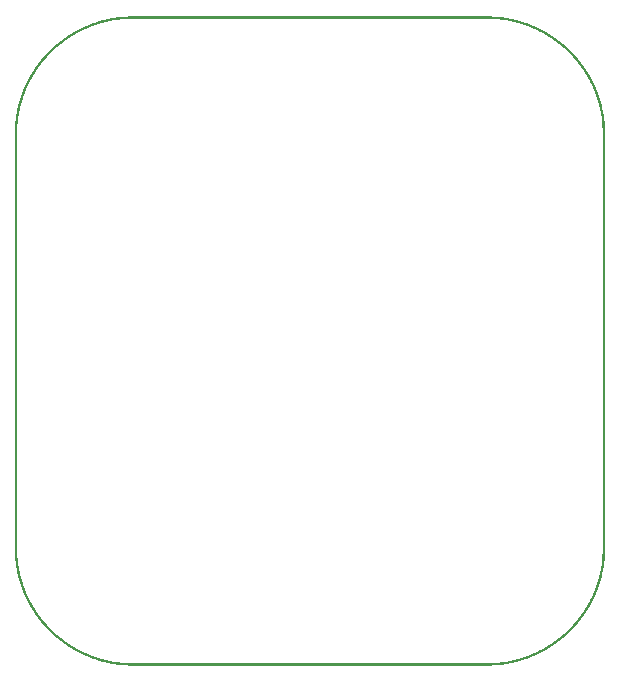
<source format=gbo>
G04 MADE WITH FRITZING*
G04 WWW.FRITZING.ORG*
G04 DOUBLE SIDED*
G04 HOLES PLATED*
G04 CONTOUR ON CENTER OF CONTOUR VECTOR*
%ASAXBY*%
%FSLAX23Y23*%
%MOIN*%
%OFA0B0*%
%SFA1.0B1.0*%
%ADD10R,0.001000X0.001000*%
%LNSILK0*%
G90*
G70*
G54D10*
X377Y2165D02*
X1592Y2165D01*
X362Y2164D02*
X1607Y2164D01*
X352Y2163D02*
X1617Y2163D01*
X344Y2162D02*
X1625Y2162D01*
X337Y2161D02*
X1632Y2161D01*
X331Y2160D02*
X1638Y2160D01*
X325Y2159D02*
X1644Y2159D01*
X320Y2158D02*
X1649Y2158D01*
X315Y2157D02*
X376Y2157D01*
X1593Y2157D02*
X1654Y2157D01*
X310Y2156D02*
X362Y2156D01*
X1607Y2156D02*
X1659Y2156D01*
X306Y2155D02*
X352Y2155D01*
X1617Y2155D02*
X1663Y2155D01*
X302Y2154D02*
X343Y2154D01*
X1626Y2154D02*
X1667Y2154D01*
X298Y2153D02*
X336Y2153D01*
X1633Y2153D02*
X1671Y2153D01*
X294Y2152D02*
X330Y2152D01*
X1639Y2152D02*
X1675Y2152D01*
X290Y2151D02*
X325Y2151D01*
X1644Y2151D02*
X1679Y2151D01*
X287Y2150D02*
X319Y2150D01*
X1650Y2150D02*
X1682Y2150D01*
X283Y2149D02*
X314Y2149D01*
X1655Y2149D02*
X1686Y2149D01*
X280Y2148D02*
X310Y2148D01*
X1659Y2148D02*
X1689Y2148D01*
X277Y2147D02*
X305Y2147D01*
X1664Y2147D02*
X1692Y2147D01*
X274Y2146D02*
X301Y2146D01*
X1668Y2146D02*
X1695Y2146D01*
X271Y2145D02*
X297Y2145D01*
X1672Y2145D02*
X1698Y2145D01*
X268Y2144D02*
X294Y2144D01*
X1675Y2144D02*
X1701Y2144D01*
X265Y2143D02*
X290Y2143D01*
X1679Y2143D02*
X1704Y2143D01*
X262Y2142D02*
X286Y2142D01*
X1683Y2142D02*
X1707Y2142D01*
X259Y2141D02*
X283Y2141D01*
X1686Y2141D02*
X1710Y2141D01*
X257Y2140D02*
X280Y2140D01*
X1689Y2140D02*
X1712Y2140D01*
X254Y2139D02*
X277Y2139D01*
X1692Y2139D02*
X1715Y2139D01*
X252Y2138D02*
X274Y2138D01*
X1695Y2138D02*
X1717Y2138D01*
X249Y2137D02*
X271Y2137D01*
X1698Y2137D02*
X1720Y2137D01*
X246Y2136D02*
X268Y2136D01*
X1701Y2136D02*
X1723Y2136D01*
X244Y2135D02*
X265Y2135D01*
X1704Y2135D02*
X1725Y2135D01*
X242Y2134D02*
X262Y2134D01*
X1707Y2134D02*
X1727Y2134D01*
X239Y2133D02*
X259Y2133D01*
X1710Y2133D02*
X1730Y2133D01*
X237Y2132D02*
X257Y2132D01*
X1712Y2132D02*
X1732Y2132D01*
X235Y2131D02*
X254Y2131D01*
X1715Y2131D02*
X1734Y2131D01*
X233Y2130D02*
X252Y2130D01*
X1717Y2130D02*
X1736Y2130D01*
X230Y2129D02*
X249Y2129D01*
X1720Y2129D02*
X1739Y2129D01*
X228Y2128D02*
X247Y2128D01*
X1722Y2128D02*
X1741Y2128D01*
X226Y2127D02*
X244Y2127D01*
X1725Y2127D02*
X1743Y2127D01*
X224Y2126D02*
X242Y2126D01*
X1727Y2126D02*
X1745Y2126D01*
X222Y2125D02*
X240Y2125D01*
X1729Y2125D02*
X1747Y2125D01*
X220Y2124D02*
X237Y2124D01*
X1732Y2124D02*
X1749Y2124D01*
X218Y2123D02*
X235Y2123D01*
X1734Y2123D02*
X1751Y2123D01*
X216Y2122D02*
X233Y2122D01*
X1736Y2122D02*
X1753Y2122D01*
X214Y2121D02*
X231Y2121D01*
X1738Y2121D02*
X1755Y2121D01*
X212Y2120D02*
X228Y2120D01*
X1741Y2120D02*
X1757Y2120D01*
X210Y2119D02*
X226Y2119D01*
X1743Y2119D02*
X1759Y2119D01*
X208Y2118D02*
X224Y2118D01*
X1745Y2118D02*
X1761Y2118D01*
X206Y2117D02*
X222Y2117D01*
X1747Y2117D02*
X1763Y2117D01*
X205Y2116D02*
X221Y2116D01*
X1748Y2116D02*
X1764Y2116D01*
X203Y2115D02*
X219Y2115D01*
X1750Y2115D02*
X1766Y2115D01*
X201Y2114D02*
X217Y2114D01*
X1752Y2114D02*
X1768Y2114D01*
X199Y2113D02*
X215Y2113D01*
X1754Y2113D02*
X1770Y2113D01*
X198Y2112D02*
X213Y2112D01*
X1756Y2112D02*
X1771Y2112D01*
X196Y2111D02*
X211Y2111D01*
X1758Y2111D02*
X1773Y2111D01*
X194Y2110D02*
X209Y2110D01*
X1760Y2110D02*
X1775Y2110D01*
X192Y2109D02*
X207Y2109D01*
X1762Y2109D02*
X1777Y2109D01*
X191Y2108D02*
X205Y2108D01*
X1764Y2108D02*
X1778Y2108D01*
X189Y2107D02*
X204Y2107D01*
X1765Y2107D02*
X1780Y2107D01*
X187Y2106D02*
X202Y2106D01*
X1767Y2106D02*
X1782Y2106D01*
X186Y2105D02*
X200Y2105D01*
X1769Y2105D02*
X1783Y2105D01*
X184Y2104D02*
X198Y2104D01*
X1771Y2104D02*
X1785Y2104D01*
X183Y2103D02*
X197Y2103D01*
X1772Y2103D02*
X1786Y2103D01*
X181Y2102D02*
X195Y2102D01*
X1774Y2102D02*
X1788Y2102D01*
X180Y2101D02*
X193Y2101D01*
X1776Y2101D02*
X1789Y2101D01*
X178Y2100D02*
X192Y2100D01*
X1777Y2100D02*
X1791Y2100D01*
X176Y2099D02*
X190Y2099D01*
X1779Y2099D02*
X1793Y2099D01*
X175Y2098D02*
X189Y2098D01*
X1780Y2098D02*
X1794Y2098D01*
X174Y2097D02*
X187Y2097D01*
X1782Y2097D02*
X1795Y2097D01*
X172Y2096D02*
X185Y2096D01*
X1784Y2096D02*
X1797Y2096D01*
X171Y2095D02*
X184Y2095D01*
X1785Y2095D02*
X1798Y2095D01*
X169Y2094D02*
X182Y2094D01*
X1787Y2094D02*
X1800Y2094D01*
X168Y2093D02*
X181Y2093D01*
X1788Y2093D02*
X1801Y2093D01*
X166Y2092D02*
X179Y2092D01*
X1790Y2092D02*
X1803Y2092D01*
X165Y2091D02*
X178Y2091D01*
X1791Y2091D02*
X1804Y2091D01*
X164Y2090D02*
X176Y2090D01*
X1793Y2090D02*
X1805Y2090D01*
X162Y2089D02*
X175Y2089D01*
X1794Y2089D02*
X1807Y2089D01*
X161Y2088D02*
X173Y2088D01*
X1796Y2088D02*
X1808Y2088D01*
X159Y2087D02*
X172Y2087D01*
X1797Y2087D02*
X1810Y2087D01*
X158Y2086D02*
X171Y2086D01*
X1798Y2086D02*
X1811Y2086D01*
X157Y2085D02*
X169Y2085D01*
X1800Y2085D02*
X1812Y2085D01*
X156Y2084D02*
X168Y2084D01*
X1801Y2084D02*
X1813Y2084D01*
X154Y2083D02*
X166Y2083D01*
X1803Y2083D02*
X1815Y2083D01*
X153Y2082D02*
X165Y2082D01*
X1804Y2082D02*
X1816Y2082D01*
X152Y2081D02*
X164Y2081D01*
X1805Y2081D02*
X1817Y2081D01*
X150Y2080D02*
X162Y2080D01*
X1807Y2080D02*
X1819Y2080D01*
X149Y2079D02*
X161Y2079D01*
X1808Y2079D02*
X1820Y2079D01*
X148Y2078D02*
X160Y2078D01*
X1809Y2078D02*
X1821Y2078D01*
X147Y2077D02*
X158Y2077D01*
X1811Y2077D02*
X1822Y2077D01*
X145Y2076D02*
X157Y2076D01*
X1812Y2076D02*
X1824Y2076D01*
X144Y2075D02*
X156Y2075D01*
X1813Y2075D02*
X1825Y2075D01*
X143Y2074D02*
X155Y2074D01*
X1814Y2074D02*
X1826Y2074D01*
X142Y2073D02*
X153Y2073D01*
X1816Y2073D02*
X1827Y2073D01*
X141Y2072D02*
X152Y2072D01*
X1817Y2072D02*
X1828Y2072D01*
X139Y2071D02*
X151Y2071D01*
X1818Y2071D02*
X1830Y2071D01*
X138Y2070D02*
X150Y2070D01*
X1819Y2070D02*
X1831Y2070D01*
X137Y2069D02*
X148Y2069D01*
X1821Y2069D02*
X1832Y2069D01*
X136Y2068D02*
X147Y2068D01*
X1822Y2068D02*
X1833Y2068D01*
X135Y2067D02*
X146Y2067D01*
X1823Y2067D02*
X1834Y2067D01*
X134Y2066D02*
X145Y2066D01*
X1824Y2066D02*
X1835Y2066D01*
X132Y2065D02*
X144Y2065D01*
X1825Y2065D02*
X1837Y2065D01*
X131Y2064D02*
X142Y2064D01*
X1827Y2064D02*
X1838Y2064D01*
X130Y2063D02*
X141Y2063D01*
X1828Y2063D02*
X1839Y2063D01*
X129Y2062D02*
X140Y2062D01*
X1829Y2062D02*
X1840Y2062D01*
X128Y2061D02*
X139Y2061D01*
X1830Y2061D02*
X1841Y2061D01*
X127Y2060D02*
X138Y2060D01*
X1831Y2060D02*
X1842Y2060D01*
X126Y2059D02*
X137Y2059D01*
X1832Y2059D02*
X1843Y2059D01*
X125Y2058D02*
X135Y2058D01*
X1834Y2058D02*
X1844Y2058D01*
X124Y2057D02*
X134Y2057D01*
X1835Y2057D02*
X1845Y2057D01*
X123Y2056D02*
X133Y2056D01*
X1836Y2056D02*
X1846Y2056D01*
X122Y2055D02*
X132Y2055D01*
X1837Y2055D02*
X1847Y2055D01*
X121Y2054D02*
X131Y2054D01*
X1838Y2054D02*
X1848Y2054D01*
X120Y2053D02*
X130Y2053D01*
X1839Y2053D02*
X1849Y2053D01*
X118Y2052D02*
X129Y2052D01*
X1840Y2052D02*
X1851Y2052D01*
X117Y2051D02*
X128Y2051D01*
X1841Y2051D02*
X1852Y2051D01*
X116Y2050D02*
X127Y2050D01*
X1842Y2050D02*
X1853Y2050D01*
X115Y2049D02*
X126Y2049D01*
X1843Y2049D02*
X1854Y2049D01*
X114Y2048D02*
X125Y2048D01*
X1844Y2048D02*
X1855Y2048D01*
X114Y2047D02*
X124Y2047D01*
X1845Y2047D02*
X1855Y2047D01*
X113Y2046D02*
X123Y2046D01*
X1846Y2046D02*
X1856Y2046D01*
X112Y2045D02*
X122Y2045D01*
X1847Y2045D02*
X1857Y2045D01*
X111Y2044D02*
X121Y2044D01*
X1848Y2044D02*
X1858Y2044D01*
X110Y2043D02*
X120Y2043D01*
X1849Y2043D02*
X1859Y2043D01*
X109Y2042D02*
X119Y2042D01*
X1850Y2042D02*
X1860Y2042D01*
X108Y2041D02*
X118Y2041D01*
X1851Y2041D02*
X1861Y2041D01*
X107Y2040D02*
X117Y2040D01*
X1852Y2040D02*
X1862Y2040D01*
X106Y2039D02*
X116Y2039D01*
X1853Y2039D02*
X1863Y2039D01*
X105Y2038D02*
X115Y2038D01*
X1854Y2038D02*
X1864Y2038D01*
X104Y2037D02*
X114Y2037D01*
X1855Y2037D02*
X1865Y2037D01*
X103Y2036D02*
X113Y2036D01*
X1856Y2036D02*
X1866Y2036D01*
X102Y2035D02*
X112Y2035D01*
X1857Y2035D02*
X1867Y2035D01*
X101Y2034D02*
X111Y2034D01*
X1858Y2034D02*
X1868Y2034D01*
X100Y2033D02*
X110Y2033D01*
X1859Y2033D02*
X1869Y2033D01*
X100Y2032D02*
X109Y2032D01*
X1860Y2032D02*
X1869Y2032D01*
X99Y2031D02*
X108Y2031D01*
X1861Y2031D02*
X1870Y2031D01*
X98Y2030D02*
X107Y2030D01*
X1862Y2030D02*
X1871Y2030D01*
X97Y2029D02*
X107Y2029D01*
X1862Y2029D02*
X1872Y2029D01*
X96Y2028D02*
X106Y2028D01*
X1863Y2028D02*
X1873Y2028D01*
X95Y2027D02*
X105Y2027D01*
X1864Y2027D02*
X1874Y2027D01*
X94Y2026D02*
X104Y2026D01*
X1865Y2026D02*
X1875Y2026D01*
X93Y2025D02*
X103Y2025D01*
X1866Y2025D02*
X1876Y2025D01*
X93Y2024D02*
X102Y2024D01*
X1867Y2024D02*
X1876Y2024D01*
X92Y2023D02*
X101Y2023D01*
X1868Y2023D02*
X1877Y2023D01*
X91Y2022D02*
X100Y2022D01*
X1869Y2022D02*
X1878Y2022D01*
X90Y2021D02*
X100Y2021D01*
X1869Y2021D02*
X1879Y2021D01*
X89Y2020D02*
X99Y2020D01*
X1870Y2020D02*
X1880Y2020D01*
X88Y2019D02*
X98Y2019D01*
X1871Y2019D02*
X1881Y2019D01*
X88Y2018D02*
X97Y2018D01*
X1872Y2018D02*
X1881Y2018D01*
X87Y2017D02*
X96Y2017D01*
X1873Y2017D02*
X1882Y2017D01*
X86Y2016D02*
X95Y2016D01*
X1874Y2016D02*
X1883Y2016D01*
X85Y2015D02*
X94Y2015D01*
X1875Y2015D02*
X1884Y2015D01*
X85Y2014D02*
X94Y2014D01*
X1875Y2014D02*
X1884Y2014D01*
X84Y2013D02*
X93Y2013D01*
X1876Y2013D02*
X1885Y2013D01*
X83Y2012D02*
X92Y2012D01*
X1877Y2012D02*
X1886Y2012D01*
X82Y2011D02*
X91Y2011D01*
X1878Y2011D02*
X1887Y2011D01*
X81Y2010D02*
X90Y2010D01*
X1879Y2010D02*
X1888Y2010D01*
X81Y2009D02*
X90Y2009D01*
X1879Y2009D02*
X1888Y2009D01*
X80Y2008D02*
X89Y2008D01*
X1880Y2008D02*
X1889Y2008D01*
X79Y2007D02*
X88Y2007D01*
X1881Y2007D02*
X1890Y2007D01*
X78Y2006D02*
X87Y2006D01*
X1882Y2006D02*
X1891Y2006D01*
X78Y2005D02*
X87Y2005D01*
X1882Y2005D02*
X1891Y2005D01*
X77Y2004D02*
X86Y2004D01*
X1883Y2004D02*
X1892Y2004D01*
X76Y2003D02*
X85Y2003D01*
X1884Y2003D02*
X1893Y2003D01*
X75Y2002D02*
X84Y2002D01*
X1885Y2002D02*
X1894Y2002D01*
X75Y2001D02*
X84Y2001D01*
X1885Y2001D02*
X1894Y2001D01*
X74Y2000D02*
X83Y2000D01*
X1886Y2000D02*
X1895Y2000D01*
X73Y1999D02*
X82Y1999D01*
X1887Y1999D02*
X1896Y1999D01*
X73Y1998D02*
X81Y1998D01*
X1888Y1998D02*
X1896Y1998D01*
X72Y1997D02*
X81Y1997D01*
X1888Y1997D02*
X1897Y1997D01*
X71Y1996D02*
X80Y1996D01*
X1889Y1996D02*
X1898Y1996D01*
X70Y1995D02*
X79Y1995D01*
X1890Y1995D02*
X1899Y1995D01*
X70Y1994D02*
X78Y1994D01*
X1891Y1994D02*
X1899Y1994D01*
X69Y1993D02*
X78Y1993D01*
X1891Y1993D02*
X1900Y1993D01*
X68Y1992D02*
X77Y1992D01*
X1892Y1992D02*
X1901Y1992D01*
X68Y1991D02*
X76Y1991D01*
X1893Y1991D02*
X1901Y1991D01*
X67Y1990D02*
X76Y1990D01*
X1893Y1990D02*
X1902Y1990D01*
X66Y1989D02*
X75Y1989D01*
X1894Y1989D02*
X1903Y1989D01*
X66Y1988D02*
X74Y1988D01*
X1895Y1988D02*
X1903Y1988D01*
X65Y1987D02*
X74Y1987D01*
X1895Y1987D02*
X1904Y1987D01*
X64Y1986D02*
X73Y1986D01*
X1896Y1986D02*
X1905Y1986D01*
X64Y1985D02*
X72Y1985D01*
X1897Y1985D02*
X1905Y1985D01*
X63Y1984D02*
X72Y1984D01*
X1897Y1984D02*
X1906Y1984D01*
X62Y1983D02*
X71Y1983D01*
X1898Y1983D02*
X1907Y1983D01*
X62Y1982D02*
X70Y1982D01*
X1899Y1982D02*
X1907Y1982D01*
X61Y1981D02*
X70Y1981D01*
X1899Y1981D02*
X1908Y1981D01*
X61Y1980D02*
X69Y1980D01*
X1900Y1980D02*
X1908Y1980D01*
X60Y1979D02*
X68Y1979D01*
X1901Y1979D02*
X1909Y1979D01*
X59Y1978D02*
X68Y1978D01*
X1901Y1978D02*
X1910Y1978D01*
X59Y1977D02*
X67Y1977D01*
X1902Y1977D02*
X1910Y1977D01*
X58Y1976D02*
X66Y1976D01*
X1903Y1976D02*
X1911Y1976D01*
X57Y1975D02*
X66Y1975D01*
X1903Y1975D02*
X1912Y1975D01*
X57Y1974D02*
X65Y1974D01*
X1904Y1974D02*
X1912Y1974D01*
X56Y1973D02*
X64Y1973D01*
X1905Y1973D02*
X1913Y1973D01*
X56Y1972D02*
X64Y1972D01*
X1905Y1972D02*
X1913Y1972D01*
X55Y1971D02*
X63Y1971D01*
X1906Y1971D02*
X1914Y1971D01*
X55Y1970D02*
X63Y1970D01*
X1906Y1970D02*
X1914Y1970D01*
X54Y1969D02*
X62Y1969D01*
X1907Y1969D02*
X1915Y1969D01*
X53Y1968D02*
X62Y1968D01*
X1907Y1968D02*
X1916Y1968D01*
X53Y1967D02*
X61Y1967D01*
X1908Y1967D02*
X1916Y1967D01*
X52Y1966D02*
X60Y1966D01*
X1909Y1966D02*
X1917Y1966D01*
X52Y1965D02*
X60Y1965D01*
X1909Y1965D02*
X1917Y1965D01*
X51Y1964D02*
X59Y1964D01*
X1910Y1964D02*
X1918Y1964D01*
X50Y1963D02*
X59Y1963D01*
X1910Y1963D02*
X1919Y1963D01*
X50Y1962D02*
X58Y1962D01*
X1911Y1962D02*
X1919Y1962D01*
X49Y1961D02*
X57Y1961D01*
X1912Y1961D02*
X1920Y1961D01*
X49Y1960D02*
X57Y1960D01*
X1912Y1960D02*
X1920Y1960D01*
X48Y1959D02*
X56Y1959D01*
X1913Y1959D02*
X1921Y1959D01*
X48Y1958D02*
X56Y1958D01*
X1913Y1958D02*
X1921Y1958D01*
X47Y1957D02*
X55Y1957D01*
X1914Y1957D02*
X1922Y1957D01*
X47Y1956D02*
X55Y1956D01*
X1914Y1956D02*
X1922Y1956D01*
X46Y1955D02*
X54Y1955D01*
X1915Y1955D02*
X1923Y1955D01*
X46Y1954D02*
X54Y1954D01*
X1915Y1954D02*
X1923Y1954D01*
X45Y1953D02*
X53Y1953D01*
X1916Y1953D02*
X1924Y1953D01*
X45Y1952D02*
X52Y1952D01*
X1917Y1952D02*
X1924Y1952D01*
X44Y1951D02*
X52Y1951D01*
X1917Y1951D02*
X1925Y1951D01*
X44Y1950D02*
X51Y1950D01*
X1918Y1950D02*
X1925Y1950D01*
X43Y1949D02*
X51Y1949D01*
X1918Y1949D02*
X1926Y1949D01*
X43Y1948D02*
X50Y1948D01*
X1919Y1948D02*
X1926Y1948D01*
X42Y1947D02*
X50Y1947D01*
X1919Y1947D02*
X1927Y1947D01*
X42Y1946D02*
X49Y1946D01*
X1920Y1946D02*
X1927Y1946D01*
X41Y1945D02*
X49Y1945D01*
X1920Y1945D02*
X1928Y1945D01*
X40Y1944D02*
X48Y1944D01*
X1921Y1944D02*
X1929Y1944D01*
X40Y1943D02*
X48Y1943D01*
X1921Y1943D02*
X1929Y1943D01*
X40Y1942D02*
X47Y1942D01*
X1922Y1942D02*
X1929Y1942D01*
X39Y1941D02*
X47Y1941D01*
X1922Y1941D02*
X1930Y1941D01*
X39Y1940D02*
X46Y1940D01*
X1923Y1940D02*
X1930Y1940D01*
X38Y1939D02*
X46Y1939D01*
X1923Y1939D02*
X1931Y1939D01*
X38Y1938D02*
X45Y1938D01*
X1924Y1938D02*
X1931Y1938D01*
X37Y1937D02*
X45Y1937D01*
X1924Y1937D02*
X1932Y1937D01*
X37Y1936D02*
X44Y1936D01*
X1925Y1936D02*
X1932Y1936D01*
X36Y1935D02*
X44Y1935D01*
X1925Y1935D02*
X1933Y1935D01*
X36Y1934D02*
X44Y1934D01*
X1925Y1934D02*
X1933Y1934D01*
X35Y1933D02*
X43Y1933D01*
X1926Y1933D02*
X1934Y1933D01*
X35Y1932D02*
X43Y1932D01*
X1926Y1932D02*
X1934Y1932D01*
X35Y1931D02*
X42Y1931D01*
X1927Y1931D02*
X1934Y1931D01*
X34Y1930D02*
X42Y1930D01*
X1927Y1930D02*
X1935Y1930D01*
X34Y1929D02*
X41Y1929D01*
X1928Y1929D02*
X1935Y1929D01*
X33Y1928D02*
X41Y1928D01*
X1928Y1928D02*
X1936Y1928D01*
X33Y1927D02*
X40Y1927D01*
X1929Y1927D02*
X1936Y1927D01*
X32Y1926D02*
X40Y1926D01*
X1929Y1926D02*
X1937Y1926D01*
X32Y1925D02*
X39Y1925D01*
X1930Y1925D02*
X1937Y1925D01*
X31Y1924D02*
X39Y1924D01*
X1930Y1924D02*
X1938Y1924D01*
X31Y1923D02*
X38Y1923D01*
X1931Y1923D02*
X1938Y1923D01*
X31Y1922D02*
X38Y1922D01*
X1931Y1922D02*
X1938Y1922D01*
X30Y1921D02*
X38Y1921D01*
X1931Y1921D02*
X1939Y1921D01*
X30Y1920D02*
X37Y1920D01*
X1932Y1920D02*
X1939Y1920D01*
X29Y1919D02*
X37Y1919D01*
X1932Y1919D02*
X1940Y1919D01*
X29Y1918D02*
X36Y1918D01*
X1933Y1918D02*
X1940Y1918D01*
X29Y1917D02*
X36Y1917D01*
X1933Y1917D02*
X1940Y1917D01*
X28Y1916D02*
X36Y1916D01*
X1933Y1916D02*
X1941Y1916D01*
X28Y1915D02*
X35Y1915D01*
X1934Y1915D02*
X1941Y1915D01*
X27Y1914D02*
X35Y1914D01*
X1934Y1914D02*
X1942Y1914D01*
X27Y1913D02*
X34Y1913D01*
X1934Y1913D02*
X1942Y1913D01*
X27Y1912D02*
X34Y1912D01*
X1935Y1912D02*
X1942Y1912D01*
X26Y1911D02*
X34Y1911D01*
X1935Y1911D02*
X1943Y1911D01*
X26Y1910D02*
X33Y1910D01*
X1936Y1910D02*
X1943Y1910D01*
X25Y1909D02*
X33Y1909D01*
X1936Y1909D02*
X1944Y1909D01*
X25Y1908D02*
X33Y1908D01*
X1936Y1908D02*
X1944Y1908D01*
X25Y1907D02*
X32Y1907D01*
X1937Y1907D02*
X1944Y1907D01*
X24Y1906D02*
X32Y1906D01*
X1937Y1906D02*
X1945Y1906D01*
X24Y1905D02*
X31Y1905D01*
X1938Y1905D02*
X1945Y1905D01*
X24Y1904D02*
X31Y1904D01*
X1938Y1904D02*
X1945Y1904D01*
X23Y1903D02*
X31Y1903D01*
X1938Y1903D02*
X1946Y1903D01*
X23Y1902D02*
X30Y1902D01*
X1939Y1902D02*
X1946Y1902D01*
X23Y1901D02*
X30Y1901D01*
X1939Y1901D02*
X1946Y1901D01*
X22Y1900D02*
X30Y1900D01*
X1939Y1900D02*
X1947Y1900D01*
X22Y1899D02*
X29Y1899D01*
X1940Y1899D02*
X1947Y1899D01*
X22Y1898D02*
X29Y1898D01*
X1940Y1898D02*
X1947Y1898D01*
X21Y1897D02*
X29Y1897D01*
X1940Y1897D02*
X1948Y1897D01*
X21Y1896D02*
X28Y1896D01*
X1941Y1896D02*
X1948Y1896D01*
X21Y1895D02*
X28Y1895D01*
X1941Y1895D02*
X1948Y1895D01*
X20Y1894D02*
X28Y1894D01*
X1941Y1894D02*
X1949Y1894D01*
X20Y1893D02*
X27Y1893D01*
X1942Y1893D02*
X1949Y1893D01*
X20Y1892D02*
X27Y1892D01*
X1942Y1892D02*
X1949Y1892D01*
X19Y1891D02*
X27Y1891D01*
X1942Y1891D02*
X1950Y1891D01*
X19Y1890D02*
X26Y1890D01*
X1943Y1890D02*
X1950Y1890D01*
X19Y1889D02*
X26Y1889D01*
X1943Y1889D02*
X1950Y1889D01*
X18Y1888D02*
X26Y1888D01*
X1943Y1888D02*
X1951Y1888D01*
X18Y1887D02*
X25Y1887D01*
X1944Y1887D02*
X1951Y1887D01*
X18Y1886D02*
X25Y1886D01*
X1944Y1886D02*
X1951Y1886D01*
X17Y1885D02*
X25Y1885D01*
X1944Y1885D02*
X1952Y1885D01*
X17Y1884D02*
X24Y1884D01*
X1945Y1884D02*
X1952Y1884D01*
X17Y1883D02*
X24Y1883D01*
X1945Y1883D02*
X1952Y1883D01*
X17Y1882D02*
X24Y1882D01*
X1945Y1882D02*
X1952Y1882D01*
X16Y1881D02*
X23Y1881D01*
X1946Y1881D02*
X1953Y1881D01*
X16Y1880D02*
X23Y1880D01*
X1946Y1880D02*
X1953Y1880D01*
X16Y1879D02*
X23Y1879D01*
X1946Y1879D02*
X1953Y1879D01*
X15Y1878D02*
X23Y1878D01*
X1946Y1878D02*
X1954Y1878D01*
X15Y1877D02*
X22Y1877D01*
X1947Y1877D02*
X1954Y1877D01*
X15Y1876D02*
X22Y1876D01*
X1947Y1876D02*
X1954Y1876D01*
X15Y1875D02*
X22Y1875D01*
X1947Y1875D02*
X1954Y1875D01*
X14Y1874D02*
X21Y1874D01*
X1948Y1874D02*
X1955Y1874D01*
X14Y1873D02*
X21Y1873D01*
X1948Y1873D02*
X1955Y1873D01*
X14Y1872D02*
X21Y1872D01*
X1948Y1872D02*
X1955Y1872D01*
X13Y1871D02*
X21Y1871D01*
X1948Y1871D02*
X1956Y1871D01*
X13Y1870D02*
X20Y1870D01*
X1949Y1870D02*
X1956Y1870D01*
X13Y1869D02*
X20Y1869D01*
X1949Y1869D02*
X1956Y1869D01*
X13Y1868D02*
X20Y1868D01*
X1949Y1868D02*
X1956Y1868D01*
X12Y1867D02*
X20Y1867D01*
X1949Y1867D02*
X1957Y1867D01*
X12Y1866D02*
X19Y1866D01*
X1950Y1866D02*
X1957Y1866D01*
X12Y1865D02*
X19Y1865D01*
X1950Y1865D02*
X1957Y1865D01*
X12Y1864D02*
X19Y1864D01*
X1950Y1864D02*
X1957Y1864D01*
X11Y1863D02*
X19Y1863D01*
X1950Y1863D02*
X1958Y1863D01*
X11Y1862D02*
X18Y1862D01*
X1951Y1862D02*
X1958Y1862D01*
X11Y1861D02*
X18Y1861D01*
X1951Y1861D02*
X1958Y1861D01*
X11Y1860D02*
X18Y1860D01*
X1951Y1860D02*
X1958Y1860D01*
X11Y1859D02*
X18Y1859D01*
X1951Y1859D02*
X1958Y1859D01*
X10Y1858D02*
X17Y1858D01*
X1952Y1858D02*
X1959Y1858D01*
X10Y1857D02*
X17Y1857D01*
X1952Y1857D02*
X1959Y1857D01*
X10Y1856D02*
X17Y1856D01*
X1952Y1856D02*
X1959Y1856D01*
X10Y1855D02*
X17Y1855D01*
X1952Y1855D02*
X1959Y1855D01*
X9Y1854D02*
X17Y1854D01*
X1952Y1854D02*
X1960Y1854D01*
X9Y1853D02*
X16Y1853D01*
X1953Y1853D02*
X1960Y1853D01*
X9Y1852D02*
X16Y1852D01*
X1953Y1852D02*
X1960Y1852D01*
X9Y1851D02*
X16Y1851D01*
X1953Y1851D02*
X1960Y1851D01*
X9Y1850D02*
X16Y1850D01*
X1953Y1850D02*
X1960Y1850D01*
X8Y1849D02*
X16Y1849D01*
X1953Y1849D02*
X1961Y1849D01*
X8Y1848D02*
X15Y1848D01*
X1954Y1848D02*
X1961Y1848D01*
X8Y1847D02*
X15Y1847D01*
X1954Y1847D02*
X1961Y1847D01*
X8Y1846D02*
X15Y1846D01*
X1954Y1846D02*
X1961Y1846D01*
X8Y1845D02*
X15Y1845D01*
X1954Y1845D02*
X1961Y1845D01*
X7Y1844D02*
X15Y1844D01*
X1954Y1844D02*
X1962Y1844D01*
X7Y1843D02*
X14Y1843D01*
X1955Y1843D02*
X1962Y1843D01*
X7Y1842D02*
X14Y1842D01*
X1955Y1842D02*
X1962Y1842D01*
X7Y1841D02*
X14Y1841D01*
X1955Y1841D02*
X1962Y1841D01*
X7Y1840D02*
X14Y1840D01*
X1955Y1840D02*
X1962Y1840D01*
X7Y1839D02*
X14Y1839D01*
X1955Y1839D02*
X1962Y1839D01*
X6Y1838D02*
X13Y1838D01*
X1956Y1838D02*
X1963Y1838D01*
X6Y1837D02*
X13Y1837D01*
X1956Y1837D02*
X1963Y1837D01*
X6Y1836D02*
X13Y1836D01*
X1956Y1836D02*
X1963Y1836D01*
X6Y1835D02*
X13Y1835D01*
X1956Y1835D02*
X1963Y1835D01*
X6Y1834D02*
X13Y1834D01*
X1956Y1834D02*
X1963Y1834D01*
X6Y1833D02*
X13Y1833D01*
X1956Y1833D02*
X1963Y1833D01*
X5Y1832D02*
X12Y1832D01*
X1957Y1832D02*
X1964Y1832D01*
X5Y1831D02*
X12Y1831D01*
X1957Y1831D02*
X1964Y1831D01*
X5Y1830D02*
X12Y1830D01*
X1957Y1830D02*
X1964Y1830D01*
X5Y1829D02*
X12Y1829D01*
X1957Y1829D02*
X1964Y1829D01*
X5Y1828D02*
X12Y1828D01*
X1957Y1828D02*
X1964Y1828D01*
X5Y1827D02*
X12Y1827D01*
X1957Y1827D02*
X1964Y1827D01*
X5Y1826D02*
X12Y1826D01*
X1957Y1826D02*
X1964Y1826D01*
X4Y1825D02*
X11Y1825D01*
X1958Y1825D02*
X1965Y1825D01*
X4Y1824D02*
X11Y1824D01*
X1958Y1824D02*
X1965Y1824D01*
X4Y1823D02*
X11Y1823D01*
X1958Y1823D02*
X1965Y1823D01*
X4Y1822D02*
X11Y1822D01*
X1958Y1822D02*
X1965Y1822D01*
X4Y1821D02*
X11Y1821D01*
X1958Y1821D02*
X1965Y1821D01*
X4Y1820D02*
X11Y1820D01*
X1958Y1820D02*
X1965Y1820D01*
X4Y1819D02*
X11Y1819D01*
X1958Y1819D02*
X1965Y1819D01*
X4Y1818D02*
X11Y1818D01*
X1958Y1818D02*
X1965Y1818D01*
X3Y1817D02*
X11Y1817D01*
X1958Y1817D02*
X1966Y1817D01*
X3Y1816D02*
X10Y1816D01*
X1959Y1816D02*
X1966Y1816D01*
X3Y1815D02*
X10Y1815D01*
X1959Y1815D02*
X1966Y1815D01*
X3Y1814D02*
X10Y1814D01*
X1959Y1814D02*
X1966Y1814D01*
X3Y1813D02*
X10Y1813D01*
X1959Y1813D02*
X1966Y1813D01*
X3Y1812D02*
X10Y1812D01*
X1959Y1812D02*
X1966Y1812D01*
X3Y1811D02*
X10Y1811D01*
X1959Y1811D02*
X1966Y1811D01*
X3Y1810D02*
X10Y1810D01*
X1959Y1810D02*
X1966Y1810D01*
X3Y1809D02*
X10Y1809D01*
X1959Y1809D02*
X1966Y1809D01*
X3Y1808D02*
X10Y1808D01*
X1959Y1808D02*
X1966Y1808D01*
X2Y1807D02*
X9Y1807D01*
X1959Y1807D02*
X1967Y1807D01*
X2Y1806D02*
X9Y1806D01*
X1960Y1806D02*
X1967Y1806D01*
X2Y1805D02*
X9Y1805D01*
X1960Y1805D02*
X1967Y1805D01*
X2Y1804D02*
X9Y1804D01*
X1960Y1804D02*
X1967Y1804D01*
X2Y1803D02*
X9Y1803D01*
X1960Y1803D02*
X1967Y1803D01*
X2Y1802D02*
X9Y1802D01*
X1960Y1802D02*
X1967Y1802D01*
X2Y1801D02*
X9Y1801D01*
X1960Y1801D02*
X1967Y1801D01*
X2Y1800D02*
X9Y1800D01*
X1960Y1800D02*
X1967Y1800D01*
X2Y1799D02*
X9Y1799D01*
X1960Y1799D02*
X1967Y1799D01*
X2Y1798D02*
X9Y1798D01*
X1960Y1798D02*
X1967Y1798D01*
X2Y1797D02*
X9Y1797D01*
X1960Y1797D02*
X1967Y1797D01*
X2Y1796D02*
X9Y1796D01*
X1960Y1796D02*
X1967Y1796D01*
X2Y1795D02*
X9Y1795D01*
X1960Y1795D02*
X1967Y1795D01*
X2Y1794D02*
X9Y1794D01*
X1960Y1794D02*
X1967Y1794D01*
X1Y1793D02*
X9Y1793D01*
X1960Y1793D02*
X1968Y1793D01*
X1Y1792D02*
X8Y1792D01*
X1961Y1792D02*
X1968Y1792D01*
X1Y1791D02*
X8Y1791D01*
X1961Y1791D02*
X1968Y1791D01*
X1Y1790D02*
X8Y1790D01*
X1961Y1790D02*
X1968Y1790D01*
X1Y1789D02*
X8Y1789D01*
X1961Y1789D02*
X1968Y1789D01*
X1Y1788D02*
X8Y1788D01*
X1961Y1788D02*
X1968Y1788D01*
X1Y1787D02*
X8Y1787D01*
X1961Y1787D02*
X1968Y1787D01*
X1Y1786D02*
X8Y1786D01*
X1961Y1786D02*
X1968Y1786D01*
X1Y1785D02*
X8Y1785D01*
X1961Y1785D02*
X1968Y1785D01*
X1Y1784D02*
X8Y1784D01*
X1961Y1784D02*
X1968Y1784D01*
X1Y1783D02*
X8Y1783D01*
X1961Y1783D02*
X1968Y1783D01*
X1Y1782D02*
X8Y1782D01*
X1961Y1782D02*
X1968Y1782D01*
X1Y1781D02*
X8Y1781D01*
X1961Y1781D02*
X1968Y1781D01*
X1Y1780D02*
X8Y1780D01*
X1961Y1780D02*
X1968Y1780D01*
X1Y1779D02*
X8Y1779D01*
X1961Y1779D02*
X1968Y1779D01*
X1Y1778D02*
X8Y1778D01*
X1961Y1778D02*
X1968Y1778D01*
X1Y1777D02*
X8Y1777D01*
X1961Y1777D02*
X1968Y1777D01*
X1Y1776D02*
X8Y1776D01*
X1961Y1776D02*
X1968Y1776D01*
X1Y1775D02*
X8Y1775D01*
X1961Y1775D02*
X1968Y1775D01*
X1Y1774D02*
X8Y1774D01*
X1961Y1774D02*
X1968Y1774D01*
X1Y1773D02*
X8Y1773D01*
X1961Y1773D02*
X1968Y1773D01*
X1Y1772D02*
X8Y1772D01*
X1961Y1772D02*
X1968Y1772D01*
X1Y1771D02*
X8Y1771D01*
X1961Y1771D02*
X1968Y1771D01*
X1Y1770D02*
X8Y1770D01*
X1961Y1770D02*
X1968Y1770D01*
X1Y1769D02*
X8Y1769D01*
X1961Y1769D02*
X1968Y1769D01*
X1Y1768D02*
X8Y1768D01*
X1961Y1768D02*
X1968Y1768D01*
X1Y1767D02*
X8Y1767D01*
X1961Y1767D02*
X1968Y1767D01*
X1Y1766D02*
X8Y1766D01*
X1961Y1766D02*
X1968Y1766D01*
X1Y1765D02*
X8Y1765D01*
X1961Y1765D02*
X1968Y1765D01*
X1Y1764D02*
X8Y1764D01*
X1961Y1764D02*
X1968Y1764D01*
X1Y1763D02*
X8Y1763D01*
X1961Y1763D02*
X1968Y1763D01*
X1Y1762D02*
X8Y1762D01*
X1961Y1762D02*
X1968Y1762D01*
X1Y1761D02*
X8Y1761D01*
X1961Y1761D02*
X1968Y1761D01*
X1Y1760D02*
X8Y1760D01*
X1961Y1760D02*
X1968Y1760D01*
X1Y1759D02*
X8Y1759D01*
X1961Y1759D02*
X1968Y1759D01*
X1Y1758D02*
X8Y1758D01*
X1961Y1758D02*
X1968Y1758D01*
X1Y1757D02*
X8Y1757D01*
X1961Y1757D02*
X1968Y1757D01*
X1Y1756D02*
X8Y1756D01*
X1961Y1756D02*
X1968Y1756D01*
X1Y1755D02*
X8Y1755D01*
X1961Y1755D02*
X1968Y1755D01*
X1Y1754D02*
X8Y1754D01*
X1961Y1754D02*
X1968Y1754D01*
X1Y1753D02*
X8Y1753D01*
X1961Y1753D02*
X1968Y1753D01*
X1Y1752D02*
X8Y1752D01*
X1961Y1752D02*
X1968Y1752D01*
X1Y1751D02*
X8Y1751D01*
X1961Y1751D02*
X1968Y1751D01*
X1Y1750D02*
X8Y1750D01*
X1961Y1750D02*
X1968Y1750D01*
X1Y1749D02*
X8Y1749D01*
X1961Y1749D02*
X1968Y1749D01*
X1Y1748D02*
X8Y1748D01*
X1961Y1748D02*
X1968Y1748D01*
X1Y1747D02*
X8Y1747D01*
X1961Y1747D02*
X1968Y1747D01*
X1Y1746D02*
X8Y1746D01*
X1961Y1746D02*
X1968Y1746D01*
X1Y1745D02*
X8Y1745D01*
X1961Y1745D02*
X1968Y1745D01*
X1Y1744D02*
X8Y1744D01*
X1961Y1744D02*
X1968Y1744D01*
X1Y1743D02*
X8Y1743D01*
X1961Y1743D02*
X1968Y1743D01*
X1Y1742D02*
X8Y1742D01*
X1961Y1742D02*
X1968Y1742D01*
X1Y1741D02*
X8Y1741D01*
X1961Y1741D02*
X1968Y1741D01*
X1Y1740D02*
X8Y1740D01*
X1961Y1740D02*
X1968Y1740D01*
X1Y1739D02*
X8Y1739D01*
X1961Y1739D02*
X1968Y1739D01*
X1Y1738D02*
X8Y1738D01*
X1961Y1738D02*
X1968Y1738D01*
X1Y1737D02*
X8Y1737D01*
X1961Y1737D02*
X1968Y1737D01*
X1Y1736D02*
X8Y1736D01*
X1961Y1736D02*
X1968Y1736D01*
X1Y1735D02*
X8Y1735D01*
X1961Y1735D02*
X1968Y1735D01*
X1Y1734D02*
X8Y1734D01*
X1961Y1734D02*
X1968Y1734D01*
X1Y1733D02*
X8Y1733D01*
X1961Y1733D02*
X1968Y1733D01*
X1Y1732D02*
X8Y1732D01*
X1961Y1732D02*
X1968Y1732D01*
X1Y1731D02*
X8Y1731D01*
X1961Y1731D02*
X1968Y1731D01*
X1Y1730D02*
X8Y1730D01*
X1961Y1730D02*
X1968Y1730D01*
X1Y1729D02*
X8Y1729D01*
X1961Y1729D02*
X1968Y1729D01*
X1Y1728D02*
X8Y1728D01*
X1961Y1728D02*
X1968Y1728D01*
X1Y1727D02*
X8Y1727D01*
X1961Y1727D02*
X1968Y1727D01*
X1Y1726D02*
X8Y1726D01*
X1961Y1726D02*
X1968Y1726D01*
X1Y1725D02*
X8Y1725D01*
X1961Y1725D02*
X1968Y1725D01*
X1Y1724D02*
X8Y1724D01*
X1961Y1724D02*
X1968Y1724D01*
X1Y1723D02*
X8Y1723D01*
X1961Y1723D02*
X1968Y1723D01*
X1Y1722D02*
X8Y1722D01*
X1961Y1722D02*
X1968Y1722D01*
X1Y1721D02*
X8Y1721D01*
X1961Y1721D02*
X1968Y1721D01*
X1Y1720D02*
X8Y1720D01*
X1961Y1720D02*
X1968Y1720D01*
X1Y1719D02*
X8Y1719D01*
X1961Y1719D02*
X1968Y1719D01*
X1Y1718D02*
X8Y1718D01*
X1961Y1718D02*
X1968Y1718D01*
X1Y1717D02*
X8Y1717D01*
X1961Y1717D02*
X1968Y1717D01*
X1Y1716D02*
X8Y1716D01*
X1961Y1716D02*
X1968Y1716D01*
X1Y1715D02*
X8Y1715D01*
X1961Y1715D02*
X1968Y1715D01*
X1Y1714D02*
X8Y1714D01*
X1961Y1714D02*
X1968Y1714D01*
X1Y1713D02*
X8Y1713D01*
X1961Y1713D02*
X1968Y1713D01*
X1Y1712D02*
X8Y1712D01*
X1961Y1712D02*
X1968Y1712D01*
X1Y1711D02*
X8Y1711D01*
X1961Y1711D02*
X1968Y1711D01*
X1Y1710D02*
X8Y1710D01*
X1961Y1710D02*
X1968Y1710D01*
X1Y1709D02*
X8Y1709D01*
X1961Y1709D02*
X1968Y1709D01*
X1Y1708D02*
X8Y1708D01*
X1961Y1708D02*
X1968Y1708D01*
X1Y1707D02*
X8Y1707D01*
X1961Y1707D02*
X1968Y1707D01*
X1Y1706D02*
X8Y1706D01*
X1961Y1706D02*
X1968Y1706D01*
X1Y1705D02*
X8Y1705D01*
X1961Y1705D02*
X1968Y1705D01*
X1Y1704D02*
X8Y1704D01*
X1961Y1704D02*
X1968Y1704D01*
X1Y1703D02*
X8Y1703D01*
X1961Y1703D02*
X1968Y1703D01*
X1Y1702D02*
X8Y1702D01*
X1961Y1702D02*
X1968Y1702D01*
X1Y1701D02*
X8Y1701D01*
X1961Y1701D02*
X1968Y1701D01*
X1Y1700D02*
X8Y1700D01*
X1961Y1700D02*
X1968Y1700D01*
X1Y1699D02*
X8Y1699D01*
X1961Y1699D02*
X1968Y1699D01*
X1Y1698D02*
X8Y1698D01*
X1961Y1698D02*
X1968Y1698D01*
X1Y1697D02*
X8Y1697D01*
X1961Y1697D02*
X1968Y1697D01*
X1Y1696D02*
X8Y1696D01*
X1961Y1696D02*
X1968Y1696D01*
X1Y1695D02*
X8Y1695D01*
X1961Y1695D02*
X1968Y1695D01*
X1Y1694D02*
X8Y1694D01*
X1961Y1694D02*
X1968Y1694D01*
X1Y1693D02*
X8Y1693D01*
X1961Y1693D02*
X1968Y1693D01*
X1Y1692D02*
X8Y1692D01*
X1961Y1692D02*
X1968Y1692D01*
X1Y1691D02*
X8Y1691D01*
X1961Y1691D02*
X1968Y1691D01*
X1Y1690D02*
X8Y1690D01*
X1961Y1690D02*
X1968Y1690D01*
X1Y1689D02*
X8Y1689D01*
X1961Y1689D02*
X1968Y1689D01*
X1Y1688D02*
X8Y1688D01*
X1961Y1688D02*
X1968Y1688D01*
X1Y1687D02*
X8Y1687D01*
X1961Y1687D02*
X1968Y1687D01*
X1Y1686D02*
X8Y1686D01*
X1961Y1686D02*
X1968Y1686D01*
X1Y1685D02*
X8Y1685D01*
X1961Y1685D02*
X1968Y1685D01*
X1Y1684D02*
X8Y1684D01*
X1961Y1684D02*
X1968Y1684D01*
X1Y1683D02*
X8Y1683D01*
X1961Y1683D02*
X1968Y1683D01*
X1Y1682D02*
X8Y1682D01*
X1961Y1682D02*
X1968Y1682D01*
X1Y1681D02*
X8Y1681D01*
X1961Y1681D02*
X1968Y1681D01*
X1Y1680D02*
X8Y1680D01*
X1961Y1680D02*
X1968Y1680D01*
X1Y1679D02*
X8Y1679D01*
X1961Y1679D02*
X1968Y1679D01*
X1Y1678D02*
X8Y1678D01*
X1961Y1678D02*
X1968Y1678D01*
X1Y1677D02*
X8Y1677D01*
X1961Y1677D02*
X1968Y1677D01*
X1Y1676D02*
X8Y1676D01*
X1961Y1676D02*
X1968Y1676D01*
X1Y1675D02*
X8Y1675D01*
X1961Y1675D02*
X1968Y1675D01*
X1Y1674D02*
X8Y1674D01*
X1961Y1674D02*
X1968Y1674D01*
X1Y1673D02*
X8Y1673D01*
X1961Y1673D02*
X1968Y1673D01*
X1Y1672D02*
X8Y1672D01*
X1961Y1672D02*
X1968Y1672D01*
X1Y1671D02*
X8Y1671D01*
X1961Y1671D02*
X1968Y1671D01*
X1Y1670D02*
X8Y1670D01*
X1961Y1670D02*
X1968Y1670D01*
X1Y1669D02*
X8Y1669D01*
X1961Y1669D02*
X1968Y1669D01*
X1Y1668D02*
X8Y1668D01*
X1961Y1668D02*
X1968Y1668D01*
X1Y1667D02*
X8Y1667D01*
X1961Y1667D02*
X1968Y1667D01*
X1Y1666D02*
X8Y1666D01*
X1961Y1666D02*
X1968Y1666D01*
X1Y1665D02*
X8Y1665D01*
X1961Y1665D02*
X1968Y1665D01*
X1Y1664D02*
X8Y1664D01*
X1961Y1664D02*
X1968Y1664D01*
X1Y1663D02*
X8Y1663D01*
X1961Y1663D02*
X1968Y1663D01*
X1Y1662D02*
X8Y1662D01*
X1961Y1662D02*
X1968Y1662D01*
X1Y1661D02*
X8Y1661D01*
X1961Y1661D02*
X1968Y1661D01*
X1Y1660D02*
X8Y1660D01*
X1961Y1660D02*
X1968Y1660D01*
X1Y1659D02*
X8Y1659D01*
X1961Y1659D02*
X1968Y1659D01*
X1Y1658D02*
X8Y1658D01*
X1961Y1658D02*
X1968Y1658D01*
X1Y1657D02*
X8Y1657D01*
X1961Y1657D02*
X1968Y1657D01*
X1Y1656D02*
X8Y1656D01*
X1961Y1656D02*
X1968Y1656D01*
X1Y1655D02*
X8Y1655D01*
X1961Y1655D02*
X1968Y1655D01*
X1Y1654D02*
X8Y1654D01*
X1961Y1654D02*
X1968Y1654D01*
X1Y1653D02*
X8Y1653D01*
X1961Y1653D02*
X1968Y1653D01*
X1Y1652D02*
X8Y1652D01*
X1961Y1652D02*
X1968Y1652D01*
X1Y1651D02*
X8Y1651D01*
X1961Y1651D02*
X1968Y1651D01*
X1Y1650D02*
X8Y1650D01*
X1961Y1650D02*
X1968Y1650D01*
X1Y1649D02*
X8Y1649D01*
X1961Y1649D02*
X1968Y1649D01*
X1Y1648D02*
X8Y1648D01*
X1961Y1648D02*
X1968Y1648D01*
X1Y1647D02*
X8Y1647D01*
X1961Y1647D02*
X1968Y1647D01*
X1Y1646D02*
X8Y1646D01*
X1961Y1646D02*
X1968Y1646D01*
X1Y1645D02*
X8Y1645D01*
X1961Y1645D02*
X1968Y1645D01*
X1Y1644D02*
X8Y1644D01*
X1961Y1644D02*
X1968Y1644D01*
X1Y1643D02*
X8Y1643D01*
X1961Y1643D02*
X1968Y1643D01*
X1Y1642D02*
X8Y1642D01*
X1961Y1642D02*
X1968Y1642D01*
X1Y1641D02*
X8Y1641D01*
X1961Y1641D02*
X1968Y1641D01*
X1Y1640D02*
X8Y1640D01*
X1961Y1640D02*
X1968Y1640D01*
X1Y1639D02*
X8Y1639D01*
X1961Y1639D02*
X1968Y1639D01*
X1Y1638D02*
X8Y1638D01*
X1961Y1638D02*
X1968Y1638D01*
X1Y1637D02*
X8Y1637D01*
X1961Y1637D02*
X1968Y1637D01*
X1Y1636D02*
X8Y1636D01*
X1961Y1636D02*
X1968Y1636D01*
X1Y1635D02*
X8Y1635D01*
X1961Y1635D02*
X1968Y1635D01*
X1Y1634D02*
X8Y1634D01*
X1961Y1634D02*
X1968Y1634D01*
X1Y1633D02*
X8Y1633D01*
X1961Y1633D02*
X1968Y1633D01*
X1Y1632D02*
X8Y1632D01*
X1961Y1632D02*
X1968Y1632D01*
X1Y1631D02*
X8Y1631D01*
X1961Y1631D02*
X1968Y1631D01*
X1Y1630D02*
X8Y1630D01*
X1961Y1630D02*
X1968Y1630D01*
X1Y1629D02*
X8Y1629D01*
X1961Y1629D02*
X1968Y1629D01*
X1Y1628D02*
X8Y1628D01*
X1961Y1628D02*
X1968Y1628D01*
X1Y1627D02*
X8Y1627D01*
X1961Y1627D02*
X1968Y1627D01*
X1Y1626D02*
X8Y1626D01*
X1961Y1626D02*
X1968Y1626D01*
X1Y1625D02*
X8Y1625D01*
X1961Y1625D02*
X1968Y1625D01*
X1Y1624D02*
X8Y1624D01*
X1961Y1624D02*
X1968Y1624D01*
X1Y1623D02*
X8Y1623D01*
X1961Y1623D02*
X1968Y1623D01*
X1Y1622D02*
X8Y1622D01*
X1961Y1622D02*
X1968Y1622D01*
X1Y1621D02*
X8Y1621D01*
X1961Y1621D02*
X1968Y1621D01*
X1Y1620D02*
X8Y1620D01*
X1961Y1620D02*
X1968Y1620D01*
X1Y1619D02*
X8Y1619D01*
X1961Y1619D02*
X1968Y1619D01*
X1Y1618D02*
X8Y1618D01*
X1961Y1618D02*
X1968Y1618D01*
X1Y1617D02*
X8Y1617D01*
X1961Y1617D02*
X1968Y1617D01*
X1Y1616D02*
X8Y1616D01*
X1961Y1616D02*
X1968Y1616D01*
X1Y1615D02*
X8Y1615D01*
X1961Y1615D02*
X1968Y1615D01*
X1Y1614D02*
X8Y1614D01*
X1961Y1614D02*
X1968Y1614D01*
X1Y1613D02*
X8Y1613D01*
X1961Y1613D02*
X1968Y1613D01*
X1Y1612D02*
X8Y1612D01*
X1961Y1612D02*
X1968Y1612D01*
X1Y1611D02*
X8Y1611D01*
X1961Y1611D02*
X1968Y1611D01*
X1Y1610D02*
X8Y1610D01*
X1961Y1610D02*
X1968Y1610D01*
X1Y1609D02*
X8Y1609D01*
X1961Y1609D02*
X1968Y1609D01*
X1Y1608D02*
X8Y1608D01*
X1961Y1608D02*
X1968Y1608D01*
X1Y1607D02*
X8Y1607D01*
X1961Y1607D02*
X1968Y1607D01*
X1Y1606D02*
X8Y1606D01*
X1961Y1606D02*
X1968Y1606D01*
X1Y1605D02*
X8Y1605D01*
X1961Y1605D02*
X1968Y1605D01*
X1Y1604D02*
X8Y1604D01*
X1961Y1604D02*
X1968Y1604D01*
X1Y1603D02*
X8Y1603D01*
X1961Y1603D02*
X1968Y1603D01*
X1Y1602D02*
X8Y1602D01*
X1961Y1602D02*
X1968Y1602D01*
X1Y1601D02*
X8Y1601D01*
X1961Y1601D02*
X1968Y1601D01*
X1Y1600D02*
X8Y1600D01*
X1961Y1600D02*
X1968Y1600D01*
X1Y1599D02*
X8Y1599D01*
X1961Y1599D02*
X1968Y1599D01*
X1Y1598D02*
X8Y1598D01*
X1961Y1598D02*
X1968Y1598D01*
X1Y1597D02*
X8Y1597D01*
X1961Y1597D02*
X1968Y1597D01*
X1Y1596D02*
X8Y1596D01*
X1961Y1596D02*
X1968Y1596D01*
X1Y1595D02*
X8Y1595D01*
X1961Y1595D02*
X1968Y1595D01*
X1Y1594D02*
X8Y1594D01*
X1961Y1594D02*
X1968Y1594D01*
X1Y1593D02*
X8Y1593D01*
X1961Y1593D02*
X1968Y1593D01*
X1Y1592D02*
X8Y1592D01*
X1961Y1592D02*
X1968Y1592D01*
X1Y1591D02*
X8Y1591D01*
X1961Y1591D02*
X1968Y1591D01*
X1Y1590D02*
X8Y1590D01*
X1961Y1590D02*
X1968Y1590D01*
X1Y1589D02*
X8Y1589D01*
X1961Y1589D02*
X1968Y1589D01*
X1Y1588D02*
X8Y1588D01*
X1961Y1588D02*
X1968Y1588D01*
X1Y1587D02*
X8Y1587D01*
X1961Y1587D02*
X1968Y1587D01*
X1Y1586D02*
X8Y1586D01*
X1961Y1586D02*
X1968Y1586D01*
X1Y1585D02*
X8Y1585D01*
X1961Y1585D02*
X1968Y1585D01*
X1Y1584D02*
X8Y1584D01*
X1961Y1584D02*
X1968Y1584D01*
X1Y1583D02*
X8Y1583D01*
X1961Y1583D02*
X1968Y1583D01*
X1Y1582D02*
X8Y1582D01*
X1961Y1582D02*
X1968Y1582D01*
X1Y1581D02*
X8Y1581D01*
X1961Y1581D02*
X1968Y1581D01*
X1Y1580D02*
X8Y1580D01*
X1961Y1580D02*
X1968Y1580D01*
X1Y1579D02*
X8Y1579D01*
X1961Y1579D02*
X1968Y1579D01*
X1Y1578D02*
X8Y1578D01*
X1961Y1578D02*
X1968Y1578D01*
X1Y1577D02*
X8Y1577D01*
X1961Y1577D02*
X1968Y1577D01*
X1Y1576D02*
X8Y1576D01*
X1961Y1576D02*
X1968Y1576D01*
X1Y1575D02*
X8Y1575D01*
X1961Y1575D02*
X1968Y1575D01*
X1Y1574D02*
X8Y1574D01*
X1961Y1574D02*
X1968Y1574D01*
X1Y1573D02*
X8Y1573D01*
X1961Y1573D02*
X1968Y1573D01*
X1Y1572D02*
X8Y1572D01*
X1961Y1572D02*
X1968Y1572D01*
X1Y1571D02*
X8Y1571D01*
X1961Y1571D02*
X1968Y1571D01*
X1Y1570D02*
X8Y1570D01*
X1961Y1570D02*
X1968Y1570D01*
X1Y1569D02*
X8Y1569D01*
X1961Y1569D02*
X1968Y1569D01*
X1Y1568D02*
X8Y1568D01*
X1961Y1568D02*
X1968Y1568D01*
X1Y1567D02*
X8Y1567D01*
X1961Y1567D02*
X1968Y1567D01*
X1Y1566D02*
X8Y1566D01*
X1961Y1566D02*
X1968Y1566D01*
X1Y1565D02*
X8Y1565D01*
X1961Y1565D02*
X1968Y1565D01*
X1Y1564D02*
X8Y1564D01*
X1961Y1564D02*
X1968Y1564D01*
X1Y1563D02*
X8Y1563D01*
X1961Y1563D02*
X1968Y1563D01*
X1Y1562D02*
X8Y1562D01*
X1961Y1562D02*
X1968Y1562D01*
X1Y1561D02*
X8Y1561D01*
X1961Y1561D02*
X1968Y1561D01*
X1Y1560D02*
X8Y1560D01*
X1961Y1560D02*
X1968Y1560D01*
X1Y1559D02*
X8Y1559D01*
X1961Y1559D02*
X1968Y1559D01*
X1Y1558D02*
X8Y1558D01*
X1961Y1558D02*
X1968Y1558D01*
X1Y1557D02*
X8Y1557D01*
X1961Y1557D02*
X1968Y1557D01*
X1Y1556D02*
X8Y1556D01*
X1961Y1556D02*
X1968Y1556D01*
X1Y1555D02*
X8Y1555D01*
X1961Y1555D02*
X1968Y1555D01*
X1Y1554D02*
X8Y1554D01*
X1961Y1554D02*
X1968Y1554D01*
X1Y1553D02*
X8Y1553D01*
X1961Y1553D02*
X1968Y1553D01*
X1Y1552D02*
X8Y1552D01*
X1961Y1552D02*
X1968Y1552D01*
X1Y1551D02*
X8Y1551D01*
X1961Y1551D02*
X1968Y1551D01*
X1Y1550D02*
X8Y1550D01*
X1961Y1550D02*
X1968Y1550D01*
X1Y1549D02*
X8Y1549D01*
X1961Y1549D02*
X1968Y1549D01*
X1Y1548D02*
X8Y1548D01*
X1961Y1548D02*
X1968Y1548D01*
X1Y1547D02*
X8Y1547D01*
X1961Y1547D02*
X1968Y1547D01*
X1Y1546D02*
X8Y1546D01*
X1961Y1546D02*
X1968Y1546D01*
X1Y1545D02*
X8Y1545D01*
X1961Y1545D02*
X1968Y1545D01*
X1Y1544D02*
X8Y1544D01*
X1961Y1544D02*
X1968Y1544D01*
X1Y1543D02*
X8Y1543D01*
X1961Y1543D02*
X1968Y1543D01*
X1Y1542D02*
X8Y1542D01*
X1961Y1542D02*
X1968Y1542D01*
X1Y1541D02*
X8Y1541D01*
X1961Y1541D02*
X1968Y1541D01*
X1Y1540D02*
X8Y1540D01*
X1961Y1540D02*
X1968Y1540D01*
X1Y1539D02*
X8Y1539D01*
X1961Y1539D02*
X1968Y1539D01*
X1Y1538D02*
X8Y1538D01*
X1961Y1538D02*
X1968Y1538D01*
X1Y1537D02*
X8Y1537D01*
X1961Y1537D02*
X1968Y1537D01*
X1Y1536D02*
X8Y1536D01*
X1961Y1536D02*
X1968Y1536D01*
X1Y1535D02*
X8Y1535D01*
X1961Y1535D02*
X1968Y1535D01*
X1Y1534D02*
X8Y1534D01*
X1961Y1534D02*
X1968Y1534D01*
X1Y1533D02*
X8Y1533D01*
X1961Y1533D02*
X1968Y1533D01*
X1Y1532D02*
X8Y1532D01*
X1961Y1532D02*
X1968Y1532D01*
X1Y1531D02*
X8Y1531D01*
X1961Y1531D02*
X1968Y1531D01*
X1Y1530D02*
X8Y1530D01*
X1961Y1530D02*
X1968Y1530D01*
X1Y1529D02*
X8Y1529D01*
X1961Y1529D02*
X1968Y1529D01*
X1Y1528D02*
X8Y1528D01*
X1961Y1528D02*
X1968Y1528D01*
X1Y1527D02*
X8Y1527D01*
X1961Y1527D02*
X1968Y1527D01*
X1Y1526D02*
X8Y1526D01*
X1961Y1526D02*
X1968Y1526D01*
X1Y1525D02*
X8Y1525D01*
X1961Y1525D02*
X1968Y1525D01*
X1Y1524D02*
X8Y1524D01*
X1961Y1524D02*
X1968Y1524D01*
X1Y1523D02*
X8Y1523D01*
X1961Y1523D02*
X1968Y1523D01*
X1Y1522D02*
X8Y1522D01*
X1961Y1522D02*
X1968Y1522D01*
X1Y1521D02*
X8Y1521D01*
X1961Y1521D02*
X1968Y1521D01*
X1Y1520D02*
X8Y1520D01*
X1961Y1520D02*
X1968Y1520D01*
X1Y1519D02*
X8Y1519D01*
X1961Y1519D02*
X1968Y1519D01*
X1Y1518D02*
X8Y1518D01*
X1961Y1518D02*
X1968Y1518D01*
X1Y1517D02*
X8Y1517D01*
X1961Y1517D02*
X1968Y1517D01*
X1Y1516D02*
X8Y1516D01*
X1961Y1516D02*
X1968Y1516D01*
X1Y1515D02*
X8Y1515D01*
X1961Y1515D02*
X1968Y1515D01*
X1Y1514D02*
X8Y1514D01*
X1961Y1514D02*
X1968Y1514D01*
X1Y1513D02*
X8Y1513D01*
X1961Y1513D02*
X1968Y1513D01*
X1Y1512D02*
X8Y1512D01*
X1961Y1512D02*
X1968Y1512D01*
X1Y1511D02*
X8Y1511D01*
X1961Y1511D02*
X1968Y1511D01*
X1Y1510D02*
X8Y1510D01*
X1961Y1510D02*
X1968Y1510D01*
X1Y1509D02*
X8Y1509D01*
X1961Y1509D02*
X1968Y1509D01*
X1Y1508D02*
X8Y1508D01*
X1961Y1508D02*
X1968Y1508D01*
X1Y1507D02*
X8Y1507D01*
X1961Y1507D02*
X1968Y1507D01*
X1Y1506D02*
X8Y1506D01*
X1961Y1506D02*
X1968Y1506D01*
X1Y1505D02*
X8Y1505D01*
X1961Y1505D02*
X1968Y1505D01*
X1Y1504D02*
X8Y1504D01*
X1961Y1504D02*
X1968Y1504D01*
X1Y1503D02*
X8Y1503D01*
X1961Y1503D02*
X1968Y1503D01*
X1Y1502D02*
X8Y1502D01*
X1961Y1502D02*
X1968Y1502D01*
X1Y1501D02*
X8Y1501D01*
X1961Y1501D02*
X1968Y1501D01*
X1Y1500D02*
X8Y1500D01*
X1961Y1500D02*
X1968Y1500D01*
X1Y1499D02*
X8Y1499D01*
X1961Y1499D02*
X1968Y1499D01*
X1Y1498D02*
X8Y1498D01*
X1961Y1498D02*
X1968Y1498D01*
X1Y1497D02*
X8Y1497D01*
X1961Y1497D02*
X1968Y1497D01*
X1Y1496D02*
X8Y1496D01*
X1961Y1496D02*
X1968Y1496D01*
X1Y1495D02*
X8Y1495D01*
X1961Y1495D02*
X1968Y1495D01*
X1Y1494D02*
X8Y1494D01*
X1961Y1494D02*
X1968Y1494D01*
X1Y1493D02*
X8Y1493D01*
X1961Y1493D02*
X1968Y1493D01*
X1Y1492D02*
X8Y1492D01*
X1961Y1492D02*
X1968Y1492D01*
X1Y1491D02*
X8Y1491D01*
X1961Y1491D02*
X1968Y1491D01*
X1Y1490D02*
X8Y1490D01*
X1961Y1490D02*
X1968Y1490D01*
X1Y1489D02*
X8Y1489D01*
X1961Y1489D02*
X1968Y1489D01*
X1Y1488D02*
X8Y1488D01*
X1961Y1488D02*
X1968Y1488D01*
X1Y1487D02*
X8Y1487D01*
X1961Y1487D02*
X1968Y1487D01*
X1Y1486D02*
X8Y1486D01*
X1961Y1486D02*
X1968Y1486D01*
X1Y1485D02*
X8Y1485D01*
X1961Y1485D02*
X1968Y1485D01*
X1Y1484D02*
X8Y1484D01*
X1961Y1484D02*
X1968Y1484D01*
X1Y1483D02*
X8Y1483D01*
X1961Y1483D02*
X1968Y1483D01*
X1Y1482D02*
X8Y1482D01*
X1961Y1482D02*
X1968Y1482D01*
X1Y1481D02*
X8Y1481D01*
X1961Y1481D02*
X1968Y1481D01*
X1Y1480D02*
X8Y1480D01*
X1961Y1480D02*
X1968Y1480D01*
X1Y1479D02*
X8Y1479D01*
X1961Y1479D02*
X1968Y1479D01*
X1Y1478D02*
X8Y1478D01*
X1961Y1478D02*
X1968Y1478D01*
X1Y1477D02*
X8Y1477D01*
X1961Y1477D02*
X1968Y1477D01*
X1Y1476D02*
X8Y1476D01*
X1961Y1476D02*
X1968Y1476D01*
X1Y1475D02*
X8Y1475D01*
X1961Y1475D02*
X1968Y1475D01*
X1Y1474D02*
X8Y1474D01*
X1961Y1474D02*
X1968Y1474D01*
X1Y1473D02*
X8Y1473D01*
X1961Y1473D02*
X1968Y1473D01*
X1Y1472D02*
X8Y1472D01*
X1961Y1472D02*
X1968Y1472D01*
X1Y1471D02*
X8Y1471D01*
X1961Y1471D02*
X1968Y1471D01*
X1Y1470D02*
X8Y1470D01*
X1961Y1470D02*
X1968Y1470D01*
X1Y1469D02*
X8Y1469D01*
X1961Y1469D02*
X1968Y1469D01*
X1Y1468D02*
X8Y1468D01*
X1961Y1468D02*
X1968Y1468D01*
X1Y1467D02*
X8Y1467D01*
X1961Y1467D02*
X1968Y1467D01*
X1Y1466D02*
X8Y1466D01*
X1961Y1466D02*
X1968Y1466D01*
X1Y1465D02*
X8Y1465D01*
X1961Y1465D02*
X1968Y1465D01*
X1Y1464D02*
X8Y1464D01*
X1961Y1464D02*
X1968Y1464D01*
X1Y1463D02*
X8Y1463D01*
X1961Y1463D02*
X1968Y1463D01*
X1Y1462D02*
X8Y1462D01*
X1961Y1462D02*
X1968Y1462D01*
X1Y1461D02*
X8Y1461D01*
X1961Y1461D02*
X1968Y1461D01*
X1Y1460D02*
X8Y1460D01*
X1961Y1460D02*
X1968Y1460D01*
X1Y1459D02*
X8Y1459D01*
X1961Y1459D02*
X1968Y1459D01*
X1Y1458D02*
X8Y1458D01*
X1961Y1458D02*
X1968Y1458D01*
X1Y1457D02*
X8Y1457D01*
X1961Y1457D02*
X1968Y1457D01*
X1Y1456D02*
X8Y1456D01*
X1961Y1456D02*
X1968Y1456D01*
X1Y1455D02*
X8Y1455D01*
X1961Y1455D02*
X1968Y1455D01*
X1Y1454D02*
X8Y1454D01*
X1961Y1454D02*
X1968Y1454D01*
X1Y1453D02*
X8Y1453D01*
X1961Y1453D02*
X1968Y1453D01*
X1Y1452D02*
X8Y1452D01*
X1961Y1452D02*
X1968Y1452D01*
X1Y1451D02*
X8Y1451D01*
X1961Y1451D02*
X1968Y1451D01*
X1Y1450D02*
X8Y1450D01*
X1961Y1450D02*
X1968Y1450D01*
X1Y1449D02*
X8Y1449D01*
X1961Y1449D02*
X1968Y1449D01*
X1Y1448D02*
X8Y1448D01*
X1961Y1448D02*
X1968Y1448D01*
X1Y1447D02*
X8Y1447D01*
X1961Y1447D02*
X1968Y1447D01*
X1Y1446D02*
X8Y1446D01*
X1961Y1446D02*
X1968Y1446D01*
X1Y1445D02*
X8Y1445D01*
X1961Y1445D02*
X1968Y1445D01*
X1Y1444D02*
X8Y1444D01*
X1961Y1444D02*
X1968Y1444D01*
X1Y1443D02*
X8Y1443D01*
X1961Y1443D02*
X1968Y1443D01*
X1Y1442D02*
X8Y1442D01*
X1961Y1442D02*
X1968Y1442D01*
X1Y1441D02*
X8Y1441D01*
X1961Y1441D02*
X1968Y1441D01*
X1Y1440D02*
X8Y1440D01*
X1961Y1440D02*
X1968Y1440D01*
X1Y1439D02*
X8Y1439D01*
X1961Y1439D02*
X1968Y1439D01*
X1Y1438D02*
X8Y1438D01*
X1961Y1438D02*
X1968Y1438D01*
X1Y1437D02*
X8Y1437D01*
X1961Y1437D02*
X1968Y1437D01*
X1Y1436D02*
X8Y1436D01*
X1961Y1436D02*
X1968Y1436D01*
X1Y1435D02*
X8Y1435D01*
X1961Y1435D02*
X1968Y1435D01*
X1Y1434D02*
X8Y1434D01*
X1961Y1434D02*
X1968Y1434D01*
X1Y1433D02*
X8Y1433D01*
X1961Y1433D02*
X1968Y1433D01*
X1Y1432D02*
X8Y1432D01*
X1961Y1432D02*
X1968Y1432D01*
X1Y1431D02*
X8Y1431D01*
X1961Y1431D02*
X1968Y1431D01*
X1Y1430D02*
X8Y1430D01*
X1961Y1430D02*
X1968Y1430D01*
X1Y1429D02*
X8Y1429D01*
X1961Y1429D02*
X1968Y1429D01*
X1Y1428D02*
X8Y1428D01*
X1961Y1428D02*
X1968Y1428D01*
X1Y1427D02*
X8Y1427D01*
X1961Y1427D02*
X1968Y1427D01*
X1Y1426D02*
X8Y1426D01*
X1961Y1426D02*
X1968Y1426D01*
X1Y1425D02*
X8Y1425D01*
X1961Y1425D02*
X1968Y1425D01*
X1Y1424D02*
X8Y1424D01*
X1961Y1424D02*
X1968Y1424D01*
X1Y1423D02*
X8Y1423D01*
X1961Y1423D02*
X1968Y1423D01*
X1Y1422D02*
X8Y1422D01*
X1961Y1422D02*
X1968Y1422D01*
X1Y1421D02*
X8Y1421D01*
X1961Y1421D02*
X1968Y1421D01*
X1Y1420D02*
X8Y1420D01*
X1961Y1420D02*
X1968Y1420D01*
X1Y1419D02*
X8Y1419D01*
X1961Y1419D02*
X1968Y1419D01*
X1Y1418D02*
X8Y1418D01*
X1961Y1418D02*
X1968Y1418D01*
X1Y1417D02*
X8Y1417D01*
X1961Y1417D02*
X1968Y1417D01*
X1Y1416D02*
X8Y1416D01*
X1961Y1416D02*
X1968Y1416D01*
X1Y1415D02*
X8Y1415D01*
X1961Y1415D02*
X1968Y1415D01*
X1Y1414D02*
X8Y1414D01*
X1961Y1414D02*
X1968Y1414D01*
X1Y1413D02*
X8Y1413D01*
X1961Y1413D02*
X1968Y1413D01*
X1Y1412D02*
X8Y1412D01*
X1961Y1412D02*
X1968Y1412D01*
X1Y1411D02*
X8Y1411D01*
X1961Y1411D02*
X1968Y1411D01*
X1Y1410D02*
X8Y1410D01*
X1961Y1410D02*
X1968Y1410D01*
X1Y1409D02*
X8Y1409D01*
X1961Y1409D02*
X1968Y1409D01*
X1Y1408D02*
X8Y1408D01*
X1961Y1408D02*
X1968Y1408D01*
X1Y1407D02*
X8Y1407D01*
X1961Y1407D02*
X1968Y1407D01*
X1Y1406D02*
X8Y1406D01*
X1961Y1406D02*
X1968Y1406D01*
X1Y1405D02*
X8Y1405D01*
X1961Y1405D02*
X1968Y1405D01*
X1Y1404D02*
X8Y1404D01*
X1961Y1404D02*
X1968Y1404D01*
X1Y1403D02*
X8Y1403D01*
X1961Y1403D02*
X1968Y1403D01*
X1Y1402D02*
X8Y1402D01*
X1961Y1402D02*
X1968Y1402D01*
X1Y1401D02*
X8Y1401D01*
X1961Y1401D02*
X1968Y1401D01*
X1Y1400D02*
X8Y1400D01*
X1961Y1400D02*
X1968Y1400D01*
X1Y1399D02*
X8Y1399D01*
X1961Y1399D02*
X1968Y1399D01*
X1Y1398D02*
X8Y1398D01*
X1961Y1398D02*
X1968Y1398D01*
X1Y1397D02*
X8Y1397D01*
X1961Y1397D02*
X1968Y1397D01*
X1Y1396D02*
X8Y1396D01*
X1961Y1396D02*
X1968Y1396D01*
X1Y1395D02*
X8Y1395D01*
X1961Y1395D02*
X1968Y1395D01*
X1Y1394D02*
X8Y1394D01*
X1961Y1394D02*
X1968Y1394D01*
X1Y1393D02*
X8Y1393D01*
X1961Y1393D02*
X1968Y1393D01*
X1Y1392D02*
X8Y1392D01*
X1961Y1392D02*
X1968Y1392D01*
X1Y1391D02*
X8Y1391D01*
X1961Y1391D02*
X1968Y1391D01*
X1Y1390D02*
X8Y1390D01*
X1961Y1390D02*
X1968Y1390D01*
X1Y1389D02*
X8Y1389D01*
X1961Y1389D02*
X1968Y1389D01*
X1Y1388D02*
X8Y1388D01*
X1961Y1388D02*
X1968Y1388D01*
X1Y1387D02*
X8Y1387D01*
X1961Y1387D02*
X1968Y1387D01*
X1Y1386D02*
X8Y1386D01*
X1961Y1386D02*
X1968Y1386D01*
X1Y1385D02*
X8Y1385D01*
X1961Y1385D02*
X1968Y1385D01*
X1Y1384D02*
X8Y1384D01*
X1961Y1384D02*
X1968Y1384D01*
X1Y1383D02*
X8Y1383D01*
X1961Y1383D02*
X1968Y1383D01*
X1Y1382D02*
X8Y1382D01*
X1961Y1382D02*
X1968Y1382D01*
X1Y1381D02*
X8Y1381D01*
X1961Y1381D02*
X1968Y1381D01*
X1Y1380D02*
X8Y1380D01*
X1961Y1380D02*
X1968Y1380D01*
X1Y1379D02*
X8Y1379D01*
X1961Y1379D02*
X1968Y1379D01*
X1Y1378D02*
X8Y1378D01*
X1961Y1378D02*
X1968Y1378D01*
X1Y1377D02*
X8Y1377D01*
X1961Y1377D02*
X1968Y1377D01*
X1Y1376D02*
X8Y1376D01*
X1961Y1376D02*
X1968Y1376D01*
X1Y1375D02*
X8Y1375D01*
X1961Y1375D02*
X1968Y1375D01*
X1Y1374D02*
X8Y1374D01*
X1961Y1374D02*
X1968Y1374D01*
X1Y1373D02*
X8Y1373D01*
X1961Y1373D02*
X1968Y1373D01*
X1Y1372D02*
X8Y1372D01*
X1961Y1372D02*
X1968Y1372D01*
X1Y1371D02*
X8Y1371D01*
X1961Y1371D02*
X1968Y1371D01*
X1Y1370D02*
X8Y1370D01*
X1961Y1370D02*
X1968Y1370D01*
X1Y1369D02*
X8Y1369D01*
X1961Y1369D02*
X1968Y1369D01*
X1Y1368D02*
X8Y1368D01*
X1961Y1368D02*
X1968Y1368D01*
X1Y1367D02*
X8Y1367D01*
X1961Y1367D02*
X1968Y1367D01*
X1Y1366D02*
X8Y1366D01*
X1961Y1366D02*
X1968Y1366D01*
X1Y1365D02*
X8Y1365D01*
X1961Y1365D02*
X1968Y1365D01*
X1Y1364D02*
X8Y1364D01*
X1961Y1364D02*
X1968Y1364D01*
X1Y1363D02*
X8Y1363D01*
X1961Y1363D02*
X1968Y1363D01*
X1Y1362D02*
X8Y1362D01*
X1961Y1362D02*
X1968Y1362D01*
X1Y1361D02*
X8Y1361D01*
X1961Y1361D02*
X1968Y1361D01*
X1Y1360D02*
X8Y1360D01*
X1961Y1360D02*
X1968Y1360D01*
X1Y1359D02*
X8Y1359D01*
X1961Y1359D02*
X1968Y1359D01*
X1Y1358D02*
X8Y1358D01*
X1961Y1358D02*
X1968Y1358D01*
X1Y1357D02*
X8Y1357D01*
X1961Y1357D02*
X1968Y1357D01*
X1Y1356D02*
X8Y1356D01*
X1961Y1356D02*
X1968Y1356D01*
X1Y1355D02*
X8Y1355D01*
X1961Y1355D02*
X1968Y1355D01*
X1Y1354D02*
X8Y1354D01*
X1961Y1354D02*
X1968Y1354D01*
X1Y1353D02*
X8Y1353D01*
X1961Y1353D02*
X1968Y1353D01*
X1Y1352D02*
X8Y1352D01*
X1961Y1352D02*
X1968Y1352D01*
X1Y1351D02*
X8Y1351D01*
X1961Y1351D02*
X1968Y1351D01*
X1Y1350D02*
X8Y1350D01*
X1961Y1350D02*
X1968Y1350D01*
X1Y1349D02*
X8Y1349D01*
X1961Y1349D02*
X1968Y1349D01*
X1Y1348D02*
X8Y1348D01*
X1961Y1348D02*
X1968Y1348D01*
X1Y1347D02*
X8Y1347D01*
X1961Y1347D02*
X1968Y1347D01*
X1Y1346D02*
X8Y1346D01*
X1961Y1346D02*
X1968Y1346D01*
X1Y1345D02*
X8Y1345D01*
X1961Y1345D02*
X1968Y1345D01*
X1Y1344D02*
X8Y1344D01*
X1961Y1344D02*
X1968Y1344D01*
X1Y1343D02*
X8Y1343D01*
X1961Y1343D02*
X1968Y1343D01*
X1Y1342D02*
X8Y1342D01*
X1961Y1342D02*
X1968Y1342D01*
X1Y1341D02*
X8Y1341D01*
X1961Y1341D02*
X1968Y1341D01*
X1Y1340D02*
X8Y1340D01*
X1961Y1340D02*
X1968Y1340D01*
X1Y1339D02*
X8Y1339D01*
X1961Y1339D02*
X1968Y1339D01*
X1Y1338D02*
X8Y1338D01*
X1961Y1338D02*
X1968Y1338D01*
X1Y1337D02*
X8Y1337D01*
X1961Y1337D02*
X1968Y1337D01*
X1Y1336D02*
X8Y1336D01*
X1961Y1336D02*
X1968Y1336D01*
X1Y1335D02*
X8Y1335D01*
X1961Y1335D02*
X1968Y1335D01*
X1Y1334D02*
X8Y1334D01*
X1961Y1334D02*
X1968Y1334D01*
X1Y1333D02*
X8Y1333D01*
X1961Y1333D02*
X1968Y1333D01*
X1Y1332D02*
X8Y1332D01*
X1961Y1332D02*
X1968Y1332D01*
X1Y1331D02*
X8Y1331D01*
X1961Y1331D02*
X1968Y1331D01*
X1Y1330D02*
X8Y1330D01*
X1961Y1330D02*
X1968Y1330D01*
X1Y1329D02*
X8Y1329D01*
X1961Y1329D02*
X1968Y1329D01*
X1Y1328D02*
X8Y1328D01*
X1961Y1328D02*
X1968Y1328D01*
X1Y1327D02*
X8Y1327D01*
X1961Y1327D02*
X1968Y1327D01*
X1Y1326D02*
X8Y1326D01*
X1961Y1326D02*
X1968Y1326D01*
X1Y1325D02*
X8Y1325D01*
X1961Y1325D02*
X1968Y1325D01*
X1Y1324D02*
X8Y1324D01*
X1961Y1324D02*
X1968Y1324D01*
X1Y1323D02*
X8Y1323D01*
X1961Y1323D02*
X1968Y1323D01*
X1Y1322D02*
X8Y1322D01*
X1961Y1322D02*
X1968Y1322D01*
X1Y1321D02*
X8Y1321D01*
X1961Y1321D02*
X1968Y1321D01*
X1Y1320D02*
X8Y1320D01*
X1961Y1320D02*
X1968Y1320D01*
X1Y1319D02*
X8Y1319D01*
X1961Y1319D02*
X1968Y1319D01*
X1Y1318D02*
X8Y1318D01*
X1961Y1318D02*
X1968Y1318D01*
X1Y1317D02*
X8Y1317D01*
X1961Y1317D02*
X1968Y1317D01*
X1Y1316D02*
X8Y1316D01*
X1961Y1316D02*
X1968Y1316D01*
X1Y1315D02*
X8Y1315D01*
X1961Y1315D02*
X1968Y1315D01*
X1Y1314D02*
X8Y1314D01*
X1961Y1314D02*
X1968Y1314D01*
X1Y1313D02*
X8Y1313D01*
X1961Y1313D02*
X1968Y1313D01*
X1Y1312D02*
X8Y1312D01*
X1961Y1312D02*
X1968Y1312D01*
X1Y1311D02*
X8Y1311D01*
X1961Y1311D02*
X1968Y1311D01*
X1Y1310D02*
X8Y1310D01*
X1961Y1310D02*
X1968Y1310D01*
X1Y1309D02*
X8Y1309D01*
X1961Y1309D02*
X1968Y1309D01*
X1Y1308D02*
X8Y1308D01*
X1961Y1308D02*
X1968Y1308D01*
X1Y1307D02*
X8Y1307D01*
X1961Y1307D02*
X1968Y1307D01*
X1Y1306D02*
X8Y1306D01*
X1961Y1306D02*
X1968Y1306D01*
X1Y1305D02*
X8Y1305D01*
X1961Y1305D02*
X1968Y1305D01*
X1Y1304D02*
X8Y1304D01*
X1961Y1304D02*
X1968Y1304D01*
X1Y1303D02*
X8Y1303D01*
X1961Y1303D02*
X1968Y1303D01*
X1Y1302D02*
X8Y1302D01*
X1961Y1302D02*
X1968Y1302D01*
X1Y1301D02*
X8Y1301D01*
X1961Y1301D02*
X1968Y1301D01*
X1Y1300D02*
X8Y1300D01*
X1961Y1300D02*
X1968Y1300D01*
X1Y1299D02*
X8Y1299D01*
X1961Y1299D02*
X1968Y1299D01*
X1Y1298D02*
X8Y1298D01*
X1961Y1298D02*
X1968Y1298D01*
X1Y1297D02*
X8Y1297D01*
X1961Y1297D02*
X1968Y1297D01*
X1Y1296D02*
X8Y1296D01*
X1961Y1296D02*
X1968Y1296D01*
X1Y1295D02*
X8Y1295D01*
X1961Y1295D02*
X1968Y1295D01*
X1Y1294D02*
X8Y1294D01*
X1961Y1294D02*
X1968Y1294D01*
X1Y1293D02*
X8Y1293D01*
X1961Y1293D02*
X1968Y1293D01*
X1Y1292D02*
X8Y1292D01*
X1961Y1292D02*
X1968Y1292D01*
X1Y1291D02*
X8Y1291D01*
X1961Y1291D02*
X1968Y1291D01*
X1Y1290D02*
X8Y1290D01*
X1961Y1290D02*
X1968Y1290D01*
X1Y1289D02*
X8Y1289D01*
X1961Y1289D02*
X1968Y1289D01*
X1Y1288D02*
X8Y1288D01*
X1961Y1288D02*
X1968Y1288D01*
X1Y1287D02*
X8Y1287D01*
X1961Y1287D02*
X1968Y1287D01*
X1Y1286D02*
X8Y1286D01*
X1961Y1286D02*
X1968Y1286D01*
X1Y1285D02*
X8Y1285D01*
X1961Y1285D02*
X1968Y1285D01*
X1Y1284D02*
X8Y1284D01*
X1961Y1284D02*
X1968Y1284D01*
X1Y1283D02*
X8Y1283D01*
X1961Y1283D02*
X1968Y1283D01*
X1Y1282D02*
X8Y1282D01*
X1961Y1282D02*
X1968Y1282D01*
X1Y1281D02*
X8Y1281D01*
X1961Y1281D02*
X1968Y1281D01*
X1Y1280D02*
X8Y1280D01*
X1961Y1280D02*
X1968Y1280D01*
X1Y1279D02*
X8Y1279D01*
X1961Y1279D02*
X1968Y1279D01*
X1Y1278D02*
X8Y1278D01*
X1961Y1278D02*
X1968Y1278D01*
X1Y1277D02*
X8Y1277D01*
X1961Y1277D02*
X1968Y1277D01*
X1Y1276D02*
X8Y1276D01*
X1961Y1276D02*
X1968Y1276D01*
X1Y1275D02*
X8Y1275D01*
X1961Y1275D02*
X1968Y1275D01*
X1Y1274D02*
X8Y1274D01*
X1961Y1274D02*
X1968Y1274D01*
X1Y1273D02*
X8Y1273D01*
X1961Y1273D02*
X1968Y1273D01*
X1Y1272D02*
X8Y1272D01*
X1961Y1272D02*
X1968Y1272D01*
X1Y1271D02*
X8Y1271D01*
X1961Y1271D02*
X1968Y1271D01*
X1Y1270D02*
X8Y1270D01*
X1961Y1270D02*
X1968Y1270D01*
X1Y1269D02*
X8Y1269D01*
X1961Y1269D02*
X1968Y1269D01*
X1Y1268D02*
X8Y1268D01*
X1961Y1268D02*
X1968Y1268D01*
X1Y1267D02*
X8Y1267D01*
X1961Y1267D02*
X1968Y1267D01*
X1Y1266D02*
X8Y1266D01*
X1961Y1266D02*
X1968Y1266D01*
X1Y1265D02*
X8Y1265D01*
X1961Y1265D02*
X1968Y1265D01*
X1Y1264D02*
X8Y1264D01*
X1961Y1264D02*
X1968Y1264D01*
X1Y1263D02*
X8Y1263D01*
X1961Y1263D02*
X1968Y1263D01*
X1Y1262D02*
X8Y1262D01*
X1961Y1262D02*
X1968Y1262D01*
X1Y1261D02*
X8Y1261D01*
X1961Y1261D02*
X1968Y1261D01*
X1Y1260D02*
X8Y1260D01*
X1961Y1260D02*
X1968Y1260D01*
X1Y1259D02*
X8Y1259D01*
X1961Y1259D02*
X1968Y1259D01*
X1Y1258D02*
X8Y1258D01*
X1961Y1258D02*
X1968Y1258D01*
X1Y1257D02*
X8Y1257D01*
X1961Y1257D02*
X1968Y1257D01*
X1Y1256D02*
X8Y1256D01*
X1961Y1256D02*
X1968Y1256D01*
X1Y1255D02*
X8Y1255D01*
X1961Y1255D02*
X1968Y1255D01*
X1Y1254D02*
X8Y1254D01*
X1961Y1254D02*
X1968Y1254D01*
X1Y1253D02*
X8Y1253D01*
X1961Y1253D02*
X1968Y1253D01*
X1Y1252D02*
X8Y1252D01*
X1961Y1252D02*
X1968Y1252D01*
X1Y1251D02*
X8Y1251D01*
X1961Y1251D02*
X1968Y1251D01*
X1Y1250D02*
X8Y1250D01*
X1961Y1250D02*
X1968Y1250D01*
X1Y1249D02*
X8Y1249D01*
X1961Y1249D02*
X1968Y1249D01*
X1Y1248D02*
X8Y1248D01*
X1961Y1248D02*
X1968Y1248D01*
X1Y1247D02*
X8Y1247D01*
X1961Y1247D02*
X1968Y1247D01*
X1Y1246D02*
X8Y1246D01*
X1961Y1246D02*
X1968Y1246D01*
X1Y1245D02*
X8Y1245D01*
X1961Y1245D02*
X1968Y1245D01*
X1Y1244D02*
X8Y1244D01*
X1961Y1244D02*
X1968Y1244D01*
X1Y1243D02*
X8Y1243D01*
X1961Y1243D02*
X1968Y1243D01*
X1Y1242D02*
X8Y1242D01*
X1961Y1242D02*
X1968Y1242D01*
X1Y1241D02*
X8Y1241D01*
X1961Y1241D02*
X1968Y1241D01*
X1Y1240D02*
X8Y1240D01*
X1961Y1240D02*
X1968Y1240D01*
X1Y1239D02*
X8Y1239D01*
X1961Y1239D02*
X1968Y1239D01*
X1Y1238D02*
X8Y1238D01*
X1961Y1238D02*
X1968Y1238D01*
X1Y1237D02*
X8Y1237D01*
X1961Y1237D02*
X1968Y1237D01*
X1Y1236D02*
X8Y1236D01*
X1961Y1236D02*
X1968Y1236D01*
X1Y1235D02*
X8Y1235D01*
X1961Y1235D02*
X1968Y1235D01*
X1Y1234D02*
X8Y1234D01*
X1961Y1234D02*
X1968Y1234D01*
X1Y1233D02*
X8Y1233D01*
X1961Y1233D02*
X1968Y1233D01*
X1Y1232D02*
X8Y1232D01*
X1961Y1232D02*
X1968Y1232D01*
X1Y1231D02*
X8Y1231D01*
X1961Y1231D02*
X1968Y1231D01*
X1Y1230D02*
X8Y1230D01*
X1961Y1230D02*
X1968Y1230D01*
X1Y1229D02*
X8Y1229D01*
X1961Y1229D02*
X1968Y1229D01*
X1Y1228D02*
X8Y1228D01*
X1961Y1228D02*
X1968Y1228D01*
X1Y1227D02*
X8Y1227D01*
X1961Y1227D02*
X1968Y1227D01*
X1Y1226D02*
X8Y1226D01*
X1961Y1226D02*
X1968Y1226D01*
X1Y1225D02*
X8Y1225D01*
X1961Y1225D02*
X1968Y1225D01*
X1Y1224D02*
X8Y1224D01*
X1961Y1224D02*
X1968Y1224D01*
X1Y1223D02*
X8Y1223D01*
X1961Y1223D02*
X1968Y1223D01*
X1Y1222D02*
X8Y1222D01*
X1961Y1222D02*
X1968Y1222D01*
X1Y1221D02*
X8Y1221D01*
X1961Y1221D02*
X1968Y1221D01*
X1Y1220D02*
X8Y1220D01*
X1961Y1220D02*
X1968Y1220D01*
X1Y1219D02*
X8Y1219D01*
X1961Y1219D02*
X1968Y1219D01*
X1Y1218D02*
X8Y1218D01*
X1961Y1218D02*
X1968Y1218D01*
X1Y1217D02*
X8Y1217D01*
X1961Y1217D02*
X1968Y1217D01*
X1Y1216D02*
X8Y1216D01*
X1961Y1216D02*
X1968Y1216D01*
X1Y1215D02*
X8Y1215D01*
X1961Y1215D02*
X1968Y1215D01*
X1Y1214D02*
X8Y1214D01*
X1961Y1214D02*
X1968Y1214D01*
X1Y1213D02*
X8Y1213D01*
X1961Y1213D02*
X1968Y1213D01*
X1Y1212D02*
X8Y1212D01*
X1961Y1212D02*
X1968Y1212D01*
X1Y1211D02*
X8Y1211D01*
X1961Y1211D02*
X1968Y1211D01*
X1Y1210D02*
X8Y1210D01*
X1961Y1210D02*
X1968Y1210D01*
X1Y1209D02*
X8Y1209D01*
X1961Y1209D02*
X1968Y1209D01*
X1Y1208D02*
X8Y1208D01*
X1961Y1208D02*
X1968Y1208D01*
X1Y1207D02*
X8Y1207D01*
X1961Y1207D02*
X1968Y1207D01*
X1Y1206D02*
X8Y1206D01*
X1961Y1206D02*
X1968Y1206D01*
X1Y1205D02*
X8Y1205D01*
X1961Y1205D02*
X1968Y1205D01*
X1Y1204D02*
X8Y1204D01*
X1961Y1204D02*
X1968Y1204D01*
X1Y1203D02*
X8Y1203D01*
X1961Y1203D02*
X1968Y1203D01*
X1Y1202D02*
X8Y1202D01*
X1961Y1202D02*
X1968Y1202D01*
X1Y1201D02*
X8Y1201D01*
X1961Y1201D02*
X1968Y1201D01*
X1Y1200D02*
X8Y1200D01*
X1961Y1200D02*
X1968Y1200D01*
X1Y1199D02*
X8Y1199D01*
X1961Y1199D02*
X1968Y1199D01*
X1Y1198D02*
X8Y1198D01*
X1961Y1198D02*
X1968Y1198D01*
X1Y1197D02*
X8Y1197D01*
X1961Y1197D02*
X1968Y1197D01*
X1Y1196D02*
X8Y1196D01*
X1961Y1196D02*
X1968Y1196D01*
X1Y1195D02*
X8Y1195D01*
X1961Y1195D02*
X1968Y1195D01*
X1Y1194D02*
X8Y1194D01*
X1961Y1194D02*
X1968Y1194D01*
X1Y1193D02*
X8Y1193D01*
X1961Y1193D02*
X1968Y1193D01*
X1Y1192D02*
X8Y1192D01*
X1961Y1192D02*
X1968Y1192D01*
X1Y1191D02*
X8Y1191D01*
X1961Y1191D02*
X1968Y1191D01*
X1Y1190D02*
X8Y1190D01*
X1961Y1190D02*
X1968Y1190D01*
X1Y1189D02*
X8Y1189D01*
X1961Y1189D02*
X1968Y1189D01*
X1Y1188D02*
X8Y1188D01*
X1961Y1188D02*
X1968Y1188D01*
X1Y1187D02*
X8Y1187D01*
X1961Y1187D02*
X1968Y1187D01*
X1Y1186D02*
X8Y1186D01*
X1961Y1186D02*
X1968Y1186D01*
X1Y1185D02*
X8Y1185D01*
X1961Y1185D02*
X1968Y1185D01*
X1Y1184D02*
X8Y1184D01*
X1961Y1184D02*
X1968Y1184D01*
X1Y1183D02*
X8Y1183D01*
X1961Y1183D02*
X1968Y1183D01*
X1Y1182D02*
X8Y1182D01*
X1961Y1182D02*
X1968Y1182D01*
X1Y1181D02*
X8Y1181D01*
X1961Y1181D02*
X1968Y1181D01*
X1Y1180D02*
X8Y1180D01*
X1961Y1180D02*
X1968Y1180D01*
X1Y1179D02*
X8Y1179D01*
X1961Y1179D02*
X1968Y1179D01*
X1Y1178D02*
X8Y1178D01*
X1961Y1178D02*
X1968Y1178D01*
X1Y1177D02*
X8Y1177D01*
X1961Y1177D02*
X1968Y1177D01*
X1Y1176D02*
X8Y1176D01*
X1961Y1176D02*
X1968Y1176D01*
X1Y1175D02*
X8Y1175D01*
X1961Y1175D02*
X1968Y1175D01*
X1Y1174D02*
X8Y1174D01*
X1961Y1174D02*
X1968Y1174D01*
X1Y1173D02*
X8Y1173D01*
X1961Y1173D02*
X1968Y1173D01*
X1Y1172D02*
X8Y1172D01*
X1961Y1172D02*
X1968Y1172D01*
X1Y1171D02*
X8Y1171D01*
X1961Y1171D02*
X1968Y1171D01*
X1Y1170D02*
X8Y1170D01*
X1961Y1170D02*
X1968Y1170D01*
X1Y1169D02*
X8Y1169D01*
X1961Y1169D02*
X1968Y1169D01*
X1Y1168D02*
X8Y1168D01*
X1961Y1168D02*
X1968Y1168D01*
X1Y1167D02*
X8Y1167D01*
X1961Y1167D02*
X1968Y1167D01*
X1Y1166D02*
X8Y1166D01*
X1961Y1166D02*
X1968Y1166D01*
X1Y1165D02*
X8Y1165D01*
X1961Y1165D02*
X1968Y1165D01*
X1Y1164D02*
X8Y1164D01*
X1961Y1164D02*
X1968Y1164D01*
X1Y1163D02*
X8Y1163D01*
X1961Y1163D02*
X1968Y1163D01*
X1Y1162D02*
X8Y1162D01*
X1961Y1162D02*
X1968Y1162D01*
X1Y1161D02*
X8Y1161D01*
X1961Y1161D02*
X1968Y1161D01*
X1Y1160D02*
X8Y1160D01*
X1961Y1160D02*
X1968Y1160D01*
X1Y1159D02*
X8Y1159D01*
X1961Y1159D02*
X1968Y1159D01*
X1Y1158D02*
X8Y1158D01*
X1961Y1158D02*
X1968Y1158D01*
X1Y1157D02*
X8Y1157D01*
X1961Y1157D02*
X1968Y1157D01*
X1Y1156D02*
X8Y1156D01*
X1961Y1156D02*
X1968Y1156D01*
X1Y1155D02*
X8Y1155D01*
X1961Y1155D02*
X1968Y1155D01*
X1Y1154D02*
X8Y1154D01*
X1961Y1154D02*
X1968Y1154D01*
X1Y1153D02*
X8Y1153D01*
X1961Y1153D02*
X1968Y1153D01*
X1Y1152D02*
X8Y1152D01*
X1961Y1152D02*
X1968Y1152D01*
X1Y1151D02*
X8Y1151D01*
X1961Y1151D02*
X1968Y1151D01*
X1Y1150D02*
X8Y1150D01*
X1961Y1150D02*
X1968Y1150D01*
X1Y1149D02*
X8Y1149D01*
X1961Y1149D02*
X1968Y1149D01*
X1Y1148D02*
X8Y1148D01*
X1961Y1148D02*
X1968Y1148D01*
X1Y1147D02*
X8Y1147D01*
X1961Y1147D02*
X1968Y1147D01*
X1Y1146D02*
X8Y1146D01*
X1961Y1146D02*
X1968Y1146D01*
X1Y1145D02*
X8Y1145D01*
X1961Y1145D02*
X1968Y1145D01*
X1Y1144D02*
X8Y1144D01*
X1961Y1144D02*
X1968Y1144D01*
X1Y1143D02*
X8Y1143D01*
X1961Y1143D02*
X1968Y1143D01*
X1Y1142D02*
X8Y1142D01*
X1961Y1142D02*
X1968Y1142D01*
X1Y1141D02*
X8Y1141D01*
X1961Y1141D02*
X1968Y1141D01*
X1Y1140D02*
X8Y1140D01*
X1961Y1140D02*
X1968Y1140D01*
X1Y1139D02*
X8Y1139D01*
X1961Y1139D02*
X1968Y1139D01*
X1Y1138D02*
X8Y1138D01*
X1961Y1138D02*
X1968Y1138D01*
X1Y1137D02*
X8Y1137D01*
X1961Y1137D02*
X1968Y1137D01*
X1Y1136D02*
X8Y1136D01*
X1961Y1136D02*
X1968Y1136D01*
X1Y1135D02*
X8Y1135D01*
X1961Y1135D02*
X1968Y1135D01*
X1Y1134D02*
X8Y1134D01*
X1961Y1134D02*
X1968Y1134D01*
X1Y1133D02*
X8Y1133D01*
X1961Y1133D02*
X1968Y1133D01*
X1Y1132D02*
X8Y1132D01*
X1961Y1132D02*
X1968Y1132D01*
X1Y1131D02*
X8Y1131D01*
X1961Y1131D02*
X1968Y1131D01*
X1Y1130D02*
X8Y1130D01*
X1961Y1130D02*
X1968Y1130D01*
X1Y1129D02*
X8Y1129D01*
X1961Y1129D02*
X1968Y1129D01*
X1Y1128D02*
X8Y1128D01*
X1961Y1128D02*
X1968Y1128D01*
X1Y1127D02*
X8Y1127D01*
X1961Y1127D02*
X1968Y1127D01*
X1Y1126D02*
X8Y1126D01*
X1961Y1126D02*
X1968Y1126D01*
X1Y1125D02*
X8Y1125D01*
X1961Y1125D02*
X1968Y1125D01*
X1Y1124D02*
X8Y1124D01*
X1961Y1124D02*
X1968Y1124D01*
X1Y1123D02*
X8Y1123D01*
X1961Y1123D02*
X1968Y1123D01*
X1Y1122D02*
X8Y1122D01*
X1961Y1122D02*
X1968Y1122D01*
X1Y1121D02*
X8Y1121D01*
X1961Y1121D02*
X1968Y1121D01*
X1Y1120D02*
X8Y1120D01*
X1961Y1120D02*
X1968Y1120D01*
X1Y1119D02*
X8Y1119D01*
X1961Y1119D02*
X1968Y1119D01*
X1Y1118D02*
X8Y1118D01*
X1961Y1118D02*
X1968Y1118D01*
X1Y1117D02*
X8Y1117D01*
X1961Y1117D02*
X1968Y1117D01*
X1Y1116D02*
X8Y1116D01*
X1961Y1116D02*
X1968Y1116D01*
X1Y1115D02*
X8Y1115D01*
X1961Y1115D02*
X1968Y1115D01*
X1Y1114D02*
X8Y1114D01*
X1961Y1114D02*
X1968Y1114D01*
X1Y1113D02*
X8Y1113D01*
X1961Y1113D02*
X1968Y1113D01*
X1Y1112D02*
X8Y1112D01*
X1961Y1112D02*
X1968Y1112D01*
X1Y1111D02*
X8Y1111D01*
X1961Y1111D02*
X1968Y1111D01*
X1Y1110D02*
X8Y1110D01*
X1961Y1110D02*
X1968Y1110D01*
X1Y1109D02*
X8Y1109D01*
X1961Y1109D02*
X1968Y1109D01*
X1Y1108D02*
X8Y1108D01*
X1961Y1108D02*
X1968Y1108D01*
X1Y1107D02*
X8Y1107D01*
X1961Y1107D02*
X1968Y1107D01*
X1Y1106D02*
X8Y1106D01*
X1961Y1106D02*
X1968Y1106D01*
X1Y1105D02*
X8Y1105D01*
X1961Y1105D02*
X1968Y1105D01*
X1Y1104D02*
X8Y1104D01*
X1961Y1104D02*
X1968Y1104D01*
X1Y1103D02*
X8Y1103D01*
X1961Y1103D02*
X1968Y1103D01*
X1Y1102D02*
X8Y1102D01*
X1961Y1102D02*
X1968Y1102D01*
X1Y1101D02*
X8Y1101D01*
X1961Y1101D02*
X1968Y1101D01*
X1Y1100D02*
X8Y1100D01*
X1961Y1100D02*
X1968Y1100D01*
X1Y1099D02*
X8Y1099D01*
X1961Y1099D02*
X1968Y1099D01*
X1Y1098D02*
X8Y1098D01*
X1961Y1098D02*
X1968Y1098D01*
X1Y1097D02*
X8Y1097D01*
X1961Y1097D02*
X1968Y1097D01*
X1Y1096D02*
X8Y1096D01*
X1961Y1096D02*
X1968Y1096D01*
X1Y1095D02*
X8Y1095D01*
X1961Y1095D02*
X1968Y1095D01*
X1Y1094D02*
X8Y1094D01*
X1961Y1094D02*
X1968Y1094D01*
X1Y1093D02*
X8Y1093D01*
X1961Y1093D02*
X1968Y1093D01*
X1Y1092D02*
X8Y1092D01*
X1961Y1092D02*
X1968Y1092D01*
X1Y1091D02*
X8Y1091D01*
X1961Y1091D02*
X1968Y1091D01*
X1Y1090D02*
X8Y1090D01*
X1961Y1090D02*
X1968Y1090D01*
X1Y1089D02*
X8Y1089D01*
X1961Y1089D02*
X1968Y1089D01*
X1Y1088D02*
X8Y1088D01*
X1961Y1088D02*
X1968Y1088D01*
X1Y1087D02*
X8Y1087D01*
X1961Y1087D02*
X1968Y1087D01*
X1Y1086D02*
X8Y1086D01*
X1961Y1086D02*
X1968Y1086D01*
X1Y1085D02*
X8Y1085D01*
X1961Y1085D02*
X1968Y1085D01*
X1Y1084D02*
X8Y1084D01*
X1961Y1084D02*
X1968Y1084D01*
X1Y1083D02*
X8Y1083D01*
X1961Y1083D02*
X1968Y1083D01*
X1Y1082D02*
X8Y1082D01*
X1961Y1082D02*
X1968Y1082D01*
X1Y1081D02*
X8Y1081D01*
X1961Y1081D02*
X1968Y1081D01*
X1Y1080D02*
X8Y1080D01*
X1961Y1080D02*
X1968Y1080D01*
X1Y1079D02*
X8Y1079D01*
X1961Y1079D02*
X1968Y1079D01*
X1Y1078D02*
X8Y1078D01*
X1961Y1078D02*
X1968Y1078D01*
X1Y1077D02*
X8Y1077D01*
X1961Y1077D02*
X1968Y1077D01*
X1Y1076D02*
X8Y1076D01*
X1961Y1076D02*
X1968Y1076D01*
X1Y1075D02*
X8Y1075D01*
X1961Y1075D02*
X1968Y1075D01*
X1Y1074D02*
X8Y1074D01*
X1961Y1074D02*
X1968Y1074D01*
X1Y1073D02*
X8Y1073D01*
X1961Y1073D02*
X1968Y1073D01*
X1Y1072D02*
X8Y1072D01*
X1961Y1072D02*
X1968Y1072D01*
X1Y1071D02*
X8Y1071D01*
X1961Y1071D02*
X1968Y1071D01*
X1Y1070D02*
X8Y1070D01*
X1961Y1070D02*
X1968Y1070D01*
X1Y1069D02*
X8Y1069D01*
X1961Y1069D02*
X1968Y1069D01*
X1Y1068D02*
X8Y1068D01*
X1961Y1068D02*
X1968Y1068D01*
X1Y1067D02*
X8Y1067D01*
X1961Y1067D02*
X1968Y1067D01*
X1Y1066D02*
X8Y1066D01*
X1961Y1066D02*
X1968Y1066D01*
X1Y1065D02*
X8Y1065D01*
X1961Y1065D02*
X1968Y1065D01*
X1Y1064D02*
X8Y1064D01*
X1961Y1064D02*
X1968Y1064D01*
X1Y1063D02*
X8Y1063D01*
X1961Y1063D02*
X1968Y1063D01*
X1Y1062D02*
X8Y1062D01*
X1961Y1062D02*
X1968Y1062D01*
X1Y1061D02*
X8Y1061D01*
X1961Y1061D02*
X1968Y1061D01*
X1Y1060D02*
X8Y1060D01*
X1961Y1060D02*
X1968Y1060D01*
X1Y1059D02*
X8Y1059D01*
X1961Y1059D02*
X1968Y1059D01*
X1Y1058D02*
X8Y1058D01*
X1961Y1058D02*
X1968Y1058D01*
X1Y1057D02*
X8Y1057D01*
X1961Y1057D02*
X1968Y1057D01*
X1Y1056D02*
X8Y1056D01*
X1961Y1056D02*
X1968Y1056D01*
X1Y1055D02*
X8Y1055D01*
X1961Y1055D02*
X1968Y1055D01*
X1Y1054D02*
X8Y1054D01*
X1961Y1054D02*
X1968Y1054D01*
X1Y1053D02*
X8Y1053D01*
X1961Y1053D02*
X1968Y1053D01*
X1Y1052D02*
X8Y1052D01*
X1961Y1052D02*
X1968Y1052D01*
X1Y1051D02*
X8Y1051D01*
X1961Y1051D02*
X1968Y1051D01*
X1Y1050D02*
X8Y1050D01*
X1961Y1050D02*
X1968Y1050D01*
X1Y1049D02*
X8Y1049D01*
X1961Y1049D02*
X1968Y1049D01*
X1Y1048D02*
X8Y1048D01*
X1961Y1048D02*
X1968Y1048D01*
X1Y1047D02*
X8Y1047D01*
X1961Y1047D02*
X1968Y1047D01*
X1Y1046D02*
X8Y1046D01*
X1961Y1046D02*
X1968Y1046D01*
X1Y1045D02*
X8Y1045D01*
X1961Y1045D02*
X1968Y1045D01*
X1Y1044D02*
X8Y1044D01*
X1961Y1044D02*
X1968Y1044D01*
X1Y1043D02*
X8Y1043D01*
X1961Y1043D02*
X1968Y1043D01*
X1Y1042D02*
X8Y1042D01*
X1961Y1042D02*
X1968Y1042D01*
X1Y1041D02*
X8Y1041D01*
X1961Y1041D02*
X1968Y1041D01*
X1Y1040D02*
X8Y1040D01*
X1961Y1040D02*
X1968Y1040D01*
X1Y1039D02*
X8Y1039D01*
X1961Y1039D02*
X1968Y1039D01*
X1Y1038D02*
X8Y1038D01*
X1961Y1038D02*
X1968Y1038D01*
X1Y1037D02*
X8Y1037D01*
X1961Y1037D02*
X1968Y1037D01*
X1Y1036D02*
X8Y1036D01*
X1961Y1036D02*
X1968Y1036D01*
X1Y1035D02*
X8Y1035D01*
X1961Y1035D02*
X1968Y1035D01*
X1Y1034D02*
X8Y1034D01*
X1961Y1034D02*
X1968Y1034D01*
X1Y1033D02*
X8Y1033D01*
X1961Y1033D02*
X1968Y1033D01*
X1Y1032D02*
X8Y1032D01*
X1961Y1032D02*
X1968Y1032D01*
X1Y1031D02*
X8Y1031D01*
X1961Y1031D02*
X1968Y1031D01*
X1Y1030D02*
X8Y1030D01*
X1961Y1030D02*
X1968Y1030D01*
X1Y1029D02*
X8Y1029D01*
X1961Y1029D02*
X1968Y1029D01*
X1Y1028D02*
X8Y1028D01*
X1961Y1028D02*
X1968Y1028D01*
X1Y1027D02*
X8Y1027D01*
X1961Y1027D02*
X1968Y1027D01*
X1Y1026D02*
X8Y1026D01*
X1961Y1026D02*
X1968Y1026D01*
X1Y1025D02*
X8Y1025D01*
X1961Y1025D02*
X1968Y1025D01*
X1Y1024D02*
X8Y1024D01*
X1961Y1024D02*
X1968Y1024D01*
X1Y1023D02*
X8Y1023D01*
X1961Y1023D02*
X1968Y1023D01*
X1Y1022D02*
X8Y1022D01*
X1961Y1022D02*
X1968Y1022D01*
X1Y1021D02*
X8Y1021D01*
X1961Y1021D02*
X1968Y1021D01*
X1Y1020D02*
X8Y1020D01*
X1961Y1020D02*
X1968Y1020D01*
X1Y1019D02*
X8Y1019D01*
X1961Y1019D02*
X1968Y1019D01*
X1Y1018D02*
X8Y1018D01*
X1961Y1018D02*
X1968Y1018D01*
X1Y1017D02*
X8Y1017D01*
X1961Y1017D02*
X1968Y1017D01*
X1Y1016D02*
X8Y1016D01*
X1961Y1016D02*
X1968Y1016D01*
X1Y1015D02*
X8Y1015D01*
X1961Y1015D02*
X1968Y1015D01*
X1Y1014D02*
X8Y1014D01*
X1961Y1014D02*
X1968Y1014D01*
X1Y1013D02*
X8Y1013D01*
X1961Y1013D02*
X1968Y1013D01*
X1Y1012D02*
X8Y1012D01*
X1961Y1012D02*
X1968Y1012D01*
X1Y1011D02*
X8Y1011D01*
X1961Y1011D02*
X1968Y1011D01*
X1Y1010D02*
X8Y1010D01*
X1961Y1010D02*
X1968Y1010D01*
X1Y1009D02*
X8Y1009D01*
X1961Y1009D02*
X1968Y1009D01*
X1Y1008D02*
X8Y1008D01*
X1961Y1008D02*
X1968Y1008D01*
X1Y1007D02*
X8Y1007D01*
X1961Y1007D02*
X1968Y1007D01*
X1Y1006D02*
X8Y1006D01*
X1961Y1006D02*
X1968Y1006D01*
X1Y1005D02*
X8Y1005D01*
X1961Y1005D02*
X1968Y1005D01*
X1Y1004D02*
X8Y1004D01*
X1961Y1004D02*
X1968Y1004D01*
X1Y1003D02*
X8Y1003D01*
X1961Y1003D02*
X1968Y1003D01*
X1Y1002D02*
X8Y1002D01*
X1961Y1002D02*
X1968Y1002D01*
X1Y1001D02*
X8Y1001D01*
X1961Y1001D02*
X1968Y1001D01*
X1Y1000D02*
X8Y1000D01*
X1961Y1000D02*
X1968Y1000D01*
X1Y999D02*
X8Y999D01*
X1961Y999D02*
X1968Y999D01*
X1Y998D02*
X8Y998D01*
X1961Y998D02*
X1968Y998D01*
X1Y997D02*
X8Y997D01*
X1961Y997D02*
X1968Y997D01*
X1Y996D02*
X8Y996D01*
X1961Y996D02*
X1968Y996D01*
X1Y995D02*
X8Y995D01*
X1961Y995D02*
X1968Y995D01*
X1Y994D02*
X8Y994D01*
X1961Y994D02*
X1968Y994D01*
X1Y993D02*
X8Y993D01*
X1961Y993D02*
X1968Y993D01*
X1Y992D02*
X8Y992D01*
X1961Y992D02*
X1968Y992D01*
X1Y991D02*
X8Y991D01*
X1961Y991D02*
X1968Y991D01*
X1Y990D02*
X8Y990D01*
X1961Y990D02*
X1968Y990D01*
X1Y989D02*
X8Y989D01*
X1961Y989D02*
X1968Y989D01*
X1Y988D02*
X8Y988D01*
X1961Y988D02*
X1968Y988D01*
X1Y987D02*
X8Y987D01*
X1961Y987D02*
X1968Y987D01*
X1Y986D02*
X8Y986D01*
X1961Y986D02*
X1968Y986D01*
X1Y985D02*
X8Y985D01*
X1961Y985D02*
X1968Y985D01*
X1Y984D02*
X8Y984D01*
X1961Y984D02*
X1968Y984D01*
X1Y983D02*
X8Y983D01*
X1961Y983D02*
X1968Y983D01*
X1Y982D02*
X8Y982D01*
X1961Y982D02*
X1968Y982D01*
X1Y981D02*
X8Y981D01*
X1961Y981D02*
X1968Y981D01*
X1Y980D02*
X8Y980D01*
X1961Y980D02*
X1968Y980D01*
X1Y979D02*
X8Y979D01*
X1961Y979D02*
X1968Y979D01*
X1Y978D02*
X8Y978D01*
X1961Y978D02*
X1968Y978D01*
X1Y977D02*
X8Y977D01*
X1961Y977D02*
X1968Y977D01*
X1Y976D02*
X8Y976D01*
X1961Y976D02*
X1968Y976D01*
X1Y975D02*
X8Y975D01*
X1961Y975D02*
X1968Y975D01*
X1Y974D02*
X8Y974D01*
X1961Y974D02*
X1968Y974D01*
X1Y973D02*
X8Y973D01*
X1961Y973D02*
X1968Y973D01*
X1Y972D02*
X8Y972D01*
X1961Y972D02*
X1968Y972D01*
X1Y971D02*
X8Y971D01*
X1961Y971D02*
X1968Y971D01*
X1Y970D02*
X8Y970D01*
X1961Y970D02*
X1968Y970D01*
X1Y969D02*
X8Y969D01*
X1961Y969D02*
X1968Y969D01*
X1Y968D02*
X8Y968D01*
X1961Y968D02*
X1968Y968D01*
X1Y967D02*
X8Y967D01*
X1961Y967D02*
X1968Y967D01*
X1Y966D02*
X8Y966D01*
X1961Y966D02*
X1968Y966D01*
X1Y965D02*
X8Y965D01*
X1961Y965D02*
X1968Y965D01*
X1Y964D02*
X8Y964D01*
X1961Y964D02*
X1968Y964D01*
X1Y963D02*
X8Y963D01*
X1961Y963D02*
X1968Y963D01*
X1Y962D02*
X8Y962D01*
X1961Y962D02*
X1968Y962D01*
X1Y961D02*
X8Y961D01*
X1961Y961D02*
X1968Y961D01*
X1Y960D02*
X8Y960D01*
X1961Y960D02*
X1968Y960D01*
X1Y959D02*
X8Y959D01*
X1961Y959D02*
X1968Y959D01*
X1Y958D02*
X8Y958D01*
X1961Y958D02*
X1968Y958D01*
X1Y957D02*
X8Y957D01*
X1961Y957D02*
X1968Y957D01*
X1Y956D02*
X8Y956D01*
X1961Y956D02*
X1968Y956D01*
X1Y955D02*
X8Y955D01*
X1961Y955D02*
X1968Y955D01*
X1Y954D02*
X8Y954D01*
X1961Y954D02*
X1968Y954D01*
X1Y953D02*
X8Y953D01*
X1961Y953D02*
X1968Y953D01*
X1Y952D02*
X8Y952D01*
X1961Y952D02*
X1968Y952D01*
X1Y951D02*
X8Y951D01*
X1961Y951D02*
X1968Y951D01*
X1Y950D02*
X8Y950D01*
X1961Y950D02*
X1968Y950D01*
X1Y949D02*
X8Y949D01*
X1961Y949D02*
X1968Y949D01*
X1Y948D02*
X8Y948D01*
X1961Y948D02*
X1968Y948D01*
X1Y947D02*
X8Y947D01*
X1961Y947D02*
X1968Y947D01*
X1Y946D02*
X8Y946D01*
X1961Y946D02*
X1968Y946D01*
X1Y945D02*
X8Y945D01*
X1961Y945D02*
X1968Y945D01*
X1Y944D02*
X8Y944D01*
X1961Y944D02*
X1968Y944D01*
X1Y943D02*
X8Y943D01*
X1961Y943D02*
X1968Y943D01*
X1Y942D02*
X8Y942D01*
X1961Y942D02*
X1968Y942D01*
X1Y941D02*
X8Y941D01*
X1961Y941D02*
X1968Y941D01*
X1Y940D02*
X8Y940D01*
X1961Y940D02*
X1968Y940D01*
X1Y939D02*
X8Y939D01*
X1961Y939D02*
X1968Y939D01*
X1Y938D02*
X8Y938D01*
X1961Y938D02*
X1968Y938D01*
X1Y937D02*
X8Y937D01*
X1961Y937D02*
X1968Y937D01*
X1Y936D02*
X8Y936D01*
X1961Y936D02*
X1968Y936D01*
X1Y935D02*
X8Y935D01*
X1961Y935D02*
X1968Y935D01*
X1Y934D02*
X8Y934D01*
X1961Y934D02*
X1968Y934D01*
X1Y933D02*
X8Y933D01*
X1961Y933D02*
X1968Y933D01*
X1Y932D02*
X8Y932D01*
X1961Y932D02*
X1968Y932D01*
X1Y931D02*
X8Y931D01*
X1961Y931D02*
X1968Y931D01*
X1Y930D02*
X8Y930D01*
X1961Y930D02*
X1968Y930D01*
X1Y929D02*
X8Y929D01*
X1961Y929D02*
X1968Y929D01*
X1Y928D02*
X8Y928D01*
X1961Y928D02*
X1968Y928D01*
X1Y927D02*
X8Y927D01*
X1961Y927D02*
X1968Y927D01*
X1Y926D02*
X8Y926D01*
X1961Y926D02*
X1968Y926D01*
X1Y925D02*
X8Y925D01*
X1961Y925D02*
X1968Y925D01*
X1Y924D02*
X8Y924D01*
X1961Y924D02*
X1968Y924D01*
X1Y923D02*
X8Y923D01*
X1961Y923D02*
X1968Y923D01*
X1Y922D02*
X8Y922D01*
X1961Y922D02*
X1968Y922D01*
X1Y921D02*
X8Y921D01*
X1961Y921D02*
X1968Y921D01*
X1Y920D02*
X8Y920D01*
X1961Y920D02*
X1968Y920D01*
X1Y919D02*
X8Y919D01*
X1961Y919D02*
X1968Y919D01*
X1Y918D02*
X8Y918D01*
X1961Y918D02*
X1968Y918D01*
X1Y917D02*
X8Y917D01*
X1961Y917D02*
X1968Y917D01*
X1Y916D02*
X8Y916D01*
X1961Y916D02*
X1968Y916D01*
X1Y915D02*
X8Y915D01*
X1961Y915D02*
X1968Y915D01*
X1Y914D02*
X8Y914D01*
X1961Y914D02*
X1968Y914D01*
X1Y913D02*
X8Y913D01*
X1961Y913D02*
X1968Y913D01*
X1Y912D02*
X8Y912D01*
X1961Y912D02*
X1968Y912D01*
X1Y911D02*
X8Y911D01*
X1961Y911D02*
X1968Y911D01*
X1Y910D02*
X8Y910D01*
X1961Y910D02*
X1968Y910D01*
X1Y909D02*
X8Y909D01*
X1961Y909D02*
X1968Y909D01*
X1Y908D02*
X8Y908D01*
X1961Y908D02*
X1968Y908D01*
X1Y907D02*
X8Y907D01*
X1961Y907D02*
X1968Y907D01*
X1Y906D02*
X8Y906D01*
X1961Y906D02*
X1968Y906D01*
X1Y905D02*
X8Y905D01*
X1961Y905D02*
X1968Y905D01*
X1Y904D02*
X8Y904D01*
X1961Y904D02*
X1968Y904D01*
X1Y903D02*
X8Y903D01*
X1961Y903D02*
X1968Y903D01*
X1Y902D02*
X8Y902D01*
X1961Y902D02*
X1968Y902D01*
X1Y901D02*
X8Y901D01*
X1961Y901D02*
X1968Y901D01*
X1Y900D02*
X8Y900D01*
X1961Y900D02*
X1968Y900D01*
X1Y899D02*
X8Y899D01*
X1961Y899D02*
X1968Y899D01*
X1Y898D02*
X8Y898D01*
X1961Y898D02*
X1968Y898D01*
X1Y897D02*
X8Y897D01*
X1961Y897D02*
X1968Y897D01*
X1Y896D02*
X8Y896D01*
X1961Y896D02*
X1968Y896D01*
X1Y895D02*
X8Y895D01*
X1961Y895D02*
X1968Y895D01*
X1Y894D02*
X8Y894D01*
X1961Y894D02*
X1968Y894D01*
X1Y893D02*
X8Y893D01*
X1961Y893D02*
X1968Y893D01*
X1Y892D02*
X8Y892D01*
X1961Y892D02*
X1968Y892D01*
X1Y891D02*
X8Y891D01*
X1961Y891D02*
X1968Y891D01*
X1Y890D02*
X8Y890D01*
X1961Y890D02*
X1968Y890D01*
X1Y889D02*
X8Y889D01*
X1961Y889D02*
X1968Y889D01*
X1Y888D02*
X8Y888D01*
X1961Y888D02*
X1968Y888D01*
X1Y887D02*
X8Y887D01*
X1961Y887D02*
X1968Y887D01*
X1Y886D02*
X8Y886D01*
X1961Y886D02*
X1968Y886D01*
X1Y885D02*
X8Y885D01*
X1961Y885D02*
X1968Y885D01*
X1Y884D02*
X8Y884D01*
X1961Y884D02*
X1968Y884D01*
X1Y883D02*
X8Y883D01*
X1961Y883D02*
X1968Y883D01*
X1Y882D02*
X8Y882D01*
X1961Y882D02*
X1968Y882D01*
X1Y881D02*
X8Y881D01*
X1961Y881D02*
X1968Y881D01*
X1Y880D02*
X8Y880D01*
X1961Y880D02*
X1968Y880D01*
X1Y879D02*
X8Y879D01*
X1961Y879D02*
X1968Y879D01*
X1Y878D02*
X8Y878D01*
X1961Y878D02*
X1968Y878D01*
X1Y877D02*
X8Y877D01*
X1961Y877D02*
X1968Y877D01*
X1Y876D02*
X8Y876D01*
X1961Y876D02*
X1968Y876D01*
X1Y875D02*
X8Y875D01*
X1961Y875D02*
X1968Y875D01*
X1Y874D02*
X8Y874D01*
X1961Y874D02*
X1968Y874D01*
X1Y873D02*
X8Y873D01*
X1961Y873D02*
X1968Y873D01*
X1Y872D02*
X8Y872D01*
X1961Y872D02*
X1968Y872D01*
X1Y871D02*
X8Y871D01*
X1961Y871D02*
X1968Y871D01*
X1Y870D02*
X8Y870D01*
X1961Y870D02*
X1968Y870D01*
X1Y869D02*
X8Y869D01*
X1961Y869D02*
X1968Y869D01*
X1Y868D02*
X8Y868D01*
X1961Y868D02*
X1968Y868D01*
X1Y867D02*
X8Y867D01*
X1961Y867D02*
X1968Y867D01*
X1Y866D02*
X8Y866D01*
X1961Y866D02*
X1968Y866D01*
X1Y865D02*
X8Y865D01*
X1961Y865D02*
X1968Y865D01*
X1Y864D02*
X8Y864D01*
X1961Y864D02*
X1968Y864D01*
X1Y863D02*
X8Y863D01*
X1961Y863D02*
X1968Y863D01*
X1Y862D02*
X8Y862D01*
X1961Y862D02*
X1968Y862D01*
X1Y861D02*
X8Y861D01*
X1961Y861D02*
X1968Y861D01*
X1Y860D02*
X8Y860D01*
X1961Y860D02*
X1968Y860D01*
X1Y859D02*
X8Y859D01*
X1961Y859D02*
X1968Y859D01*
X1Y858D02*
X8Y858D01*
X1961Y858D02*
X1968Y858D01*
X1Y857D02*
X8Y857D01*
X1961Y857D02*
X1968Y857D01*
X1Y856D02*
X8Y856D01*
X1961Y856D02*
X1968Y856D01*
X1Y855D02*
X8Y855D01*
X1961Y855D02*
X1968Y855D01*
X1Y854D02*
X8Y854D01*
X1961Y854D02*
X1968Y854D01*
X1Y853D02*
X8Y853D01*
X1961Y853D02*
X1968Y853D01*
X1Y852D02*
X8Y852D01*
X1961Y852D02*
X1968Y852D01*
X1Y851D02*
X8Y851D01*
X1961Y851D02*
X1968Y851D01*
X1Y850D02*
X8Y850D01*
X1961Y850D02*
X1968Y850D01*
X1Y849D02*
X8Y849D01*
X1961Y849D02*
X1968Y849D01*
X1Y848D02*
X8Y848D01*
X1961Y848D02*
X1968Y848D01*
X1Y847D02*
X8Y847D01*
X1961Y847D02*
X1968Y847D01*
X1Y846D02*
X8Y846D01*
X1961Y846D02*
X1968Y846D01*
X1Y845D02*
X8Y845D01*
X1961Y845D02*
X1968Y845D01*
X1Y844D02*
X8Y844D01*
X1961Y844D02*
X1968Y844D01*
X1Y843D02*
X8Y843D01*
X1961Y843D02*
X1968Y843D01*
X1Y842D02*
X8Y842D01*
X1961Y842D02*
X1968Y842D01*
X1Y841D02*
X8Y841D01*
X1961Y841D02*
X1968Y841D01*
X1Y840D02*
X8Y840D01*
X1961Y840D02*
X1968Y840D01*
X1Y839D02*
X8Y839D01*
X1961Y839D02*
X1968Y839D01*
X1Y838D02*
X8Y838D01*
X1961Y838D02*
X1968Y838D01*
X1Y837D02*
X8Y837D01*
X1961Y837D02*
X1968Y837D01*
X1Y836D02*
X8Y836D01*
X1961Y836D02*
X1968Y836D01*
X1Y835D02*
X8Y835D01*
X1961Y835D02*
X1968Y835D01*
X1Y834D02*
X8Y834D01*
X1961Y834D02*
X1968Y834D01*
X1Y833D02*
X8Y833D01*
X1961Y833D02*
X1968Y833D01*
X1Y832D02*
X8Y832D01*
X1961Y832D02*
X1968Y832D01*
X1Y831D02*
X8Y831D01*
X1961Y831D02*
X1968Y831D01*
X1Y830D02*
X8Y830D01*
X1961Y830D02*
X1968Y830D01*
X1Y829D02*
X8Y829D01*
X1961Y829D02*
X1968Y829D01*
X1Y828D02*
X8Y828D01*
X1961Y828D02*
X1968Y828D01*
X1Y827D02*
X8Y827D01*
X1961Y827D02*
X1968Y827D01*
X1Y826D02*
X8Y826D01*
X1961Y826D02*
X1968Y826D01*
X1Y825D02*
X8Y825D01*
X1961Y825D02*
X1968Y825D01*
X1Y824D02*
X8Y824D01*
X1961Y824D02*
X1968Y824D01*
X1Y823D02*
X8Y823D01*
X1961Y823D02*
X1968Y823D01*
X1Y822D02*
X8Y822D01*
X1961Y822D02*
X1968Y822D01*
X1Y821D02*
X8Y821D01*
X1961Y821D02*
X1968Y821D01*
X1Y820D02*
X8Y820D01*
X1961Y820D02*
X1968Y820D01*
X1Y819D02*
X8Y819D01*
X1961Y819D02*
X1968Y819D01*
X1Y818D02*
X8Y818D01*
X1961Y818D02*
X1968Y818D01*
X1Y817D02*
X8Y817D01*
X1961Y817D02*
X1968Y817D01*
X1Y816D02*
X8Y816D01*
X1961Y816D02*
X1968Y816D01*
X1Y815D02*
X8Y815D01*
X1961Y815D02*
X1968Y815D01*
X1Y814D02*
X8Y814D01*
X1961Y814D02*
X1968Y814D01*
X1Y813D02*
X8Y813D01*
X1961Y813D02*
X1968Y813D01*
X1Y812D02*
X8Y812D01*
X1961Y812D02*
X1968Y812D01*
X1Y811D02*
X8Y811D01*
X1961Y811D02*
X1968Y811D01*
X1Y810D02*
X8Y810D01*
X1961Y810D02*
X1968Y810D01*
X1Y809D02*
X8Y809D01*
X1961Y809D02*
X1968Y809D01*
X1Y808D02*
X8Y808D01*
X1961Y808D02*
X1968Y808D01*
X1Y807D02*
X8Y807D01*
X1961Y807D02*
X1968Y807D01*
X1Y806D02*
X8Y806D01*
X1961Y806D02*
X1968Y806D01*
X1Y805D02*
X8Y805D01*
X1961Y805D02*
X1968Y805D01*
X1Y804D02*
X8Y804D01*
X1961Y804D02*
X1968Y804D01*
X1Y803D02*
X8Y803D01*
X1961Y803D02*
X1968Y803D01*
X1Y802D02*
X8Y802D01*
X1961Y802D02*
X1968Y802D01*
X1Y801D02*
X8Y801D01*
X1961Y801D02*
X1968Y801D01*
X1Y800D02*
X8Y800D01*
X1961Y800D02*
X1968Y800D01*
X1Y799D02*
X8Y799D01*
X1961Y799D02*
X1968Y799D01*
X1Y798D02*
X8Y798D01*
X1961Y798D02*
X1968Y798D01*
X1Y797D02*
X8Y797D01*
X1961Y797D02*
X1968Y797D01*
X1Y796D02*
X8Y796D01*
X1961Y796D02*
X1968Y796D01*
X1Y795D02*
X8Y795D01*
X1961Y795D02*
X1968Y795D01*
X1Y794D02*
X8Y794D01*
X1961Y794D02*
X1968Y794D01*
X1Y793D02*
X8Y793D01*
X1961Y793D02*
X1968Y793D01*
X1Y792D02*
X8Y792D01*
X1961Y792D02*
X1968Y792D01*
X1Y791D02*
X8Y791D01*
X1961Y791D02*
X1968Y791D01*
X1Y790D02*
X8Y790D01*
X1961Y790D02*
X1968Y790D01*
X1Y789D02*
X8Y789D01*
X1961Y789D02*
X1968Y789D01*
X1Y788D02*
X8Y788D01*
X1961Y788D02*
X1968Y788D01*
X1Y787D02*
X8Y787D01*
X1961Y787D02*
X1968Y787D01*
X1Y786D02*
X8Y786D01*
X1961Y786D02*
X1968Y786D01*
X1Y785D02*
X8Y785D01*
X1961Y785D02*
X1968Y785D01*
X1Y784D02*
X8Y784D01*
X1961Y784D02*
X1968Y784D01*
X1Y783D02*
X8Y783D01*
X1961Y783D02*
X1968Y783D01*
X1Y782D02*
X8Y782D01*
X1961Y782D02*
X1968Y782D01*
X1Y781D02*
X8Y781D01*
X1961Y781D02*
X1968Y781D01*
X1Y780D02*
X8Y780D01*
X1961Y780D02*
X1968Y780D01*
X1Y779D02*
X8Y779D01*
X1961Y779D02*
X1968Y779D01*
X1Y778D02*
X8Y778D01*
X1961Y778D02*
X1968Y778D01*
X1Y777D02*
X8Y777D01*
X1961Y777D02*
X1968Y777D01*
X1Y776D02*
X8Y776D01*
X1961Y776D02*
X1968Y776D01*
X1Y775D02*
X8Y775D01*
X1961Y775D02*
X1968Y775D01*
X1Y774D02*
X8Y774D01*
X1961Y774D02*
X1968Y774D01*
X1Y773D02*
X8Y773D01*
X1961Y773D02*
X1968Y773D01*
X1Y772D02*
X8Y772D01*
X1961Y772D02*
X1968Y772D01*
X1Y771D02*
X8Y771D01*
X1961Y771D02*
X1968Y771D01*
X1Y770D02*
X8Y770D01*
X1961Y770D02*
X1968Y770D01*
X1Y769D02*
X8Y769D01*
X1961Y769D02*
X1968Y769D01*
X1Y768D02*
X8Y768D01*
X1961Y768D02*
X1968Y768D01*
X1Y767D02*
X8Y767D01*
X1961Y767D02*
X1968Y767D01*
X1Y766D02*
X8Y766D01*
X1961Y766D02*
X1968Y766D01*
X1Y765D02*
X8Y765D01*
X1961Y765D02*
X1968Y765D01*
X1Y764D02*
X8Y764D01*
X1961Y764D02*
X1968Y764D01*
X1Y763D02*
X8Y763D01*
X1961Y763D02*
X1968Y763D01*
X1Y762D02*
X8Y762D01*
X1961Y762D02*
X1968Y762D01*
X1Y761D02*
X8Y761D01*
X1961Y761D02*
X1968Y761D01*
X1Y760D02*
X8Y760D01*
X1961Y760D02*
X1968Y760D01*
X1Y759D02*
X8Y759D01*
X1961Y759D02*
X1968Y759D01*
X1Y758D02*
X8Y758D01*
X1961Y758D02*
X1968Y758D01*
X1Y757D02*
X8Y757D01*
X1961Y757D02*
X1968Y757D01*
X1Y756D02*
X8Y756D01*
X1961Y756D02*
X1968Y756D01*
X1Y755D02*
X8Y755D01*
X1961Y755D02*
X1968Y755D01*
X1Y754D02*
X8Y754D01*
X1961Y754D02*
X1968Y754D01*
X1Y753D02*
X8Y753D01*
X1961Y753D02*
X1968Y753D01*
X1Y752D02*
X8Y752D01*
X1961Y752D02*
X1968Y752D01*
X1Y751D02*
X8Y751D01*
X1961Y751D02*
X1968Y751D01*
X1Y750D02*
X8Y750D01*
X1961Y750D02*
X1968Y750D01*
X1Y749D02*
X8Y749D01*
X1961Y749D02*
X1968Y749D01*
X1Y748D02*
X8Y748D01*
X1961Y748D02*
X1968Y748D01*
X1Y747D02*
X8Y747D01*
X1961Y747D02*
X1968Y747D01*
X1Y746D02*
X8Y746D01*
X1961Y746D02*
X1968Y746D01*
X1Y745D02*
X8Y745D01*
X1961Y745D02*
X1968Y745D01*
X1Y744D02*
X8Y744D01*
X1961Y744D02*
X1968Y744D01*
X1Y743D02*
X8Y743D01*
X1961Y743D02*
X1968Y743D01*
X1Y742D02*
X8Y742D01*
X1961Y742D02*
X1968Y742D01*
X1Y741D02*
X8Y741D01*
X1961Y741D02*
X1968Y741D01*
X1Y740D02*
X8Y740D01*
X1961Y740D02*
X1968Y740D01*
X1Y739D02*
X8Y739D01*
X1961Y739D02*
X1968Y739D01*
X1Y738D02*
X8Y738D01*
X1961Y738D02*
X1968Y738D01*
X1Y737D02*
X8Y737D01*
X1961Y737D02*
X1968Y737D01*
X1Y736D02*
X8Y736D01*
X1961Y736D02*
X1968Y736D01*
X1Y735D02*
X8Y735D01*
X1961Y735D02*
X1968Y735D01*
X1Y734D02*
X8Y734D01*
X1961Y734D02*
X1968Y734D01*
X1Y733D02*
X8Y733D01*
X1961Y733D02*
X1968Y733D01*
X1Y732D02*
X8Y732D01*
X1961Y732D02*
X1968Y732D01*
X1Y731D02*
X8Y731D01*
X1961Y731D02*
X1968Y731D01*
X1Y730D02*
X8Y730D01*
X1961Y730D02*
X1968Y730D01*
X1Y729D02*
X8Y729D01*
X1961Y729D02*
X1968Y729D01*
X1Y728D02*
X8Y728D01*
X1961Y728D02*
X1968Y728D01*
X1Y727D02*
X8Y727D01*
X1961Y727D02*
X1968Y727D01*
X1Y726D02*
X8Y726D01*
X1961Y726D02*
X1968Y726D01*
X1Y725D02*
X8Y725D01*
X1961Y725D02*
X1968Y725D01*
X1Y724D02*
X8Y724D01*
X1961Y724D02*
X1968Y724D01*
X1Y723D02*
X8Y723D01*
X1961Y723D02*
X1968Y723D01*
X1Y722D02*
X8Y722D01*
X1961Y722D02*
X1968Y722D01*
X1Y721D02*
X8Y721D01*
X1961Y721D02*
X1968Y721D01*
X1Y720D02*
X8Y720D01*
X1961Y720D02*
X1968Y720D01*
X1Y719D02*
X8Y719D01*
X1961Y719D02*
X1968Y719D01*
X1Y718D02*
X8Y718D01*
X1961Y718D02*
X1968Y718D01*
X1Y717D02*
X8Y717D01*
X1961Y717D02*
X1968Y717D01*
X1Y716D02*
X8Y716D01*
X1961Y716D02*
X1968Y716D01*
X1Y715D02*
X8Y715D01*
X1961Y715D02*
X1968Y715D01*
X1Y714D02*
X8Y714D01*
X1961Y714D02*
X1968Y714D01*
X1Y713D02*
X8Y713D01*
X1961Y713D02*
X1968Y713D01*
X1Y712D02*
X8Y712D01*
X1961Y712D02*
X1968Y712D01*
X1Y711D02*
X8Y711D01*
X1961Y711D02*
X1968Y711D01*
X1Y710D02*
X8Y710D01*
X1961Y710D02*
X1968Y710D01*
X1Y709D02*
X8Y709D01*
X1961Y709D02*
X1968Y709D01*
X1Y708D02*
X8Y708D01*
X1961Y708D02*
X1968Y708D01*
X1Y707D02*
X8Y707D01*
X1961Y707D02*
X1968Y707D01*
X1Y706D02*
X8Y706D01*
X1961Y706D02*
X1968Y706D01*
X1Y705D02*
X8Y705D01*
X1961Y705D02*
X1968Y705D01*
X1Y704D02*
X8Y704D01*
X1961Y704D02*
X1968Y704D01*
X1Y703D02*
X8Y703D01*
X1961Y703D02*
X1968Y703D01*
X1Y702D02*
X8Y702D01*
X1961Y702D02*
X1968Y702D01*
X1Y701D02*
X8Y701D01*
X1961Y701D02*
X1968Y701D01*
X1Y700D02*
X8Y700D01*
X1961Y700D02*
X1968Y700D01*
X1Y699D02*
X8Y699D01*
X1961Y699D02*
X1968Y699D01*
X1Y698D02*
X8Y698D01*
X1961Y698D02*
X1968Y698D01*
X1Y697D02*
X8Y697D01*
X1961Y697D02*
X1968Y697D01*
X1Y696D02*
X8Y696D01*
X1961Y696D02*
X1968Y696D01*
X1Y695D02*
X8Y695D01*
X1961Y695D02*
X1968Y695D01*
X1Y694D02*
X8Y694D01*
X1961Y694D02*
X1968Y694D01*
X1Y693D02*
X8Y693D01*
X1961Y693D02*
X1968Y693D01*
X1Y692D02*
X8Y692D01*
X1961Y692D02*
X1968Y692D01*
X1Y691D02*
X8Y691D01*
X1961Y691D02*
X1968Y691D01*
X1Y690D02*
X8Y690D01*
X1961Y690D02*
X1968Y690D01*
X1Y689D02*
X8Y689D01*
X1961Y689D02*
X1968Y689D01*
X1Y688D02*
X8Y688D01*
X1961Y688D02*
X1968Y688D01*
X1Y687D02*
X8Y687D01*
X1961Y687D02*
X1968Y687D01*
X1Y686D02*
X8Y686D01*
X1961Y686D02*
X1968Y686D01*
X1Y685D02*
X8Y685D01*
X1961Y685D02*
X1968Y685D01*
X1Y684D02*
X8Y684D01*
X1961Y684D02*
X1968Y684D01*
X1Y683D02*
X8Y683D01*
X1961Y683D02*
X1968Y683D01*
X1Y682D02*
X8Y682D01*
X1961Y682D02*
X1968Y682D01*
X1Y681D02*
X8Y681D01*
X1961Y681D02*
X1968Y681D01*
X1Y680D02*
X8Y680D01*
X1961Y680D02*
X1968Y680D01*
X1Y679D02*
X8Y679D01*
X1961Y679D02*
X1968Y679D01*
X1Y678D02*
X8Y678D01*
X1961Y678D02*
X1968Y678D01*
X1Y677D02*
X8Y677D01*
X1961Y677D02*
X1968Y677D01*
X1Y676D02*
X8Y676D01*
X1961Y676D02*
X1968Y676D01*
X1Y675D02*
X8Y675D01*
X1961Y675D02*
X1968Y675D01*
X1Y674D02*
X8Y674D01*
X1961Y674D02*
X1968Y674D01*
X1Y673D02*
X8Y673D01*
X1961Y673D02*
X1968Y673D01*
X1Y672D02*
X8Y672D01*
X1961Y672D02*
X1968Y672D01*
X1Y671D02*
X8Y671D01*
X1961Y671D02*
X1968Y671D01*
X1Y670D02*
X8Y670D01*
X1961Y670D02*
X1968Y670D01*
X1Y669D02*
X8Y669D01*
X1961Y669D02*
X1968Y669D01*
X1Y668D02*
X8Y668D01*
X1961Y668D02*
X1968Y668D01*
X1Y667D02*
X8Y667D01*
X1961Y667D02*
X1968Y667D01*
X1Y666D02*
X8Y666D01*
X1961Y666D02*
X1968Y666D01*
X1Y665D02*
X8Y665D01*
X1961Y665D02*
X1968Y665D01*
X1Y664D02*
X8Y664D01*
X1961Y664D02*
X1968Y664D01*
X1Y663D02*
X8Y663D01*
X1961Y663D02*
X1968Y663D01*
X1Y662D02*
X8Y662D01*
X1961Y662D02*
X1968Y662D01*
X1Y661D02*
X8Y661D01*
X1961Y661D02*
X1968Y661D01*
X1Y660D02*
X8Y660D01*
X1961Y660D02*
X1968Y660D01*
X1Y659D02*
X8Y659D01*
X1961Y659D02*
X1968Y659D01*
X1Y658D02*
X8Y658D01*
X1961Y658D02*
X1968Y658D01*
X1Y657D02*
X8Y657D01*
X1961Y657D02*
X1968Y657D01*
X1Y656D02*
X8Y656D01*
X1961Y656D02*
X1968Y656D01*
X1Y655D02*
X8Y655D01*
X1961Y655D02*
X1968Y655D01*
X1Y654D02*
X8Y654D01*
X1961Y654D02*
X1968Y654D01*
X1Y653D02*
X8Y653D01*
X1961Y653D02*
X1968Y653D01*
X1Y652D02*
X8Y652D01*
X1961Y652D02*
X1968Y652D01*
X1Y651D02*
X8Y651D01*
X1961Y651D02*
X1968Y651D01*
X1Y650D02*
X8Y650D01*
X1961Y650D02*
X1968Y650D01*
X1Y649D02*
X8Y649D01*
X1961Y649D02*
X1968Y649D01*
X1Y648D02*
X8Y648D01*
X1961Y648D02*
X1968Y648D01*
X1Y647D02*
X8Y647D01*
X1961Y647D02*
X1968Y647D01*
X1Y646D02*
X8Y646D01*
X1961Y646D02*
X1968Y646D01*
X1Y645D02*
X8Y645D01*
X1961Y645D02*
X1968Y645D01*
X1Y644D02*
X8Y644D01*
X1961Y644D02*
X1968Y644D01*
X1Y643D02*
X8Y643D01*
X1961Y643D02*
X1968Y643D01*
X1Y642D02*
X8Y642D01*
X1961Y642D02*
X1968Y642D01*
X1Y641D02*
X8Y641D01*
X1961Y641D02*
X1968Y641D01*
X1Y640D02*
X8Y640D01*
X1961Y640D02*
X1968Y640D01*
X1Y639D02*
X8Y639D01*
X1961Y639D02*
X1968Y639D01*
X1Y638D02*
X8Y638D01*
X1961Y638D02*
X1968Y638D01*
X1Y637D02*
X8Y637D01*
X1961Y637D02*
X1968Y637D01*
X1Y636D02*
X8Y636D01*
X1961Y636D02*
X1968Y636D01*
X1Y635D02*
X8Y635D01*
X1961Y635D02*
X1968Y635D01*
X1Y634D02*
X8Y634D01*
X1961Y634D02*
X1968Y634D01*
X1Y633D02*
X8Y633D01*
X1961Y633D02*
X1968Y633D01*
X1Y632D02*
X8Y632D01*
X1961Y632D02*
X1968Y632D01*
X1Y631D02*
X8Y631D01*
X1961Y631D02*
X1968Y631D01*
X1Y630D02*
X8Y630D01*
X1961Y630D02*
X1968Y630D01*
X1Y629D02*
X8Y629D01*
X1961Y629D02*
X1968Y629D01*
X1Y628D02*
X8Y628D01*
X1961Y628D02*
X1968Y628D01*
X1Y627D02*
X8Y627D01*
X1961Y627D02*
X1968Y627D01*
X1Y626D02*
X8Y626D01*
X1961Y626D02*
X1968Y626D01*
X1Y625D02*
X8Y625D01*
X1961Y625D02*
X1968Y625D01*
X1Y624D02*
X8Y624D01*
X1961Y624D02*
X1968Y624D01*
X1Y623D02*
X8Y623D01*
X1961Y623D02*
X1968Y623D01*
X1Y622D02*
X8Y622D01*
X1961Y622D02*
X1968Y622D01*
X1Y621D02*
X8Y621D01*
X1961Y621D02*
X1968Y621D01*
X1Y620D02*
X8Y620D01*
X1961Y620D02*
X1968Y620D01*
X1Y619D02*
X8Y619D01*
X1961Y619D02*
X1968Y619D01*
X1Y618D02*
X8Y618D01*
X1961Y618D02*
X1968Y618D01*
X1Y617D02*
X8Y617D01*
X1961Y617D02*
X1968Y617D01*
X1Y616D02*
X8Y616D01*
X1961Y616D02*
X1968Y616D01*
X1Y615D02*
X8Y615D01*
X1961Y615D02*
X1968Y615D01*
X1Y614D02*
X8Y614D01*
X1961Y614D02*
X1968Y614D01*
X1Y613D02*
X8Y613D01*
X1961Y613D02*
X1968Y613D01*
X1Y612D02*
X8Y612D01*
X1961Y612D02*
X1968Y612D01*
X1Y611D02*
X8Y611D01*
X1961Y611D02*
X1968Y611D01*
X1Y610D02*
X8Y610D01*
X1961Y610D02*
X1968Y610D01*
X1Y609D02*
X8Y609D01*
X1961Y609D02*
X1968Y609D01*
X1Y608D02*
X8Y608D01*
X1961Y608D02*
X1968Y608D01*
X1Y607D02*
X8Y607D01*
X1961Y607D02*
X1968Y607D01*
X1Y606D02*
X8Y606D01*
X1961Y606D02*
X1968Y606D01*
X1Y605D02*
X8Y605D01*
X1961Y605D02*
X1968Y605D01*
X1Y604D02*
X8Y604D01*
X1961Y604D02*
X1968Y604D01*
X1Y603D02*
X8Y603D01*
X1961Y603D02*
X1968Y603D01*
X1Y602D02*
X8Y602D01*
X1961Y602D02*
X1968Y602D01*
X1Y601D02*
X8Y601D01*
X1961Y601D02*
X1968Y601D01*
X1Y600D02*
X8Y600D01*
X1961Y600D02*
X1968Y600D01*
X1Y599D02*
X8Y599D01*
X1961Y599D02*
X1968Y599D01*
X1Y598D02*
X8Y598D01*
X1961Y598D02*
X1968Y598D01*
X1Y597D02*
X8Y597D01*
X1961Y597D02*
X1968Y597D01*
X1Y596D02*
X8Y596D01*
X1961Y596D02*
X1968Y596D01*
X1Y595D02*
X8Y595D01*
X1961Y595D02*
X1968Y595D01*
X1Y594D02*
X8Y594D01*
X1961Y594D02*
X1968Y594D01*
X1Y593D02*
X8Y593D01*
X1961Y593D02*
X1968Y593D01*
X1Y592D02*
X8Y592D01*
X1961Y592D02*
X1968Y592D01*
X1Y591D02*
X8Y591D01*
X1961Y591D02*
X1968Y591D01*
X1Y590D02*
X8Y590D01*
X1961Y590D02*
X1968Y590D01*
X1Y589D02*
X8Y589D01*
X1961Y589D02*
X1968Y589D01*
X1Y588D02*
X8Y588D01*
X1961Y588D02*
X1968Y588D01*
X1Y587D02*
X8Y587D01*
X1961Y587D02*
X1968Y587D01*
X1Y586D02*
X8Y586D01*
X1961Y586D02*
X1968Y586D01*
X1Y585D02*
X8Y585D01*
X1961Y585D02*
X1968Y585D01*
X1Y584D02*
X8Y584D01*
X1961Y584D02*
X1968Y584D01*
X1Y583D02*
X8Y583D01*
X1961Y583D02*
X1968Y583D01*
X1Y582D02*
X8Y582D01*
X1961Y582D02*
X1968Y582D01*
X1Y581D02*
X8Y581D01*
X1961Y581D02*
X1968Y581D01*
X1Y580D02*
X8Y580D01*
X1961Y580D02*
X1968Y580D01*
X1Y579D02*
X8Y579D01*
X1961Y579D02*
X1968Y579D01*
X1Y578D02*
X8Y578D01*
X1961Y578D02*
X1968Y578D01*
X1Y577D02*
X8Y577D01*
X1961Y577D02*
X1968Y577D01*
X1Y576D02*
X8Y576D01*
X1961Y576D02*
X1968Y576D01*
X1Y575D02*
X8Y575D01*
X1961Y575D02*
X1968Y575D01*
X1Y574D02*
X8Y574D01*
X1961Y574D02*
X1968Y574D01*
X1Y573D02*
X8Y573D01*
X1961Y573D02*
X1968Y573D01*
X1Y572D02*
X8Y572D01*
X1961Y572D02*
X1968Y572D01*
X1Y571D02*
X8Y571D01*
X1961Y571D02*
X1968Y571D01*
X1Y570D02*
X8Y570D01*
X1961Y570D02*
X1968Y570D01*
X1Y569D02*
X8Y569D01*
X1961Y569D02*
X1968Y569D01*
X1Y568D02*
X8Y568D01*
X1961Y568D02*
X1968Y568D01*
X1Y567D02*
X8Y567D01*
X1961Y567D02*
X1968Y567D01*
X1Y566D02*
X8Y566D01*
X1961Y566D02*
X1968Y566D01*
X1Y565D02*
X8Y565D01*
X1961Y565D02*
X1968Y565D01*
X1Y564D02*
X8Y564D01*
X1961Y564D02*
X1968Y564D01*
X1Y563D02*
X8Y563D01*
X1961Y563D02*
X1968Y563D01*
X1Y562D02*
X8Y562D01*
X1961Y562D02*
X1968Y562D01*
X1Y561D02*
X8Y561D01*
X1961Y561D02*
X1968Y561D01*
X1Y560D02*
X8Y560D01*
X1961Y560D02*
X1968Y560D01*
X1Y559D02*
X8Y559D01*
X1961Y559D02*
X1968Y559D01*
X1Y558D02*
X8Y558D01*
X1961Y558D02*
X1968Y558D01*
X1Y557D02*
X8Y557D01*
X1961Y557D02*
X1968Y557D01*
X1Y556D02*
X8Y556D01*
X1961Y556D02*
X1968Y556D01*
X1Y555D02*
X8Y555D01*
X1961Y555D02*
X1968Y555D01*
X1Y554D02*
X8Y554D01*
X1961Y554D02*
X1968Y554D01*
X1Y553D02*
X8Y553D01*
X1961Y553D02*
X1968Y553D01*
X1Y552D02*
X8Y552D01*
X1961Y552D02*
X1968Y552D01*
X1Y551D02*
X8Y551D01*
X1961Y551D02*
X1968Y551D01*
X1Y550D02*
X8Y550D01*
X1961Y550D02*
X1968Y550D01*
X1Y549D02*
X8Y549D01*
X1961Y549D02*
X1968Y549D01*
X1Y548D02*
X8Y548D01*
X1961Y548D02*
X1968Y548D01*
X1Y547D02*
X8Y547D01*
X1961Y547D02*
X1968Y547D01*
X1Y546D02*
X8Y546D01*
X1961Y546D02*
X1968Y546D01*
X1Y545D02*
X8Y545D01*
X1961Y545D02*
X1968Y545D01*
X1Y544D02*
X8Y544D01*
X1961Y544D02*
X1968Y544D01*
X1Y543D02*
X8Y543D01*
X1961Y543D02*
X1968Y543D01*
X1Y542D02*
X8Y542D01*
X1961Y542D02*
X1968Y542D01*
X1Y541D02*
X8Y541D01*
X1961Y541D02*
X1968Y541D01*
X1Y540D02*
X8Y540D01*
X1961Y540D02*
X1968Y540D01*
X1Y539D02*
X8Y539D01*
X1961Y539D02*
X1968Y539D01*
X1Y538D02*
X8Y538D01*
X1961Y538D02*
X1968Y538D01*
X1Y537D02*
X8Y537D01*
X1961Y537D02*
X1968Y537D01*
X1Y536D02*
X8Y536D01*
X1961Y536D02*
X1968Y536D01*
X1Y535D02*
X8Y535D01*
X1961Y535D02*
X1968Y535D01*
X1Y534D02*
X8Y534D01*
X1961Y534D02*
X1968Y534D01*
X1Y533D02*
X8Y533D01*
X1961Y533D02*
X1968Y533D01*
X1Y532D02*
X8Y532D01*
X1961Y532D02*
X1968Y532D01*
X1Y531D02*
X8Y531D01*
X1961Y531D02*
X1968Y531D01*
X1Y530D02*
X8Y530D01*
X1961Y530D02*
X1968Y530D01*
X1Y529D02*
X8Y529D01*
X1961Y529D02*
X1968Y529D01*
X1Y528D02*
X8Y528D01*
X1961Y528D02*
X1968Y528D01*
X1Y527D02*
X8Y527D01*
X1961Y527D02*
X1968Y527D01*
X1Y526D02*
X8Y526D01*
X1961Y526D02*
X1968Y526D01*
X1Y525D02*
X8Y525D01*
X1961Y525D02*
X1968Y525D01*
X1Y524D02*
X8Y524D01*
X1961Y524D02*
X1968Y524D01*
X1Y523D02*
X8Y523D01*
X1961Y523D02*
X1968Y523D01*
X1Y522D02*
X8Y522D01*
X1961Y522D02*
X1968Y522D01*
X1Y521D02*
X8Y521D01*
X1961Y521D02*
X1968Y521D01*
X1Y520D02*
X8Y520D01*
X1961Y520D02*
X1968Y520D01*
X1Y519D02*
X8Y519D01*
X1961Y519D02*
X1968Y519D01*
X1Y518D02*
X8Y518D01*
X1961Y518D02*
X1968Y518D01*
X1Y517D02*
X8Y517D01*
X1961Y517D02*
X1968Y517D01*
X1Y516D02*
X8Y516D01*
X1961Y516D02*
X1968Y516D01*
X1Y515D02*
X8Y515D01*
X1961Y515D02*
X1968Y515D01*
X1Y514D02*
X8Y514D01*
X1961Y514D02*
X1968Y514D01*
X1Y513D02*
X8Y513D01*
X1961Y513D02*
X1968Y513D01*
X1Y512D02*
X8Y512D01*
X1961Y512D02*
X1968Y512D01*
X1Y511D02*
X8Y511D01*
X1961Y511D02*
X1968Y511D01*
X1Y510D02*
X8Y510D01*
X1961Y510D02*
X1968Y510D01*
X1Y509D02*
X8Y509D01*
X1961Y509D02*
X1968Y509D01*
X1Y508D02*
X8Y508D01*
X1961Y508D02*
X1968Y508D01*
X1Y507D02*
X8Y507D01*
X1961Y507D02*
X1968Y507D01*
X1Y506D02*
X8Y506D01*
X1961Y506D02*
X1968Y506D01*
X1Y505D02*
X8Y505D01*
X1961Y505D02*
X1968Y505D01*
X1Y504D02*
X8Y504D01*
X1961Y504D02*
X1968Y504D01*
X1Y503D02*
X8Y503D01*
X1961Y503D02*
X1968Y503D01*
X1Y502D02*
X8Y502D01*
X1961Y502D02*
X1968Y502D01*
X1Y501D02*
X8Y501D01*
X1961Y501D02*
X1968Y501D01*
X1Y500D02*
X8Y500D01*
X1961Y500D02*
X1968Y500D01*
X1Y499D02*
X8Y499D01*
X1961Y499D02*
X1968Y499D01*
X1Y498D02*
X8Y498D01*
X1961Y498D02*
X1968Y498D01*
X1Y497D02*
X8Y497D01*
X1961Y497D02*
X1968Y497D01*
X1Y496D02*
X8Y496D01*
X1961Y496D02*
X1968Y496D01*
X1Y495D02*
X8Y495D01*
X1961Y495D02*
X1968Y495D01*
X1Y494D02*
X8Y494D01*
X1961Y494D02*
X1968Y494D01*
X1Y493D02*
X8Y493D01*
X1961Y493D02*
X1968Y493D01*
X1Y492D02*
X8Y492D01*
X1961Y492D02*
X1968Y492D01*
X1Y491D02*
X8Y491D01*
X1961Y491D02*
X1968Y491D01*
X1Y490D02*
X8Y490D01*
X1961Y490D02*
X1968Y490D01*
X1Y489D02*
X8Y489D01*
X1961Y489D02*
X1968Y489D01*
X1Y488D02*
X8Y488D01*
X1961Y488D02*
X1968Y488D01*
X1Y487D02*
X8Y487D01*
X1961Y487D02*
X1968Y487D01*
X1Y486D02*
X8Y486D01*
X1961Y486D02*
X1968Y486D01*
X1Y485D02*
X8Y485D01*
X1961Y485D02*
X1968Y485D01*
X1Y484D02*
X8Y484D01*
X1961Y484D02*
X1968Y484D01*
X1Y483D02*
X8Y483D01*
X1961Y483D02*
X1968Y483D01*
X1Y482D02*
X8Y482D01*
X1961Y482D02*
X1968Y482D01*
X1Y481D02*
X8Y481D01*
X1961Y481D02*
X1968Y481D01*
X1Y480D02*
X8Y480D01*
X1961Y480D02*
X1968Y480D01*
X1Y479D02*
X8Y479D01*
X1961Y479D02*
X1968Y479D01*
X1Y478D02*
X8Y478D01*
X1961Y478D02*
X1968Y478D01*
X1Y477D02*
X8Y477D01*
X1961Y477D02*
X1968Y477D01*
X1Y476D02*
X8Y476D01*
X1961Y476D02*
X1968Y476D01*
X1Y475D02*
X8Y475D01*
X1961Y475D02*
X1968Y475D01*
X1Y474D02*
X8Y474D01*
X1961Y474D02*
X1968Y474D01*
X1Y473D02*
X8Y473D01*
X1961Y473D02*
X1968Y473D01*
X1Y472D02*
X8Y472D01*
X1961Y472D02*
X1968Y472D01*
X1Y471D02*
X8Y471D01*
X1961Y471D02*
X1968Y471D01*
X1Y470D02*
X8Y470D01*
X1961Y470D02*
X1968Y470D01*
X1Y469D02*
X8Y469D01*
X1961Y469D02*
X1968Y469D01*
X1Y468D02*
X8Y468D01*
X1961Y468D02*
X1968Y468D01*
X1Y467D02*
X8Y467D01*
X1961Y467D02*
X1968Y467D01*
X1Y466D02*
X8Y466D01*
X1961Y466D02*
X1968Y466D01*
X1Y465D02*
X8Y465D01*
X1961Y465D02*
X1968Y465D01*
X1Y464D02*
X8Y464D01*
X1961Y464D02*
X1968Y464D01*
X1Y463D02*
X8Y463D01*
X1961Y463D02*
X1968Y463D01*
X1Y462D02*
X8Y462D01*
X1961Y462D02*
X1968Y462D01*
X1Y461D02*
X8Y461D01*
X1961Y461D02*
X1968Y461D01*
X1Y460D02*
X8Y460D01*
X1961Y460D02*
X1968Y460D01*
X1Y459D02*
X8Y459D01*
X1961Y459D02*
X1968Y459D01*
X1Y458D02*
X8Y458D01*
X1961Y458D02*
X1968Y458D01*
X1Y457D02*
X8Y457D01*
X1961Y457D02*
X1968Y457D01*
X1Y456D02*
X8Y456D01*
X1961Y456D02*
X1968Y456D01*
X1Y455D02*
X8Y455D01*
X1961Y455D02*
X1968Y455D01*
X1Y454D02*
X8Y454D01*
X1961Y454D02*
X1968Y454D01*
X1Y453D02*
X8Y453D01*
X1961Y453D02*
X1968Y453D01*
X1Y452D02*
X8Y452D01*
X1961Y452D02*
X1968Y452D01*
X1Y451D02*
X8Y451D01*
X1961Y451D02*
X1968Y451D01*
X1Y450D02*
X8Y450D01*
X1961Y450D02*
X1968Y450D01*
X1Y449D02*
X8Y449D01*
X1961Y449D02*
X1968Y449D01*
X1Y448D02*
X8Y448D01*
X1961Y448D02*
X1968Y448D01*
X1Y447D02*
X8Y447D01*
X1961Y447D02*
X1968Y447D01*
X1Y446D02*
X8Y446D01*
X1961Y446D02*
X1968Y446D01*
X1Y445D02*
X8Y445D01*
X1961Y445D02*
X1968Y445D01*
X1Y444D02*
X8Y444D01*
X1961Y444D02*
X1968Y444D01*
X1Y443D02*
X8Y443D01*
X1961Y443D02*
X1968Y443D01*
X1Y442D02*
X8Y442D01*
X1961Y442D02*
X1968Y442D01*
X1Y441D02*
X8Y441D01*
X1961Y441D02*
X1968Y441D01*
X1Y440D02*
X8Y440D01*
X1961Y440D02*
X1968Y440D01*
X1Y439D02*
X8Y439D01*
X1961Y439D02*
X1968Y439D01*
X1Y438D02*
X8Y438D01*
X1961Y438D02*
X1968Y438D01*
X1Y437D02*
X8Y437D01*
X1961Y437D02*
X1968Y437D01*
X1Y436D02*
X8Y436D01*
X1961Y436D02*
X1968Y436D01*
X1Y435D02*
X8Y435D01*
X1961Y435D02*
X1968Y435D01*
X1Y434D02*
X8Y434D01*
X1961Y434D02*
X1968Y434D01*
X1Y433D02*
X8Y433D01*
X1961Y433D02*
X1968Y433D01*
X1Y432D02*
X8Y432D01*
X1961Y432D02*
X1968Y432D01*
X1Y431D02*
X8Y431D01*
X1961Y431D02*
X1968Y431D01*
X1Y430D02*
X8Y430D01*
X1961Y430D02*
X1968Y430D01*
X1Y429D02*
X8Y429D01*
X1961Y429D02*
X1968Y429D01*
X1Y428D02*
X8Y428D01*
X1961Y428D02*
X1968Y428D01*
X1Y427D02*
X8Y427D01*
X1961Y427D02*
X1968Y427D01*
X1Y426D02*
X8Y426D01*
X1961Y426D02*
X1968Y426D01*
X1Y425D02*
X8Y425D01*
X1961Y425D02*
X1968Y425D01*
X1Y424D02*
X8Y424D01*
X1961Y424D02*
X1968Y424D01*
X1Y423D02*
X8Y423D01*
X1961Y423D02*
X1968Y423D01*
X1Y422D02*
X8Y422D01*
X1961Y422D02*
X1968Y422D01*
X1Y421D02*
X8Y421D01*
X1961Y421D02*
X1968Y421D01*
X1Y420D02*
X8Y420D01*
X1961Y420D02*
X1968Y420D01*
X1Y419D02*
X8Y419D01*
X1961Y419D02*
X1968Y419D01*
X1Y418D02*
X8Y418D01*
X1961Y418D02*
X1968Y418D01*
X1Y417D02*
X8Y417D01*
X1961Y417D02*
X1968Y417D01*
X1Y416D02*
X8Y416D01*
X1961Y416D02*
X1968Y416D01*
X1Y415D02*
X8Y415D01*
X1961Y415D02*
X1968Y415D01*
X1Y414D02*
X8Y414D01*
X1961Y414D02*
X1968Y414D01*
X1Y413D02*
X8Y413D01*
X1961Y413D02*
X1968Y413D01*
X1Y412D02*
X8Y412D01*
X1961Y412D02*
X1968Y412D01*
X1Y411D02*
X8Y411D01*
X1961Y411D02*
X1968Y411D01*
X1Y410D02*
X8Y410D01*
X1961Y410D02*
X1968Y410D01*
X1Y409D02*
X8Y409D01*
X1961Y409D02*
X1968Y409D01*
X1Y408D02*
X8Y408D01*
X1961Y408D02*
X1968Y408D01*
X1Y407D02*
X8Y407D01*
X1961Y407D02*
X1968Y407D01*
X1Y406D02*
X8Y406D01*
X1961Y406D02*
X1968Y406D01*
X1Y405D02*
X8Y405D01*
X1961Y405D02*
X1968Y405D01*
X1Y404D02*
X8Y404D01*
X1961Y404D02*
X1968Y404D01*
X1Y403D02*
X8Y403D01*
X1961Y403D02*
X1968Y403D01*
X1Y402D02*
X8Y402D01*
X1961Y402D02*
X1968Y402D01*
X1Y401D02*
X8Y401D01*
X1961Y401D02*
X1968Y401D01*
X1Y400D02*
X8Y400D01*
X1961Y400D02*
X1968Y400D01*
X1Y399D02*
X8Y399D01*
X1961Y399D02*
X1968Y399D01*
X1Y398D02*
X8Y398D01*
X1961Y398D02*
X1968Y398D01*
X1Y397D02*
X8Y397D01*
X1961Y397D02*
X1968Y397D01*
X1Y396D02*
X8Y396D01*
X1961Y396D02*
X1968Y396D01*
X1Y395D02*
X8Y395D01*
X1961Y395D02*
X1968Y395D01*
X1Y394D02*
X8Y394D01*
X1961Y394D02*
X1968Y394D01*
X1Y393D02*
X8Y393D01*
X1961Y393D02*
X1968Y393D01*
X1Y392D02*
X8Y392D01*
X1961Y392D02*
X1968Y392D01*
X1Y391D02*
X8Y391D01*
X1961Y391D02*
X1968Y391D01*
X1Y390D02*
X8Y390D01*
X1961Y390D02*
X1968Y390D01*
X1Y389D02*
X8Y389D01*
X1961Y389D02*
X1968Y389D01*
X1Y388D02*
X8Y388D01*
X1961Y388D02*
X1968Y388D01*
X1Y387D02*
X8Y387D01*
X1961Y387D02*
X1968Y387D01*
X1Y386D02*
X8Y386D01*
X1961Y386D02*
X1968Y386D01*
X1Y385D02*
X8Y385D01*
X1961Y385D02*
X1968Y385D01*
X1Y384D02*
X8Y384D01*
X1961Y384D02*
X1968Y384D01*
X1Y383D02*
X8Y383D01*
X1961Y383D02*
X1968Y383D01*
X1Y382D02*
X8Y382D01*
X1961Y382D02*
X1968Y382D01*
X1Y381D02*
X8Y381D01*
X1961Y381D02*
X1968Y381D01*
X1Y380D02*
X8Y380D01*
X1961Y380D02*
X1968Y380D01*
X1Y379D02*
X8Y379D01*
X1961Y379D02*
X1968Y379D01*
X1Y378D02*
X8Y378D01*
X1961Y378D02*
X1968Y378D01*
X1Y377D02*
X8Y377D01*
X1961Y377D02*
X1968Y377D01*
X1Y376D02*
X8Y376D01*
X1961Y376D02*
X1968Y376D01*
X1Y375D02*
X8Y375D01*
X1961Y375D02*
X1968Y375D01*
X1Y374D02*
X8Y374D01*
X1961Y374D02*
X1968Y374D01*
X1Y373D02*
X9Y373D01*
X1960Y373D02*
X1968Y373D01*
X2Y372D02*
X9Y372D01*
X1960Y372D02*
X1967Y372D01*
X2Y371D02*
X9Y371D01*
X1960Y371D02*
X1967Y371D01*
X2Y370D02*
X9Y370D01*
X1960Y370D02*
X1967Y370D01*
X2Y369D02*
X9Y369D01*
X1960Y369D02*
X1967Y369D01*
X2Y368D02*
X9Y368D01*
X1960Y368D02*
X1967Y368D01*
X2Y367D02*
X9Y367D01*
X1960Y367D02*
X1967Y367D01*
X2Y366D02*
X9Y366D01*
X1960Y366D02*
X1967Y366D01*
X2Y365D02*
X9Y365D01*
X1960Y365D02*
X1967Y365D01*
X2Y364D02*
X9Y364D01*
X1960Y364D02*
X1967Y364D01*
X2Y363D02*
X9Y363D01*
X1960Y363D02*
X1967Y363D01*
X2Y362D02*
X9Y362D01*
X1960Y362D02*
X1967Y362D01*
X2Y361D02*
X9Y361D01*
X1960Y361D02*
X1967Y361D01*
X2Y360D02*
X9Y360D01*
X1960Y360D02*
X1967Y360D01*
X2Y359D02*
X9Y359D01*
X1959Y359D02*
X1967Y359D01*
X3Y358D02*
X10Y358D01*
X1959Y358D02*
X1966Y358D01*
X3Y357D02*
X10Y357D01*
X1959Y357D02*
X1966Y357D01*
X3Y356D02*
X10Y356D01*
X1959Y356D02*
X1966Y356D01*
X3Y355D02*
X10Y355D01*
X1959Y355D02*
X1966Y355D01*
X3Y354D02*
X10Y354D01*
X1959Y354D02*
X1966Y354D01*
X3Y353D02*
X10Y353D01*
X1959Y353D02*
X1966Y353D01*
X3Y352D02*
X10Y352D01*
X1959Y352D02*
X1966Y352D01*
X3Y351D02*
X10Y351D01*
X1959Y351D02*
X1966Y351D01*
X3Y350D02*
X10Y350D01*
X1959Y350D02*
X1966Y350D01*
X3Y349D02*
X11Y349D01*
X1958Y349D02*
X1966Y349D01*
X4Y348D02*
X11Y348D01*
X1958Y348D02*
X1965Y348D01*
X4Y347D02*
X11Y347D01*
X1958Y347D02*
X1965Y347D01*
X4Y346D02*
X11Y346D01*
X1958Y346D02*
X1965Y346D01*
X4Y345D02*
X11Y345D01*
X1958Y345D02*
X1965Y345D01*
X4Y344D02*
X11Y344D01*
X1958Y344D02*
X1965Y344D01*
X4Y343D02*
X11Y343D01*
X1958Y343D02*
X1965Y343D01*
X4Y342D02*
X11Y342D01*
X1958Y342D02*
X1965Y342D01*
X4Y341D02*
X11Y341D01*
X1958Y341D02*
X1965Y341D01*
X5Y340D02*
X12Y340D01*
X1957Y340D02*
X1964Y340D01*
X5Y339D02*
X12Y339D01*
X1957Y339D02*
X1964Y339D01*
X5Y338D02*
X12Y338D01*
X1957Y338D02*
X1964Y338D01*
X5Y337D02*
X12Y337D01*
X1957Y337D02*
X1964Y337D01*
X5Y336D02*
X12Y336D01*
X1957Y336D02*
X1964Y336D01*
X5Y335D02*
X12Y335D01*
X1957Y335D02*
X1964Y335D01*
X5Y334D02*
X12Y334D01*
X1957Y334D02*
X1964Y334D01*
X6Y333D02*
X13Y333D01*
X1956Y333D02*
X1963Y333D01*
X6Y332D02*
X13Y332D01*
X1956Y332D02*
X1963Y332D01*
X6Y331D02*
X13Y331D01*
X1956Y331D02*
X1963Y331D01*
X6Y330D02*
X13Y330D01*
X1956Y330D02*
X1963Y330D01*
X6Y329D02*
X13Y329D01*
X1956Y329D02*
X1963Y329D01*
X6Y328D02*
X13Y328D01*
X1956Y328D02*
X1963Y328D01*
X7Y327D02*
X14Y327D01*
X1955Y327D02*
X1962Y327D01*
X7Y326D02*
X14Y326D01*
X1955Y326D02*
X1962Y326D01*
X7Y325D02*
X14Y325D01*
X1955Y325D02*
X1962Y325D01*
X7Y324D02*
X14Y324D01*
X1955Y324D02*
X1962Y324D01*
X7Y323D02*
X14Y323D01*
X1955Y323D02*
X1962Y323D01*
X7Y322D02*
X15Y322D01*
X1954Y322D02*
X1962Y322D01*
X8Y321D02*
X15Y321D01*
X1954Y321D02*
X1961Y321D01*
X8Y320D02*
X15Y320D01*
X1954Y320D02*
X1961Y320D01*
X8Y319D02*
X15Y319D01*
X1954Y319D02*
X1961Y319D01*
X8Y318D02*
X15Y318D01*
X1954Y318D02*
X1961Y318D01*
X8Y317D02*
X16Y317D01*
X1953Y317D02*
X1961Y317D01*
X9Y316D02*
X16Y316D01*
X1953Y316D02*
X1960Y316D01*
X9Y315D02*
X16Y315D01*
X1953Y315D02*
X1960Y315D01*
X9Y314D02*
X16Y314D01*
X1953Y314D02*
X1960Y314D01*
X9Y313D02*
X16Y313D01*
X1953Y313D02*
X1960Y313D01*
X9Y312D02*
X17Y312D01*
X1952Y312D02*
X1960Y312D01*
X10Y311D02*
X17Y311D01*
X1952Y311D02*
X1959Y311D01*
X10Y310D02*
X17Y310D01*
X1952Y310D02*
X1959Y310D01*
X10Y309D02*
X17Y309D01*
X1952Y309D02*
X1959Y309D01*
X10Y308D02*
X17Y308D01*
X1952Y308D02*
X1959Y308D01*
X11Y307D02*
X18Y307D01*
X1951Y307D02*
X1958Y307D01*
X11Y306D02*
X18Y306D01*
X1951Y306D02*
X1958Y306D01*
X11Y305D02*
X18Y305D01*
X1951Y305D02*
X1958Y305D01*
X11Y304D02*
X18Y304D01*
X1951Y304D02*
X1958Y304D01*
X11Y303D02*
X19Y303D01*
X1950Y303D02*
X1958Y303D01*
X12Y302D02*
X19Y302D01*
X1950Y302D02*
X1957Y302D01*
X12Y301D02*
X19Y301D01*
X1950Y301D02*
X1957Y301D01*
X12Y300D02*
X19Y300D01*
X1950Y300D02*
X1957Y300D01*
X12Y299D02*
X20Y299D01*
X1949Y299D02*
X1957Y299D01*
X13Y298D02*
X20Y298D01*
X1949Y298D02*
X1956Y298D01*
X13Y297D02*
X20Y297D01*
X1949Y297D02*
X1956Y297D01*
X13Y296D02*
X20Y296D01*
X1949Y296D02*
X1956Y296D01*
X13Y295D02*
X21Y295D01*
X1948Y295D02*
X1956Y295D01*
X14Y294D02*
X21Y294D01*
X1948Y294D02*
X1955Y294D01*
X14Y293D02*
X21Y293D01*
X1948Y293D02*
X1955Y293D01*
X14Y292D02*
X21Y292D01*
X1948Y292D02*
X1955Y292D01*
X15Y291D02*
X22Y291D01*
X1947Y291D02*
X1954Y291D01*
X15Y290D02*
X22Y290D01*
X1947Y290D02*
X1954Y290D01*
X15Y289D02*
X22Y289D01*
X1947Y289D02*
X1954Y289D01*
X15Y288D02*
X23Y288D01*
X1946Y288D02*
X1954Y288D01*
X16Y287D02*
X23Y287D01*
X1946Y287D02*
X1953Y287D01*
X16Y286D02*
X23Y286D01*
X1946Y286D02*
X1953Y286D01*
X16Y285D02*
X23Y285D01*
X1946Y285D02*
X1953Y285D01*
X17Y284D02*
X24Y284D01*
X1945Y284D02*
X1952Y284D01*
X17Y283D02*
X24Y283D01*
X1945Y283D02*
X1952Y283D01*
X17Y282D02*
X24Y282D01*
X1945Y282D02*
X1952Y282D01*
X17Y281D02*
X25Y281D01*
X1944Y281D02*
X1952Y281D01*
X18Y280D02*
X25Y280D01*
X1944Y280D02*
X1951Y280D01*
X18Y279D02*
X25Y279D01*
X1944Y279D02*
X1951Y279D01*
X18Y278D02*
X26Y278D01*
X1943Y278D02*
X1951Y278D01*
X19Y277D02*
X26Y277D01*
X1943Y277D02*
X1950Y277D01*
X19Y276D02*
X26Y276D01*
X1943Y276D02*
X1950Y276D01*
X19Y275D02*
X27Y275D01*
X1942Y275D02*
X1950Y275D01*
X20Y274D02*
X27Y274D01*
X1942Y274D02*
X1949Y274D01*
X20Y273D02*
X27Y273D01*
X1942Y273D02*
X1949Y273D01*
X20Y272D02*
X28Y272D01*
X1941Y272D02*
X1949Y272D01*
X21Y271D02*
X28Y271D01*
X1941Y271D02*
X1948Y271D01*
X21Y270D02*
X28Y270D01*
X1941Y270D02*
X1948Y270D01*
X21Y269D02*
X29Y269D01*
X1940Y269D02*
X1948Y269D01*
X22Y268D02*
X29Y268D01*
X1940Y268D02*
X1947Y268D01*
X22Y267D02*
X29Y267D01*
X1940Y267D02*
X1947Y267D01*
X22Y266D02*
X30Y266D01*
X1939Y266D02*
X1947Y266D01*
X23Y265D02*
X30Y265D01*
X1939Y265D02*
X1946Y265D01*
X23Y264D02*
X30Y264D01*
X1939Y264D02*
X1946Y264D01*
X23Y263D02*
X31Y263D01*
X1938Y263D02*
X1946Y263D01*
X24Y262D02*
X31Y262D01*
X1938Y262D02*
X1945Y262D01*
X24Y261D02*
X31Y261D01*
X1938Y261D02*
X1945Y261D01*
X24Y260D02*
X32Y260D01*
X1937Y260D02*
X1945Y260D01*
X25Y259D02*
X32Y259D01*
X1937Y259D02*
X1944Y259D01*
X25Y258D02*
X33Y258D01*
X1936Y258D02*
X1944Y258D01*
X25Y257D02*
X33Y257D01*
X1936Y257D02*
X1944Y257D01*
X26Y256D02*
X33Y256D01*
X1936Y256D02*
X1943Y256D01*
X26Y255D02*
X34Y255D01*
X1935Y255D02*
X1943Y255D01*
X27Y254D02*
X34Y254D01*
X1935Y254D02*
X1942Y254D01*
X27Y253D02*
X34Y253D01*
X1934Y253D02*
X1942Y253D01*
X27Y252D02*
X35Y252D01*
X1934Y252D02*
X1942Y252D01*
X28Y251D02*
X35Y251D01*
X1934Y251D02*
X1941Y251D01*
X28Y250D02*
X36Y250D01*
X1933Y250D02*
X1941Y250D01*
X29Y249D02*
X36Y249D01*
X1933Y249D02*
X1940Y249D01*
X29Y248D02*
X36Y248D01*
X1933Y248D02*
X1940Y248D01*
X29Y247D02*
X37Y247D01*
X1932Y247D02*
X1940Y247D01*
X30Y246D02*
X37Y246D01*
X1932Y246D02*
X1939Y246D01*
X30Y245D02*
X38Y245D01*
X1931Y245D02*
X1939Y245D01*
X31Y244D02*
X38Y244D01*
X1931Y244D02*
X1938Y244D01*
X31Y243D02*
X38Y243D01*
X1931Y243D02*
X1938Y243D01*
X31Y242D02*
X39Y242D01*
X1930Y242D02*
X1938Y242D01*
X32Y241D02*
X39Y241D01*
X1930Y241D02*
X1937Y241D01*
X32Y240D02*
X40Y240D01*
X1929Y240D02*
X1937Y240D01*
X33Y239D02*
X40Y239D01*
X1929Y239D02*
X1936Y239D01*
X33Y238D02*
X41Y238D01*
X1928Y238D02*
X1936Y238D01*
X34Y237D02*
X41Y237D01*
X1928Y237D02*
X1935Y237D01*
X34Y236D02*
X42Y236D01*
X1927Y236D02*
X1935Y236D01*
X35Y235D02*
X42Y235D01*
X1927Y235D02*
X1934Y235D01*
X35Y234D02*
X43Y234D01*
X1926Y234D02*
X1934Y234D01*
X35Y233D02*
X43Y233D01*
X1926Y233D02*
X1934Y233D01*
X36Y232D02*
X44Y232D01*
X1925Y232D02*
X1933Y232D01*
X36Y231D02*
X44Y231D01*
X1925Y231D02*
X1933Y231D01*
X37Y230D02*
X44Y230D01*
X1925Y230D02*
X1932Y230D01*
X37Y229D02*
X45Y229D01*
X1924Y229D02*
X1932Y229D01*
X38Y228D02*
X45Y228D01*
X1924Y228D02*
X1931Y228D01*
X38Y227D02*
X46Y227D01*
X1923Y227D02*
X1931Y227D01*
X39Y226D02*
X46Y226D01*
X1923Y226D02*
X1930Y226D01*
X39Y225D02*
X47Y225D01*
X1922Y225D02*
X1930Y225D01*
X40Y224D02*
X47Y224D01*
X1922Y224D02*
X1929Y224D01*
X40Y223D02*
X48Y223D01*
X1921Y223D02*
X1929Y223D01*
X40Y222D02*
X48Y222D01*
X1921Y222D02*
X1929Y222D01*
X41Y221D02*
X49Y221D01*
X1920Y221D02*
X1928Y221D01*
X42Y220D02*
X49Y220D01*
X1920Y220D02*
X1927Y220D01*
X42Y219D02*
X50Y219D01*
X1919Y219D02*
X1927Y219D01*
X43Y218D02*
X50Y218D01*
X1919Y218D02*
X1926Y218D01*
X43Y217D02*
X51Y217D01*
X1918Y217D02*
X1926Y217D01*
X44Y216D02*
X51Y216D01*
X1918Y216D02*
X1925Y216D01*
X44Y215D02*
X52Y215D01*
X1917Y215D02*
X1925Y215D01*
X45Y214D02*
X52Y214D01*
X1917Y214D02*
X1924Y214D01*
X45Y213D02*
X53Y213D01*
X1916Y213D02*
X1924Y213D01*
X46Y212D02*
X54Y212D01*
X1915Y212D02*
X1923Y212D01*
X46Y211D02*
X54Y211D01*
X1915Y211D02*
X1923Y211D01*
X47Y210D02*
X55Y210D01*
X1914Y210D02*
X1922Y210D01*
X47Y209D02*
X55Y209D01*
X1914Y209D02*
X1922Y209D01*
X48Y208D02*
X56Y208D01*
X1913Y208D02*
X1921Y208D01*
X48Y207D02*
X56Y207D01*
X1913Y207D02*
X1921Y207D01*
X49Y206D02*
X57Y206D01*
X1912Y206D02*
X1920Y206D01*
X49Y205D02*
X57Y205D01*
X1912Y205D02*
X1920Y205D01*
X50Y204D02*
X58Y204D01*
X1911Y204D02*
X1919Y204D01*
X50Y203D02*
X59Y203D01*
X1910Y203D02*
X1919Y203D01*
X51Y202D02*
X59Y202D01*
X1910Y202D02*
X1918Y202D01*
X52Y201D02*
X60Y201D01*
X1909Y201D02*
X1917Y201D01*
X52Y200D02*
X60Y200D01*
X1909Y200D02*
X1917Y200D01*
X53Y199D02*
X61Y199D01*
X1908Y199D02*
X1916Y199D01*
X53Y198D02*
X62Y198D01*
X1907Y198D02*
X1916Y198D01*
X54Y197D02*
X62Y197D01*
X1907Y197D02*
X1915Y197D01*
X55Y196D02*
X63Y196D01*
X1906Y196D02*
X1914Y196D01*
X55Y195D02*
X63Y195D01*
X1906Y195D02*
X1914Y195D01*
X56Y194D02*
X64Y194D01*
X1905Y194D02*
X1913Y194D01*
X56Y193D02*
X64Y193D01*
X1905Y193D02*
X1913Y193D01*
X57Y192D02*
X65Y192D01*
X1904Y192D02*
X1912Y192D01*
X57Y191D02*
X66Y191D01*
X1903Y191D02*
X1912Y191D01*
X58Y190D02*
X66Y190D01*
X1903Y190D02*
X1911Y190D01*
X59Y189D02*
X67Y189D01*
X1902Y189D02*
X1910Y189D01*
X59Y188D02*
X68Y188D01*
X1901Y188D02*
X1910Y188D01*
X60Y187D02*
X68Y187D01*
X1901Y187D02*
X1909Y187D01*
X61Y186D02*
X69Y186D01*
X1900Y186D02*
X1908Y186D01*
X61Y185D02*
X70Y185D01*
X1899Y185D02*
X1908Y185D01*
X62Y184D02*
X70Y184D01*
X1899Y184D02*
X1907Y184D01*
X62Y183D02*
X71Y183D01*
X1898Y183D02*
X1907Y183D01*
X63Y182D02*
X72Y182D01*
X1897Y182D02*
X1906Y182D01*
X64Y181D02*
X72Y181D01*
X1897Y181D02*
X1905Y181D01*
X64Y180D02*
X73Y180D01*
X1896Y180D02*
X1905Y180D01*
X65Y179D02*
X74Y179D01*
X1895Y179D02*
X1904Y179D01*
X66Y178D02*
X74Y178D01*
X1895Y178D02*
X1903Y178D01*
X66Y177D02*
X75Y177D01*
X1894Y177D02*
X1903Y177D01*
X67Y176D02*
X76Y176D01*
X1893Y176D02*
X1902Y176D01*
X68Y175D02*
X76Y175D01*
X1893Y175D02*
X1901Y175D01*
X68Y174D02*
X77Y174D01*
X1892Y174D02*
X1901Y174D01*
X69Y173D02*
X78Y173D01*
X1891Y173D02*
X1900Y173D01*
X70Y172D02*
X78Y172D01*
X1891Y172D02*
X1899Y172D01*
X70Y171D02*
X79Y171D01*
X1890Y171D02*
X1899Y171D01*
X71Y170D02*
X80Y170D01*
X1889Y170D02*
X1898Y170D01*
X72Y169D02*
X81Y169D01*
X1888Y169D02*
X1897Y169D01*
X73Y168D02*
X81Y168D01*
X1888Y168D02*
X1896Y168D01*
X73Y167D02*
X82Y167D01*
X1887Y167D02*
X1896Y167D01*
X74Y166D02*
X83Y166D01*
X1886Y166D02*
X1895Y166D01*
X75Y165D02*
X84Y165D01*
X1885Y165D02*
X1894Y165D01*
X75Y164D02*
X84Y164D01*
X1885Y164D02*
X1894Y164D01*
X76Y163D02*
X85Y163D01*
X1884Y163D02*
X1893Y163D01*
X77Y162D02*
X86Y162D01*
X1883Y162D02*
X1892Y162D01*
X78Y161D02*
X87Y161D01*
X1882Y161D02*
X1891Y161D01*
X78Y160D02*
X87Y160D01*
X1882Y160D02*
X1891Y160D01*
X79Y159D02*
X88Y159D01*
X1881Y159D02*
X1890Y159D01*
X80Y158D02*
X89Y158D01*
X1880Y158D02*
X1889Y158D01*
X81Y157D02*
X90Y157D01*
X1879Y157D02*
X1888Y157D01*
X81Y156D02*
X90Y156D01*
X1879Y156D02*
X1888Y156D01*
X82Y155D02*
X91Y155D01*
X1878Y155D02*
X1887Y155D01*
X83Y154D02*
X92Y154D01*
X1877Y154D02*
X1886Y154D01*
X84Y153D02*
X93Y153D01*
X1876Y153D02*
X1885Y153D01*
X85Y152D02*
X94Y152D01*
X1875Y152D02*
X1884Y152D01*
X85Y151D02*
X94Y151D01*
X1875Y151D02*
X1884Y151D01*
X86Y150D02*
X95Y150D01*
X1874Y150D02*
X1883Y150D01*
X87Y149D02*
X96Y149D01*
X1873Y149D02*
X1882Y149D01*
X88Y148D02*
X97Y148D01*
X1872Y148D02*
X1881Y148D01*
X88Y147D02*
X98Y147D01*
X1871Y147D02*
X1881Y147D01*
X89Y146D02*
X99Y146D01*
X1870Y146D02*
X1880Y146D01*
X90Y145D02*
X100Y145D01*
X1869Y145D02*
X1879Y145D01*
X91Y144D02*
X100Y144D01*
X1869Y144D02*
X1878Y144D01*
X92Y143D02*
X101Y143D01*
X1868Y143D02*
X1877Y143D01*
X93Y142D02*
X102Y142D01*
X1867Y142D02*
X1876Y142D01*
X93Y141D02*
X103Y141D01*
X1866Y141D02*
X1876Y141D01*
X94Y140D02*
X104Y140D01*
X1865Y140D02*
X1875Y140D01*
X95Y139D02*
X105Y139D01*
X1864Y139D02*
X1874Y139D01*
X96Y138D02*
X106Y138D01*
X1863Y138D02*
X1873Y138D01*
X97Y137D02*
X107Y137D01*
X1862Y137D02*
X1872Y137D01*
X98Y136D02*
X107Y136D01*
X1862Y136D02*
X1871Y136D01*
X99Y135D02*
X108Y135D01*
X1861Y135D02*
X1870Y135D01*
X100Y134D02*
X109Y134D01*
X1860Y134D02*
X1869Y134D01*
X100Y133D02*
X110Y133D01*
X1859Y133D02*
X1869Y133D01*
X101Y132D02*
X111Y132D01*
X1858Y132D02*
X1868Y132D01*
X102Y131D02*
X112Y131D01*
X1857Y131D02*
X1867Y131D01*
X103Y130D02*
X113Y130D01*
X1856Y130D02*
X1866Y130D01*
X104Y129D02*
X114Y129D01*
X1855Y129D02*
X1865Y129D01*
X105Y128D02*
X115Y128D01*
X1854Y128D02*
X1864Y128D01*
X106Y127D02*
X116Y127D01*
X1853Y127D02*
X1863Y127D01*
X107Y126D02*
X117Y126D01*
X1852Y126D02*
X1862Y126D01*
X108Y125D02*
X118Y125D01*
X1851Y125D02*
X1861Y125D01*
X109Y124D02*
X119Y124D01*
X1850Y124D02*
X1860Y124D01*
X110Y123D02*
X120Y123D01*
X1849Y123D02*
X1859Y123D01*
X111Y122D02*
X121Y122D01*
X1848Y122D02*
X1858Y122D01*
X112Y121D02*
X122Y121D01*
X1847Y121D02*
X1857Y121D01*
X113Y120D02*
X123Y120D01*
X1846Y120D02*
X1856Y120D01*
X114Y119D02*
X124Y119D01*
X1845Y119D02*
X1855Y119D01*
X114Y118D02*
X125Y118D01*
X1844Y118D02*
X1855Y118D01*
X115Y117D02*
X126Y117D01*
X1843Y117D02*
X1854Y117D01*
X116Y116D02*
X127Y116D01*
X1842Y116D02*
X1853Y116D01*
X117Y115D02*
X128Y115D01*
X1841Y115D02*
X1852Y115D01*
X118Y114D02*
X129Y114D01*
X1840Y114D02*
X1851Y114D01*
X120Y113D02*
X130Y113D01*
X1839Y113D02*
X1849Y113D01*
X121Y112D02*
X131Y112D01*
X1838Y112D02*
X1848Y112D01*
X122Y111D02*
X132Y111D01*
X1837Y111D02*
X1847Y111D01*
X123Y110D02*
X133Y110D01*
X1836Y110D02*
X1846Y110D01*
X124Y109D02*
X134Y109D01*
X1835Y109D02*
X1845Y109D01*
X125Y108D02*
X135Y108D01*
X1834Y108D02*
X1844Y108D01*
X126Y107D02*
X137Y107D01*
X1832Y107D02*
X1843Y107D01*
X127Y106D02*
X138Y106D01*
X1831Y106D02*
X1842Y106D01*
X128Y105D02*
X139Y105D01*
X1830Y105D02*
X1841Y105D01*
X129Y104D02*
X140Y104D01*
X1829Y104D02*
X1840Y104D01*
X130Y103D02*
X141Y103D01*
X1828Y103D02*
X1839Y103D01*
X131Y102D02*
X142Y102D01*
X1827Y102D02*
X1838Y102D01*
X132Y101D02*
X144Y101D01*
X1825Y101D02*
X1837Y101D01*
X134Y100D02*
X145Y100D01*
X1824Y100D02*
X1835Y100D01*
X135Y99D02*
X146Y99D01*
X1823Y99D02*
X1834Y99D01*
X136Y98D02*
X147Y98D01*
X1822Y98D02*
X1833Y98D01*
X137Y97D02*
X148Y97D01*
X1821Y97D02*
X1832Y97D01*
X138Y96D02*
X150Y96D01*
X1819Y96D02*
X1831Y96D01*
X139Y95D02*
X151Y95D01*
X1818Y95D02*
X1830Y95D01*
X141Y94D02*
X152Y94D01*
X1817Y94D02*
X1828Y94D01*
X142Y93D02*
X153Y93D01*
X1816Y93D02*
X1827Y93D01*
X143Y92D02*
X155Y92D01*
X1814Y92D02*
X1826Y92D01*
X144Y91D02*
X156Y91D01*
X1813Y91D02*
X1825Y91D01*
X145Y90D02*
X157Y90D01*
X1812Y90D02*
X1824Y90D01*
X147Y89D02*
X158Y89D01*
X1811Y89D02*
X1822Y89D01*
X148Y88D02*
X160Y88D01*
X1809Y88D02*
X1821Y88D01*
X149Y87D02*
X161Y87D01*
X1808Y87D02*
X1820Y87D01*
X150Y86D02*
X162Y86D01*
X1807Y86D02*
X1819Y86D01*
X152Y85D02*
X164Y85D01*
X1805Y85D02*
X1817Y85D01*
X153Y84D02*
X165Y84D01*
X1804Y84D02*
X1816Y84D01*
X154Y83D02*
X166Y83D01*
X1803Y83D02*
X1815Y83D01*
X156Y82D02*
X168Y82D01*
X1801Y82D02*
X1813Y82D01*
X157Y81D02*
X169Y81D01*
X1800Y81D02*
X1812Y81D01*
X158Y80D02*
X171Y80D01*
X1798Y80D02*
X1811Y80D01*
X159Y79D02*
X172Y79D01*
X1797Y79D02*
X1810Y79D01*
X161Y78D02*
X173Y78D01*
X1796Y78D02*
X1808Y78D01*
X162Y77D02*
X175Y77D01*
X1794Y77D02*
X1807Y77D01*
X164Y76D02*
X176Y76D01*
X1793Y76D02*
X1805Y76D01*
X165Y75D02*
X178Y75D01*
X1791Y75D02*
X1804Y75D01*
X166Y74D02*
X179Y74D01*
X1790Y74D02*
X1803Y74D01*
X168Y73D02*
X181Y73D01*
X1788Y73D02*
X1801Y73D01*
X169Y72D02*
X182Y72D01*
X1787Y72D02*
X1800Y72D01*
X171Y71D02*
X184Y71D01*
X1785Y71D02*
X1798Y71D01*
X172Y70D02*
X185Y70D01*
X1784Y70D02*
X1797Y70D01*
X174Y69D02*
X187Y69D01*
X1782Y69D02*
X1795Y69D01*
X175Y68D02*
X189Y68D01*
X1780Y68D02*
X1794Y68D01*
X176Y67D02*
X190Y67D01*
X1779Y67D02*
X1793Y67D01*
X178Y66D02*
X192Y66D01*
X1777Y66D02*
X1791Y66D01*
X180Y65D02*
X193Y65D01*
X1776Y65D02*
X1789Y65D01*
X181Y64D02*
X195Y64D01*
X1774Y64D02*
X1788Y64D01*
X183Y63D02*
X197Y63D01*
X1772Y63D02*
X1786Y63D01*
X184Y62D02*
X198Y62D01*
X1771Y62D02*
X1785Y62D01*
X186Y61D02*
X200Y61D01*
X1769Y61D02*
X1783Y61D01*
X187Y60D02*
X202Y60D01*
X1767Y60D02*
X1782Y60D01*
X189Y59D02*
X204Y59D01*
X1765Y59D02*
X1780Y59D01*
X191Y58D02*
X205Y58D01*
X1764Y58D02*
X1778Y58D01*
X192Y57D02*
X207Y57D01*
X1762Y57D02*
X1777Y57D01*
X194Y56D02*
X209Y56D01*
X1760Y56D02*
X1775Y56D01*
X196Y55D02*
X211Y55D01*
X1758Y55D02*
X1773Y55D01*
X198Y54D02*
X213Y54D01*
X1756Y54D02*
X1771Y54D01*
X199Y53D02*
X215Y53D01*
X1754Y53D02*
X1770Y53D01*
X201Y52D02*
X217Y52D01*
X1752Y52D02*
X1768Y52D01*
X203Y51D02*
X219Y51D01*
X1750Y51D02*
X1766Y51D01*
X205Y50D02*
X221Y50D01*
X1748Y50D02*
X1764Y50D01*
X206Y49D02*
X222Y49D01*
X1747Y49D02*
X1763Y49D01*
X208Y48D02*
X224Y48D01*
X1745Y48D02*
X1761Y48D01*
X210Y47D02*
X226Y47D01*
X1743Y47D02*
X1759Y47D01*
X212Y46D02*
X228Y46D01*
X1741Y46D02*
X1757Y46D01*
X214Y45D02*
X231Y45D01*
X1738Y45D02*
X1755Y45D01*
X216Y44D02*
X233Y44D01*
X1736Y44D02*
X1753Y44D01*
X218Y43D02*
X235Y43D01*
X1734Y43D02*
X1751Y43D01*
X220Y42D02*
X237Y42D01*
X1732Y42D02*
X1749Y42D01*
X222Y41D02*
X240Y41D01*
X1729Y41D02*
X1747Y41D01*
X224Y40D02*
X242Y40D01*
X1727Y40D02*
X1745Y40D01*
X226Y39D02*
X244Y39D01*
X1725Y39D02*
X1743Y39D01*
X228Y38D02*
X247Y38D01*
X1722Y38D02*
X1741Y38D01*
X230Y37D02*
X249Y37D01*
X1720Y37D02*
X1739Y37D01*
X233Y36D02*
X252Y36D01*
X1717Y36D02*
X1736Y36D01*
X235Y35D02*
X254Y35D01*
X1715Y35D02*
X1734Y35D01*
X237Y34D02*
X257Y34D01*
X1712Y34D02*
X1732Y34D01*
X239Y33D02*
X259Y33D01*
X1710Y33D02*
X1730Y33D01*
X242Y32D02*
X262Y32D01*
X1707Y32D02*
X1727Y32D01*
X244Y31D02*
X265Y31D01*
X1704Y31D02*
X1725Y31D01*
X246Y30D02*
X268Y30D01*
X1701Y30D02*
X1723Y30D01*
X249Y29D02*
X271Y29D01*
X1698Y29D02*
X1720Y29D01*
X252Y28D02*
X274Y28D01*
X1695Y28D02*
X1717Y28D01*
X254Y27D02*
X277Y27D01*
X1692Y27D02*
X1715Y27D01*
X257Y26D02*
X280Y26D01*
X1689Y26D02*
X1712Y26D01*
X259Y25D02*
X283Y25D01*
X1686Y25D02*
X1710Y25D01*
X262Y24D02*
X286Y24D01*
X1683Y24D02*
X1707Y24D01*
X265Y23D02*
X290Y23D01*
X1679Y23D02*
X1704Y23D01*
X268Y22D02*
X294Y22D01*
X1675Y22D02*
X1701Y22D01*
X271Y21D02*
X297Y21D01*
X1672Y21D02*
X1698Y21D01*
X274Y20D02*
X301Y20D01*
X1668Y20D02*
X1695Y20D01*
X277Y19D02*
X305Y19D01*
X1664Y19D02*
X1692Y19D01*
X280Y18D02*
X310Y18D01*
X1659Y18D02*
X1689Y18D01*
X283Y17D02*
X314Y17D01*
X1655Y17D02*
X1686Y17D01*
X287Y16D02*
X319Y16D01*
X1650Y16D02*
X1682Y16D01*
X290Y15D02*
X325Y15D01*
X1644Y15D02*
X1679Y15D01*
X294Y14D02*
X330Y14D01*
X1639Y14D02*
X1675Y14D01*
X298Y13D02*
X336Y13D01*
X1633Y13D02*
X1671Y13D01*
X302Y12D02*
X343Y12D01*
X1626Y12D02*
X1667Y12D01*
X306Y11D02*
X352Y11D01*
X1617Y11D02*
X1663Y11D01*
X310Y10D02*
X362Y10D01*
X1607Y10D02*
X1659Y10D01*
X315Y9D02*
X376Y9D01*
X1593Y9D02*
X1654Y9D01*
X320Y8D02*
X1649Y8D01*
X325Y7D02*
X1644Y7D01*
X331Y6D02*
X1638Y6D01*
X337Y5D02*
X1632Y5D01*
X344Y4D02*
X1625Y4D01*
X352Y3D02*
X1617Y3D01*
X363Y2D02*
X1606Y2D01*
X377Y1D02*
X1592Y1D01*
D02*
G04 End of Silk0*
M02*
</source>
